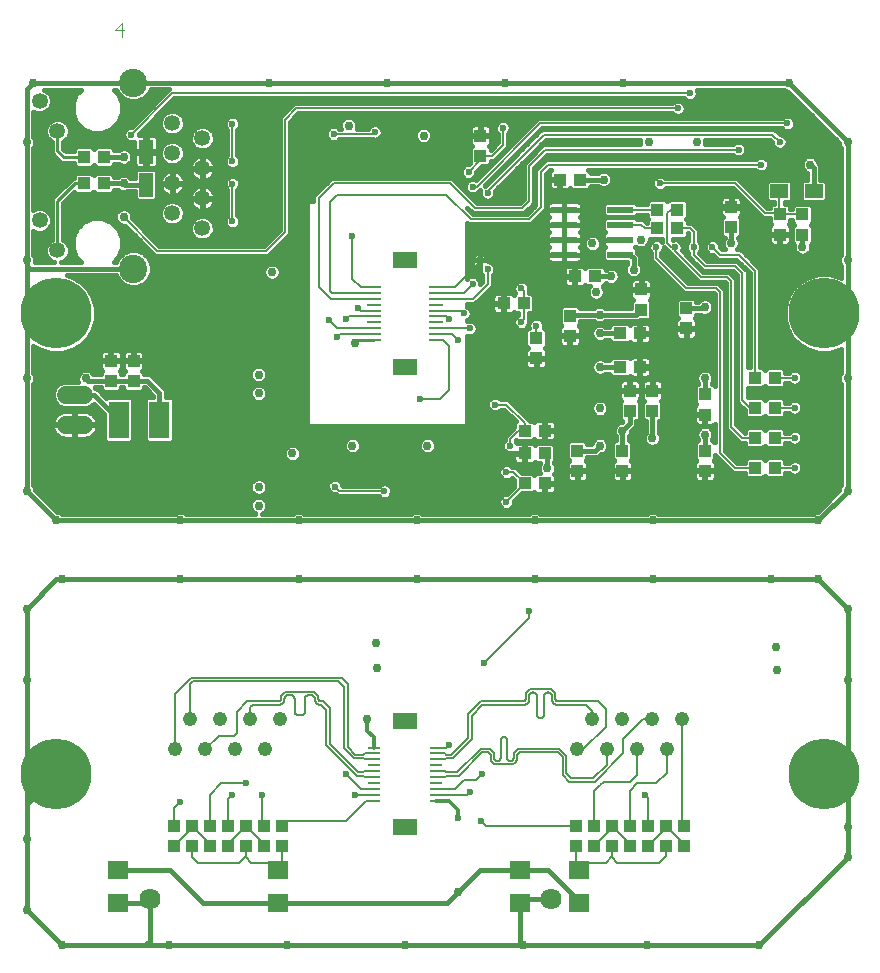
<source format=gbl>
G75*
%MOIN*%
%OFA0B0*%
%FSLAX25Y25*%
%IPPOS*%
%LPD*%
%AMOC8*
5,1,8,0,0,1.08239X$1,22.5*
%
%ADD10C,0.00400*%
%ADD11C,0.06000*%
%ADD12C,0.04800*%
%ADD13C,0.07050*%
%ADD14C,0.05315*%
%ADD15C,0.09449*%
%ADD16R,0.04331X0.03937*%
%ADD17R,0.07087X0.06299*%
%ADD18R,0.03937X0.04331*%
%ADD19R,0.04724X0.07874*%
%ADD20R,0.08600X0.02200*%
%ADD21R,0.05906X0.04724*%
%ADD22R,0.03937X0.00984*%
%ADD23R,0.08268X0.05512*%
%ADD24R,0.04528X0.00984*%
%ADD25C,0.23622*%
%ADD26R,0.07008X0.12402*%
%ADD27C,0.02953*%
%ADD28C,0.01600*%
%ADD29C,0.01200*%
%ADD30C,0.01000*%
%ADD31C,0.02362*%
%ADD32C,0.00591*%
%ADD33C,0.00700*%
D10*
X0142716Y0427893D02*
X0142716Y0432497D01*
X0140414Y0430195D01*
X0143484Y0430195D01*
D11*
X0130024Y0308579D02*
X0124024Y0308579D01*
X0124024Y0298579D02*
X0130024Y0298579D01*
D12*
X0165449Y0200461D03*
X0175449Y0200461D03*
X0185449Y0200461D03*
X0195449Y0200461D03*
X0190449Y0190461D03*
X0180449Y0190461D03*
X0170449Y0190461D03*
X0160449Y0190461D03*
X0294308Y0190461D03*
X0304308Y0190461D03*
X0314308Y0190461D03*
X0324308Y0190461D03*
X0329308Y0200461D03*
X0319308Y0200461D03*
X0309308Y0200461D03*
X0299308Y0200461D03*
D13*
X0285808Y0140661D03*
X0151949Y0140661D03*
D14*
X0121219Y0356707D03*
X0115236Y0366714D03*
X0121221Y0396517D03*
X0115234Y0406510D03*
X0159520Y0399113D03*
X0159520Y0389113D03*
X0159520Y0379113D03*
X0159520Y0369113D03*
X0169520Y0364113D03*
X0169520Y0374113D03*
X0169520Y0384113D03*
X0169520Y0394113D03*
D15*
X0146528Y0412617D03*
X0146528Y0350609D03*
D16*
X0269928Y0339110D03*
X0276621Y0339110D03*
X0280774Y0327457D03*
X0280774Y0320764D03*
X0283658Y0296610D03*
X0276965Y0296610D03*
X0276965Y0289110D03*
X0283658Y0289110D03*
X0283658Y0279110D03*
X0276965Y0279110D03*
X0308678Y0317860D03*
X0315371Y0317860D03*
X0315371Y0329110D03*
X0308678Y0329110D03*
X0300371Y0348126D03*
X0293678Y0348126D03*
X0295371Y0380360D03*
X0288678Y0380360D03*
X0369524Y0368707D03*
X0369524Y0362014D03*
X0329977Y0164957D03*
X0323993Y0164957D03*
X0323993Y0158264D03*
X0329977Y0158264D03*
X0318009Y0158264D03*
X0312024Y0158264D03*
X0306040Y0158264D03*
X0300056Y0158264D03*
X0294072Y0158264D03*
X0294072Y0164957D03*
X0300056Y0164957D03*
X0306040Y0164957D03*
X0312024Y0164957D03*
X0318009Y0164957D03*
X0195961Y0164957D03*
X0189977Y0164957D03*
X0183993Y0164957D03*
X0178009Y0164957D03*
X0172024Y0164957D03*
X0172024Y0158264D03*
X0178009Y0158264D03*
X0183993Y0158264D03*
X0189977Y0158264D03*
X0195961Y0158264D03*
X0166040Y0158264D03*
X0160056Y0158264D03*
X0160056Y0164957D03*
X0166040Y0164957D03*
D17*
X0141532Y0150272D03*
X0141532Y0139248D03*
X0194682Y0139248D03*
X0194682Y0150272D03*
X0275390Y0150272D03*
X0275390Y0139248D03*
X0295075Y0139248D03*
X0295075Y0150272D03*
D18*
X0294524Y0283264D03*
X0294524Y0289957D03*
X0309524Y0289957D03*
X0309524Y0283264D03*
X0312024Y0303264D03*
X0312024Y0309957D03*
X0319524Y0309957D03*
X0319524Y0303264D03*
X0337024Y0302014D03*
X0337024Y0308707D03*
X0353678Y0304268D03*
X0360371Y0304268D03*
X0360371Y0314268D03*
X0353678Y0314268D03*
X0353678Y0294268D03*
X0360371Y0294268D03*
X0360371Y0284268D03*
X0353678Y0284268D03*
X0337024Y0283264D03*
X0337024Y0289957D03*
X0330774Y0330764D03*
X0330774Y0337457D03*
X0315774Y0337014D03*
X0315774Y0343707D03*
X0321178Y0364110D03*
X0321178Y0370360D03*
X0327871Y0370360D03*
X0327871Y0364110D03*
X0345774Y0364514D03*
X0345774Y0371207D03*
X0362024Y0368707D03*
X0362024Y0362014D03*
X0292024Y0334957D03*
X0292024Y0328264D03*
X0262211Y0388264D03*
X0262211Y0394957D03*
X0146572Y0319927D03*
X0139042Y0319927D03*
X0139042Y0313234D03*
X0146572Y0313234D03*
X0136621Y0379110D03*
X0129928Y0379110D03*
X0129928Y0387860D03*
X0136621Y0387860D03*
D19*
X0150774Y0389622D03*
X0150774Y0378598D03*
D20*
X0290224Y0370360D03*
X0290224Y0365360D03*
X0290224Y0360360D03*
X0290224Y0355360D03*
X0308824Y0355360D03*
X0308824Y0360360D03*
X0308824Y0365360D03*
X0308824Y0370360D03*
D21*
X0361847Y0376610D03*
X0373264Y0376610D03*
D22*
X0247438Y0191020D03*
X0247438Y0189051D03*
X0247438Y0187083D03*
X0247438Y0185114D03*
X0247438Y0183146D03*
X0247438Y0181177D03*
X0247438Y0179209D03*
X0247438Y0177240D03*
X0247438Y0175272D03*
X0247438Y0173303D03*
X0226572Y0173303D03*
X0226572Y0175272D03*
X0226572Y0177240D03*
X0226572Y0179209D03*
X0226572Y0181177D03*
X0226572Y0183146D03*
X0226572Y0185114D03*
X0226572Y0187083D03*
X0226572Y0189051D03*
X0226572Y0191020D03*
D23*
X0237005Y0199878D03*
X0237005Y0164445D03*
X0237005Y0317988D03*
X0237005Y0353421D03*
D24*
X0247438Y0344563D03*
X0247438Y0342594D03*
X0247438Y0340626D03*
X0247438Y0338657D03*
X0247438Y0336689D03*
X0247438Y0334720D03*
X0247438Y0332752D03*
X0247438Y0330783D03*
X0247438Y0328815D03*
X0247438Y0326846D03*
X0226572Y0326846D03*
X0226572Y0328815D03*
X0226572Y0330783D03*
X0226572Y0332752D03*
X0226572Y0334720D03*
X0226572Y0336689D03*
X0226572Y0338657D03*
X0226572Y0340626D03*
X0226572Y0342594D03*
X0226572Y0344563D03*
D25*
X0120863Y0335705D03*
X0120863Y0182161D03*
X0376768Y0182161D03*
X0376768Y0335705D03*
D26*
X0155213Y0300272D03*
X0141631Y0300272D03*
D27*
X0122831Y0125075D03*
X0111020Y0136886D03*
X0111020Y0160508D03*
X0158264Y0125075D03*
X0197635Y0125075D03*
X0237005Y0125075D03*
X0254721Y0142791D03*
X0276375Y0125075D03*
X0317713Y0125075D03*
X0355115Y0125075D03*
X0384642Y0154602D03*
X0384642Y0164445D03*
X0384642Y0213657D03*
X0384642Y0237280D03*
X0374800Y0247122D03*
X0359052Y0247122D03*
X0374800Y0266807D03*
X0384642Y0276650D03*
X0384642Y0314051D03*
X0384642Y0353421D03*
X0369524Y0357860D03*
X0345774Y0359110D03*
X0337024Y0337860D03*
X0337024Y0314110D03*
X0337024Y0295360D03*
X0319524Y0294110D03*
X0309524Y0296610D03*
X0302024Y0291610D03*
X0302024Y0304110D03*
X0302024Y0317860D03*
X0302024Y0329110D03*
X0302024Y0335360D03*
X0300774Y0342860D03*
X0305774Y0348126D03*
X0313274Y0350360D03*
X0315774Y0360360D03*
X0299524Y0359110D03*
X0303274Y0380360D03*
X0318274Y0392860D03*
X0334259Y0392860D03*
X0309839Y0412476D03*
X0270469Y0412476D03*
X0243274Y0395016D03*
X0231099Y0412476D03*
X0218274Y0398313D03*
X0191729Y0412476D03*
X0143274Y0387860D03*
X0143274Y0379110D03*
X0143274Y0367860D03*
X0111020Y0353421D03*
X0111020Y0314051D03*
X0130705Y0314051D03*
X0111020Y0276650D03*
X0120863Y0266807D03*
X0122831Y0247122D03*
X0111020Y0237280D03*
X0111020Y0213657D03*
X0162201Y0247122D03*
X0162201Y0266807D03*
X0188274Y0271610D03*
X0188274Y0277860D03*
X0199524Y0289110D03*
X0219524Y0291610D03*
X0244524Y0291610D03*
X0240942Y0266807D03*
X0240942Y0247122D03*
X0227418Y0225705D03*
X0227762Y0217594D03*
X0224524Y0200419D03*
X0201572Y0247122D03*
X0201572Y0266807D03*
X0188274Y0309110D03*
X0188274Y0315360D03*
X0220272Y0325862D03*
X0192713Y0349484D03*
X0112989Y0412476D03*
X0111020Y0392791D03*
X0280312Y0266807D03*
X0284524Y0284110D03*
X0280312Y0247122D03*
X0319682Y0247122D03*
X0319682Y0266807D03*
X0360745Y0224671D03*
X0361119Y0216856D03*
X0372103Y0385360D03*
X0384642Y0392791D03*
X0364957Y0412476D03*
D28*
X0309839Y0412476D01*
X0270469Y0412476D01*
X0231099Y0412476D01*
X0191729Y0412476D01*
X0191588Y0412617D01*
X0146528Y0412617D01*
X0146453Y0412476D02*
X0112989Y0412476D01*
X0111020Y0410508D01*
X0111020Y0392791D01*
X0111020Y0353421D01*
X0111020Y0351453D01*
X0111864Y0350609D01*
X0146528Y0350609D01*
X0140817Y0348419D02*
X0141344Y0347146D01*
X0143064Y0345425D01*
X0145312Y0344494D01*
X0147744Y0344494D01*
X0149992Y0345425D01*
X0151712Y0347146D01*
X0152643Y0349393D01*
X0152643Y0351826D01*
X0151712Y0354073D01*
X0149992Y0355793D01*
X0147744Y0356724D01*
X0145312Y0356724D01*
X0143064Y0355793D01*
X0141344Y0354073D01*
X0140817Y0352800D01*
X0139917Y0352800D01*
X0141540Y0354423D01*
X0142800Y0357466D01*
X0142800Y0360760D01*
X0141540Y0363804D01*
X0139211Y0366133D01*
X0136167Y0367394D01*
X0132873Y0367394D01*
X0129830Y0366133D01*
X0127500Y0363804D01*
X0126240Y0360760D01*
X0126240Y0357466D01*
X0127500Y0354423D01*
X0129123Y0352800D01*
X0122365Y0352800D01*
X0123512Y0353275D01*
X0124650Y0354414D01*
X0125267Y0355902D01*
X0125267Y0357512D01*
X0124650Y0359000D01*
X0123512Y0360139D01*
X0123109Y0360305D01*
X0123109Y0372522D01*
X0126763Y0376175D01*
X0127383Y0375554D01*
X0132472Y0375554D01*
X0133274Y0376356D01*
X0134076Y0375554D01*
X0139165Y0375554D01*
X0139980Y0376369D01*
X0139980Y0376920D01*
X0141410Y0376920D01*
X0141650Y0376680D01*
X0142704Y0376243D01*
X0143845Y0376243D01*
X0144242Y0376408D01*
X0147022Y0376408D01*
X0147022Y0374085D01*
X0147836Y0373271D01*
X0153712Y0373271D01*
X0154527Y0374085D01*
X0154527Y0383111D01*
X0153712Y0383926D01*
X0147836Y0383926D01*
X0147022Y0383111D01*
X0147022Y0380789D01*
X0145650Y0380789D01*
X0144898Y0381541D01*
X0143845Y0381977D01*
X0142704Y0381977D01*
X0141650Y0381541D01*
X0141410Y0381301D01*
X0139980Y0381301D01*
X0139980Y0381852D01*
X0139165Y0382666D01*
X0134076Y0382666D01*
X0133274Y0381864D01*
X0132472Y0382666D01*
X0127383Y0382666D01*
X0126569Y0381852D01*
X0126569Y0381001D01*
X0126241Y0381001D01*
X0120436Y0375195D01*
X0119328Y0374088D01*
X0119328Y0360305D01*
X0118926Y0360139D01*
X0117787Y0359000D01*
X0117171Y0357512D01*
X0117171Y0355902D01*
X0117787Y0354414D01*
X0118926Y0353275D01*
X0120073Y0352800D01*
X0113866Y0352800D01*
X0113887Y0352851D01*
X0113887Y0353992D01*
X0113451Y0355045D01*
X0113211Y0355285D01*
X0113211Y0363172D01*
X0114431Y0362666D01*
X0116042Y0362666D01*
X0117529Y0363282D01*
X0118668Y0364421D01*
X0119284Y0365909D01*
X0119284Y0367519D01*
X0118668Y0369007D01*
X0117529Y0370146D01*
X0116042Y0370762D01*
X0114431Y0370762D01*
X0113211Y0370257D01*
X0113211Y0390927D01*
X0113451Y0391167D01*
X0113887Y0392221D01*
X0113887Y0393362D01*
X0113451Y0394415D01*
X0113211Y0394655D01*
X0113211Y0402967D01*
X0114429Y0402462D01*
X0116040Y0402462D01*
X0117527Y0403078D01*
X0118666Y0404217D01*
X0119282Y0405705D01*
X0119282Y0407315D01*
X0118666Y0408803D01*
X0117527Y0409942D01*
X0116697Y0410286D01*
X0128983Y0410286D01*
X0127500Y0408804D01*
X0126240Y0405760D01*
X0126240Y0402466D01*
X0127500Y0399423D01*
X0129830Y0397094D01*
X0132873Y0395833D01*
X0136167Y0395833D01*
X0139211Y0397094D01*
X0141540Y0399423D01*
X0142800Y0402466D01*
X0142800Y0405760D01*
X0141540Y0408804D01*
X0140058Y0410286D01*
X0140875Y0410286D01*
X0141344Y0409153D01*
X0143064Y0407433D01*
X0145312Y0406502D01*
X0147744Y0406502D01*
X0149992Y0407433D01*
X0151712Y0409153D01*
X0152239Y0410427D01*
X0158457Y0410427D01*
X0145962Y0397932D01*
X0145263Y0397932D01*
X0144318Y0397540D01*
X0143594Y0396817D01*
X0143203Y0395872D01*
X0143203Y0394849D01*
X0143594Y0393904D01*
X0144318Y0393180D01*
X0145263Y0392789D01*
X0146286Y0392789D01*
X0146825Y0393012D01*
X0146825Y0390003D01*
X0150393Y0390003D01*
X0150393Y0389241D01*
X0146825Y0389241D01*
X0146825Y0385476D01*
X0146933Y0385072D01*
X0147142Y0384710D01*
X0147437Y0384415D01*
X0147799Y0384206D01*
X0148203Y0384098D01*
X0150393Y0384098D01*
X0150393Y0389241D01*
X0151155Y0389241D01*
X0151155Y0384098D01*
X0153345Y0384098D01*
X0153749Y0384206D01*
X0154111Y0384415D01*
X0154407Y0384710D01*
X0154616Y0385072D01*
X0154724Y0385476D01*
X0154724Y0389241D01*
X0151155Y0389241D01*
X0151155Y0390003D01*
X0150393Y0390003D01*
X0150393Y0395146D01*
X0148346Y0395146D01*
X0148346Y0395548D01*
X0160223Y0407424D01*
X0199999Y0407424D01*
X0200053Y0407370D01*
X0330128Y0407370D01*
X0330568Y0406930D01*
X0331513Y0406539D01*
X0332536Y0406539D01*
X0333481Y0406930D01*
X0334204Y0407654D01*
X0334596Y0408599D01*
X0334596Y0409622D01*
X0334321Y0410286D01*
X0363093Y0410286D01*
X0363333Y0410046D01*
X0364387Y0409609D01*
X0364726Y0409609D01*
X0381775Y0392560D01*
X0381775Y0392221D01*
X0382212Y0391167D01*
X0382452Y0390927D01*
X0382452Y0355285D01*
X0382212Y0355045D01*
X0381775Y0353992D01*
X0381775Y0352851D01*
X0382212Y0351797D01*
X0382452Y0351557D01*
X0382452Y0347667D01*
X0381864Y0348007D01*
X0378506Y0348906D01*
X0375030Y0348906D01*
X0371673Y0348007D01*
X0368662Y0346269D01*
X0366204Y0343811D01*
X0364466Y0340800D01*
X0363567Y0337443D01*
X0363567Y0333967D01*
X0364466Y0330609D01*
X0366204Y0327599D01*
X0368662Y0325141D01*
X0371673Y0323403D01*
X0375030Y0322503D01*
X0378506Y0322503D01*
X0381864Y0323403D01*
X0382452Y0323742D01*
X0382452Y0315915D01*
X0382212Y0315675D01*
X0381775Y0314621D01*
X0381775Y0313481D01*
X0382212Y0312427D01*
X0382452Y0312187D01*
X0382452Y0278513D01*
X0382212Y0278274D01*
X0381775Y0277220D01*
X0381775Y0276881D01*
X0374569Y0269674D01*
X0374230Y0269674D01*
X0373176Y0269238D01*
X0372936Y0268998D01*
X0321546Y0268998D01*
X0321306Y0269238D01*
X0320252Y0269674D01*
X0319111Y0269674D01*
X0318058Y0269238D01*
X0317818Y0268998D01*
X0282176Y0268998D01*
X0281936Y0269238D01*
X0280882Y0269674D01*
X0279741Y0269674D01*
X0278688Y0269238D01*
X0278448Y0268998D01*
X0242805Y0268998D01*
X0242566Y0269238D01*
X0241512Y0269674D01*
X0240371Y0269674D01*
X0239318Y0269238D01*
X0239078Y0268998D01*
X0203435Y0268998D01*
X0203195Y0269238D01*
X0202142Y0269674D01*
X0201001Y0269674D01*
X0199948Y0269238D01*
X0199708Y0268998D01*
X0189458Y0268998D01*
X0189898Y0269180D01*
X0190705Y0269986D01*
X0191141Y0271040D01*
X0191141Y0272180D01*
X0190705Y0273234D01*
X0189898Y0274041D01*
X0188845Y0274477D01*
X0187704Y0274477D01*
X0186650Y0274041D01*
X0185844Y0273234D01*
X0185407Y0272180D01*
X0185407Y0271040D01*
X0185844Y0269986D01*
X0186650Y0269180D01*
X0187090Y0268998D01*
X0164065Y0268998D01*
X0163825Y0269238D01*
X0162772Y0269674D01*
X0161631Y0269674D01*
X0160577Y0269238D01*
X0160338Y0268998D01*
X0122727Y0268998D01*
X0122487Y0269238D01*
X0121433Y0269674D01*
X0121094Y0269674D01*
X0113887Y0276881D01*
X0113887Y0277220D01*
X0113451Y0278274D01*
X0113211Y0278513D01*
X0113211Y0312187D01*
X0113451Y0312427D01*
X0113887Y0313481D01*
X0113887Y0314621D01*
X0113451Y0315675D01*
X0113211Y0315915D01*
X0113211Y0324879D01*
X0115767Y0323403D01*
X0119125Y0322503D01*
X0122601Y0322503D01*
X0125958Y0323403D01*
X0128969Y0325141D01*
X0131427Y0327599D01*
X0133165Y0330609D01*
X0134064Y0333967D01*
X0134064Y0337443D01*
X0133165Y0340800D01*
X0131427Y0343811D01*
X0128969Y0346269D01*
X0125958Y0348007D01*
X0124420Y0348419D01*
X0140817Y0348419D01*
X0141250Y0347372D02*
X0127058Y0347372D01*
X0129464Y0345774D02*
X0142716Y0345774D01*
X0150340Y0345774D02*
X0204413Y0345774D01*
X0204413Y0347372D02*
X0194655Y0347372D01*
X0194337Y0347054D02*
X0195144Y0347860D01*
X0195580Y0348914D01*
X0195580Y0350055D01*
X0195144Y0351108D01*
X0194337Y0351915D01*
X0193284Y0352351D01*
X0192143Y0352351D01*
X0191089Y0351915D01*
X0190283Y0351108D01*
X0189846Y0350055D01*
X0189846Y0348914D01*
X0190283Y0347860D01*
X0191089Y0347054D01*
X0192143Y0346617D01*
X0193284Y0346617D01*
X0194337Y0347054D01*
X0195580Y0348971D02*
X0204413Y0348971D01*
X0204413Y0350569D02*
X0195367Y0350569D01*
X0193727Y0352168D02*
X0204413Y0352168D01*
X0204413Y0353766D02*
X0151839Y0353766D01*
X0152501Y0352168D02*
X0191700Y0352168D01*
X0190059Y0350569D02*
X0152643Y0350569D01*
X0152468Y0348971D02*
X0189846Y0348971D01*
X0190771Y0347372D02*
X0151806Y0347372D01*
X0153826Y0354924D02*
X0189999Y0354924D01*
X0190053Y0354870D01*
X0191495Y0354870D01*
X0198765Y0362139D01*
X0198765Y0399639D01*
X0201495Y0402370D01*
X0326191Y0402370D01*
X0326631Y0401930D01*
X0327576Y0401539D01*
X0328599Y0401539D01*
X0329544Y0401930D01*
X0330267Y0402654D01*
X0330659Y0403599D01*
X0330659Y0404622D01*
X0330267Y0405567D01*
X0329544Y0406290D01*
X0328599Y0406682D01*
X0327576Y0406682D01*
X0326631Y0406290D01*
X0326191Y0405851D01*
X0200053Y0405851D01*
X0196303Y0402101D01*
X0195284Y0401081D01*
X0195284Y0363581D01*
X0189999Y0358296D01*
X0155223Y0358296D01*
X0146141Y0367377D01*
X0146141Y0368430D01*
X0145705Y0369484D01*
X0144898Y0370291D01*
X0143845Y0370727D01*
X0142704Y0370727D01*
X0141650Y0370291D01*
X0140844Y0369484D01*
X0140407Y0368430D01*
X0140407Y0367290D01*
X0140844Y0366236D01*
X0141650Y0365430D01*
X0142704Y0364993D01*
X0143757Y0364993D01*
X0153826Y0354924D01*
X0153386Y0355365D02*
X0150421Y0355365D01*
X0151787Y0356963D02*
X0142592Y0356963D01*
X0142635Y0355365D02*
X0141930Y0355365D01*
X0141217Y0353766D02*
X0140883Y0353766D01*
X0142800Y0358562D02*
X0150189Y0358562D01*
X0148590Y0360160D02*
X0142800Y0360160D01*
X0142387Y0361759D02*
X0146992Y0361759D01*
X0145393Y0363357D02*
X0141725Y0363357D01*
X0140388Y0364956D02*
X0143795Y0364956D01*
X0140712Y0366554D02*
X0138194Y0366554D01*
X0140407Y0368153D02*
X0123109Y0368153D01*
X0123109Y0369751D02*
X0141111Y0369751D01*
X0145438Y0369751D02*
X0155472Y0369751D01*
X0155472Y0369919D02*
X0155472Y0368308D01*
X0156088Y0366820D01*
X0157227Y0365682D01*
X0158715Y0365065D01*
X0160325Y0365065D01*
X0161813Y0365682D01*
X0162952Y0366820D01*
X0163568Y0368308D01*
X0163568Y0369919D01*
X0162952Y0371406D01*
X0161813Y0372545D01*
X0160325Y0373161D01*
X0158715Y0373161D01*
X0157227Y0372545D01*
X0156088Y0371406D01*
X0155472Y0369919D01*
X0156065Y0371350D02*
X0123109Y0371350D01*
X0123536Y0372948D02*
X0158200Y0372948D01*
X0158526Y0374973D02*
X0159186Y0374868D01*
X0159434Y0374868D01*
X0159434Y0379027D01*
X0159606Y0379027D01*
X0159606Y0374868D01*
X0159854Y0374868D01*
X0160514Y0374973D01*
X0161150Y0375179D01*
X0161745Y0375483D01*
X0162286Y0375876D01*
X0162758Y0376348D01*
X0163151Y0376889D01*
X0163454Y0377484D01*
X0163661Y0378119D01*
X0163765Y0378779D01*
X0163765Y0379027D01*
X0159606Y0379027D01*
X0159606Y0379199D01*
X0163765Y0379199D01*
X0163765Y0379447D01*
X0163661Y0380107D01*
X0163454Y0380743D01*
X0163151Y0381338D01*
X0162758Y0381879D01*
X0162286Y0382351D01*
X0161745Y0382744D01*
X0161150Y0383047D01*
X0160514Y0383254D01*
X0159854Y0383358D01*
X0159606Y0383358D01*
X0159606Y0379199D01*
X0159434Y0379199D01*
X0159434Y0379027D01*
X0155275Y0379027D01*
X0155275Y0378779D01*
X0155380Y0378119D01*
X0155586Y0377484D01*
X0155890Y0376889D01*
X0156282Y0376348D01*
X0156755Y0375876D01*
X0157295Y0375483D01*
X0157891Y0375179D01*
X0158526Y0374973D01*
X0159434Y0376145D02*
X0159606Y0376145D01*
X0159606Y0377744D02*
X0159434Y0377744D01*
X0159434Y0379199D02*
X0155275Y0379199D01*
X0155275Y0379447D01*
X0155380Y0380107D01*
X0155586Y0380743D01*
X0155890Y0381338D01*
X0156282Y0381879D01*
X0156755Y0382351D01*
X0157295Y0382744D01*
X0157891Y0383047D01*
X0158526Y0383254D01*
X0159186Y0383358D01*
X0159434Y0383358D01*
X0159434Y0379199D01*
X0159434Y0379342D02*
X0159606Y0379342D01*
X0159606Y0380941D02*
X0159434Y0380941D01*
X0159434Y0382539D02*
X0159606Y0382539D01*
X0162027Y0382539D02*
X0165568Y0382539D01*
X0165586Y0382484D02*
X0165890Y0381889D01*
X0166282Y0381348D01*
X0166755Y0380876D01*
X0167295Y0380483D01*
X0167891Y0380179D01*
X0168526Y0379973D01*
X0169186Y0379868D01*
X0169434Y0379868D01*
X0169434Y0384027D01*
X0169606Y0384027D01*
X0169606Y0379868D01*
X0169854Y0379868D01*
X0170514Y0379973D01*
X0171150Y0380179D01*
X0171745Y0380483D01*
X0172286Y0380876D01*
X0172758Y0381348D01*
X0173151Y0381889D01*
X0173454Y0382484D01*
X0173661Y0383119D01*
X0173765Y0383779D01*
X0173765Y0384027D01*
X0169606Y0384027D01*
X0169606Y0384199D01*
X0173765Y0384199D01*
X0173765Y0384447D01*
X0173661Y0385107D01*
X0173454Y0385743D01*
X0173151Y0386338D01*
X0172758Y0386879D01*
X0172286Y0387351D01*
X0171745Y0387744D01*
X0171150Y0388047D01*
X0170514Y0388254D01*
X0169854Y0388358D01*
X0169606Y0388358D01*
X0169606Y0384199D01*
X0169434Y0384199D01*
X0169434Y0384027D01*
X0165275Y0384027D01*
X0165275Y0383779D01*
X0165380Y0383119D01*
X0165586Y0382484D01*
X0165275Y0384199D02*
X0169434Y0384199D01*
X0169434Y0388358D01*
X0169186Y0388358D01*
X0168526Y0388254D01*
X0167891Y0388047D01*
X0167295Y0387744D01*
X0166755Y0387351D01*
X0166282Y0386879D01*
X0165890Y0386338D01*
X0165586Y0385743D01*
X0165380Y0385107D01*
X0165275Y0384447D01*
X0165275Y0384199D01*
X0165584Y0385736D02*
X0161868Y0385736D01*
X0161813Y0385682D02*
X0162952Y0386820D01*
X0163568Y0388308D01*
X0163568Y0389919D01*
X0162952Y0391406D01*
X0161813Y0392545D01*
X0160325Y0393161D01*
X0158715Y0393161D01*
X0157227Y0392545D01*
X0156088Y0391406D01*
X0155472Y0389919D01*
X0155472Y0388308D01*
X0156088Y0386820D01*
X0157227Y0385682D01*
X0158715Y0385065D01*
X0160325Y0385065D01*
X0161813Y0385682D01*
X0163165Y0387335D02*
X0166738Y0387335D01*
X0169434Y0387335D02*
X0169606Y0387335D01*
X0169606Y0385736D02*
X0169434Y0385736D01*
X0169434Y0384138D02*
X0153495Y0384138D01*
X0154527Y0382539D02*
X0157014Y0382539D01*
X0155687Y0380941D02*
X0154527Y0380941D01*
X0154527Y0379342D02*
X0155275Y0379342D01*
X0155502Y0377744D02*
X0154527Y0377744D01*
X0154527Y0376145D02*
X0156485Y0376145D01*
X0154527Y0374547D02*
X0165291Y0374547D01*
X0165275Y0374447D02*
X0165275Y0374199D01*
X0169434Y0374199D01*
X0169434Y0374027D01*
X0169606Y0374027D01*
X0169606Y0369868D01*
X0169854Y0369868D01*
X0170514Y0369973D01*
X0171150Y0370179D01*
X0171745Y0370483D01*
X0172286Y0370876D01*
X0172758Y0371348D01*
X0173151Y0371889D01*
X0173454Y0372484D01*
X0173661Y0373119D01*
X0173765Y0373779D01*
X0173765Y0374027D01*
X0169606Y0374027D01*
X0169606Y0374199D01*
X0173765Y0374199D01*
X0173765Y0374447D01*
X0173661Y0375107D01*
X0173454Y0375743D01*
X0173151Y0376338D01*
X0172758Y0376879D01*
X0172286Y0377351D01*
X0171745Y0377744D01*
X0171150Y0378047D01*
X0170514Y0378254D01*
X0169854Y0378358D01*
X0169606Y0378358D01*
X0169606Y0374199D01*
X0169434Y0374199D01*
X0169434Y0378358D01*
X0169186Y0378358D01*
X0168526Y0378254D01*
X0167891Y0378047D01*
X0167295Y0377744D01*
X0163538Y0377744D01*
X0163765Y0379342D02*
X0176953Y0379342D01*
X0176953Y0379435D02*
X0176953Y0378412D01*
X0177344Y0377466D01*
X0177838Y0376972D01*
X0177838Y0368374D01*
X0177344Y0367880D01*
X0176953Y0366935D01*
X0176953Y0365912D01*
X0177344Y0364966D01*
X0178068Y0364243D01*
X0179013Y0363852D01*
X0180036Y0363852D01*
X0180981Y0364243D01*
X0181704Y0364966D01*
X0182096Y0365912D01*
X0182096Y0366935D01*
X0181704Y0367880D01*
X0181210Y0368374D01*
X0181210Y0376972D01*
X0181704Y0377466D01*
X0182096Y0378412D01*
X0182096Y0379435D01*
X0181704Y0380380D01*
X0180981Y0381103D01*
X0180036Y0381495D01*
X0179013Y0381495D01*
X0178068Y0381103D01*
X0177344Y0380380D01*
X0176953Y0379435D01*
X0177229Y0377744D02*
X0171745Y0377744D01*
X0169606Y0377744D02*
X0169434Y0377744D01*
X0169434Y0376145D02*
X0169606Y0376145D01*
X0169606Y0374547D02*
X0169434Y0374547D01*
X0169434Y0374027D02*
X0165275Y0374027D01*
X0165275Y0373779D01*
X0165380Y0373119D01*
X0165586Y0372484D01*
X0165890Y0371889D01*
X0166282Y0371348D01*
X0166755Y0370876D01*
X0167295Y0370483D01*
X0167891Y0370179D01*
X0168526Y0369973D01*
X0169186Y0369868D01*
X0169434Y0369868D01*
X0169434Y0374027D01*
X0169434Y0372948D02*
X0169606Y0372948D01*
X0169606Y0371350D02*
X0169434Y0371350D01*
X0166281Y0371350D02*
X0162975Y0371350D01*
X0163568Y0369751D02*
X0177838Y0369751D01*
X0177838Y0371350D02*
X0172759Y0371350D01*
X0173605Y0372948D02*
X0177838Y0372948D01*
X0177838Y0374547D02*
X0173749Y0374547D01*
X0173249Y0376145D02*
X0177838Y0376145D01*
X0181210Y0376145D02*
X0195284Y0376145D01*
X0195284Y0374547D02*
X0181210Y0374547D01*
X0181210Y0372948D02*
X0195284Y0372948D01*
X0195284Y0371350D02*
X0181210Y0371350D01*
X0181210Y0369751D02*
X0195284Y0369751D01*
X0195284Y0368153D02*
X0181432Y0368153D01*
X0182096Y0366554D02*
X0195284Y0366554D01*
X0195284Y0364956D02*
X0181694Y0364956D01*
X0177355Y0364956D02*
X0173553Y0364956D01*
X0173568Y0364919D02*
X0172952Y0366406D01*
X0171813Y0367545D01*
X0170325Y0368161D01*
X0168715Y0368161D01*
X0167227Y0367545D01*
X0166088Y0366406D01*
X0165472Y0364919D01*
X0165472Y0363308D01*
X0166088Y0361820D01*
X0167227Y0360682D01*
X0168715Y0360065D01*
X0170325Y0360065D01*
X0171813Y0360682D01*
X0172952Y0361820D01*
X0173568Y0363308D01*
X0173568Y0364919D01*
X0173568Y0363357D02*
X0195060Y0363357D01*
X0193461Y0361759D02*
X0172890Y0361759D01*
X0170554Y0360160D02*
X0191863Y0360160D01*
X0190264Y0358562D02*
X0154957Y0358562D01*
X0153358Y0360160D02*
X0168486Y0360160D01*
X0166150Y0361759D02*
X0151760Y0361759D01*
X0150161Y0363357D02*
X0165472Y0363357D01*
X0165488Y0364956D02*
X0148563Y0364956D01*
X0146964Y0366554D02*
X0156355Y0366554D01*
X0155537Y0368153D02*
X0146141Y0368153D01*
X0147022Y0374547D02*
X0125134Y0374547D01*
X0126733Y0376145D02*
X0126792Y0376145D01*
X0124583Y0379342D02*
X0113211Y0379342D01*
X0113211Y0377744D02*
X0122984Y0377744D01*
X0121386Y0376145D02*
X0113211Y0376145D01*
X0113211Y0374547D02*
X0119787Y0374547D01*
X0119328Y0372948D02*
X0113211Y0372948D01*
X0113211Y0371350D02*
X0119328Y0371350D01*
X0119328Y0369751D02*
X0117924Y0369751D01*
X0119022Y0368153D02*
X0119328Y0368153D01*
X0119284Y0366554D02*
X0119328Y0366554D01*
X0119328Y0364956D02*
X0118890Y0364956D01*
X0119328Y0363357D02*
X0117604Y0363357D01*
X0119328Y0361759D02*
X0113211Y0361759D01*
X0113211Y0360160D02*
X0118978Y0360160D01*
X0117605Y0358562D02*
X0113211Y0358562D01*
X0113211Y0356963D02*
X0117171Y0356963D01*
X0117393Y0355365D02*
X0113211Y0355365D01*
X0113887Y0353766D02*
X0118435Y0353766D01*
X0124003Y0353766D02*
X0128157Y0353766D01*
X0127110Y0355365D02*
X0125044Y0355365D01*
X0125267Y0356963D02*
X0126448Y0356963D01*
X0126240Y0358562D02*
X0124832Y0358562D01*
X0123460Y0360160D02*
X0126240Y0360160D01*
X0126653Y0361759D02*
X0123109Y0361759D01*
X0123109Y0363357D02*
X0127315Y0363357D01*
X0128652Y0364956D02*
X0123109Y0364956D01*
X0123109Y0366554D02*
X0130846Y0366554D01*
X0133063Y0376145D02*
X0133485Y0376145D01*
X0136621Y0379110D02*
X0143274Y0379110D01*
X0143786Y0378598D01*
X0150774Y0378598D01*
X0147022Y0380941D02*
X0145498Y0380941D01*
X0147022Y0382539D02*
X0139292Y0382539D01*
X0139165Y0384304D02*
X0139980Y0385119D01*
X0139980Y0385670D01*
X0141410Y0385670D01*
X0141650Y0385430D01*
X0142704Y0384993D01*
X0143845Y0384993D01*
X0144898Y0385430D01*
X0145705Y0386236D01*
X0146141Y0387290D01*
X0146141Y0388430D01*
X0145705Y0389484D01*
X0144898Y0390291D01*
X0143845Y0390727D01*
X0142704Y0390727D01*
X0141650Y0390291D01*
X0141410Y0390051D01*
X0139980Y0390051D01*
X0139980Y0390602D01*
X0139165Y0391416D01*
X0134076Y0391416D01*
X0133274Y0390614D01*
X0132472Y0391416D01*
X0127383Y0391416D01*
X0126569Y0390602D01*
X0126569Y0389751D01*
X0124057Y0389751D01*
X0123111Y0390697D01*
X0123111Y0392919D01*
X0123514Y0393085D01*
X0124652Y0394224D01*
X0125269Y0395712D01*
X0125269Y0397322D01*
X0124652Y0398810D01*
X0123514Y0399949D01*
X0122026Y0400565D01*
X0120415Y0400565D01*
X0118928Y0399949D01*
X0117789Y0398810D01*
X0117173Y0397322D01*
X0117173Y0395712D01*
X0117789Y0394224D01*
X0118928Y0393085D01*
X0119330Y0392919D01*
X0119330Y0389131D01*
X0120438Y0388023D01*
X0122491Y0385970D01*
X0126569Y0385970D01*
X0126569Y0385119D01*
X0127383Y0384304D01*
X0132472Y0384304D01*
X0133274Y0385106D01*
X0134076Y0384304D01*
X0139165Y0384304D01*
X0136621Y0387860D02*
X0143274Y0387860D01*
X0145933Y0388933D02*
X0146825Y0388933D01*
X0146825Y0387335D02*
X0146141Y0387335D01*
X0146825Y0385736D02*
X0145205Y0385736D01*
X0148053Y0384138D02*
X0113211Y0384138D01*
X0113211Y0385736D02*
X0126569Y0385736D01*
X0127256Y0382539D02*
X0113211Y0382539D01*
X0113211Y0380941D02*
X0126181Y0380941D01*
X0132599Y0382539D02*
X0133949Y0382539D01*
X0139980Y0390532D02*
X0142233Y0390532D01*
X0144316Y0390532D02*
X0146825Y0390532D01*
X0146825Y0392130D02*
X0123111Y0392130D01*
X0123276Y0390532D02*
X0126569Y0390532D01*
X0124157Y0393729D02*
X0143769Y0393729D01*
X0143203Y0395327D02*
X0125109Y0395327D01*
X0125269Y0396926D02*
X0130235Y0396926D01*
X0128399Y0398524D02*
X0124771Y0398524D01*
X0123094Y0400123D02*
X0127211Y0400123D01*
X0126548Y0401721D02*
X0113211Y0401721D01*
X0113211Y0400123D02*
X0119347Y0400123D01*
X0117670Y0398524D02*
X0113211Y0398524D01*
X0113211Y0396926D02*
X0117173Y0396926D01*
X0117332Y0395327D02*
X0113211Y0395327D01*
X0113735Y0393729D02*
X0118284Y0393729D01*
X0119330Y0392130D02*
X0113850Y0392130D01*
X0113211Y0390532D02*
X0119330Y0390532D01*
X0119528Y0388933D02*
X0113211Y0388933D01*
X0113211Y0387335D02*
X0121126Y0387335D01*
X0117769Y0403320D02*
X0126240Y0403320D01*
X0126240Y0404918D02*
X0118957Y0404918D01*
X0119282Y0406517D02*
X0126553Y0406517D01*
X0127215Y0408115D02*
X0118951Y0408115D01*
X0117755Y0409714D02*
X0128411Y0409714D01*
X0140630Y0409714D02*
X0141112Y0409714D01*
X0141825Y0408115D02*
X0142382Y0408115D01*
X0142487Y0406517D02*
X0145276Y0406517D01*
X0147780Y0406517D02*
X0154547Y0406517D01*
X0156145Y0408115D02*
X0150674Y0408115D01*
X0151944Y0409714D02*
X0157744Y0409714D01*
X0159315Y0406517D02*
X0327178Y0406517D01*
X0328997Y0406517D02*
X0367819Y0406517D01*
X0369417Y0404918D02*
X0330536Y0404918D01*
X0330543Y0403320D02*
X0371016Y0403320D01*
X0372614Y0401721D02*
X0329040Y0401721D01*
X0327134Y0401721D02*
X0200847Y0401721D01*
X0199248Y0400123D02*
X0216030Y0400123D01*
X0215844Y0399937D02*
X0215407Y0398883D01*
X0215407Y0397743D01*
X0215618Y0397233D01*
X0215225Y0397233D01*
X0214731Y0397727D01*
X0213786Y0398119D01*
X0212763Y0398119D01*
X0211818Y0397727D01*
X0211094Y0397004D01*
X0210703Y0396059D01*
X0210703Y0395036D01*
X0211094Y0394091D01*
X0211818Y0393367D01*
X0212763Y0392976D01*
X0213786Y0392976D01*
X0214731Y0393367D01*
X0215225Y0393861D01*
X0225966Y0393861D01*
X0226513Y0393635D01*
X0227536Y0393635D01*
X0228481Y0394027D01*
X0229204Y0394750D01*
X0229596Y0395695D01*
X0229596Y0396718D01*
X0229204Y0397663D01*
X0228481Y0398387D01*
X0227536Y0398778D01*
X0226513Y0398778D01*
X0225568Y0398387D01*
X0224844Y0397663D01*
X0224666Y0397233D01*
X0220930Y0397233D01*
X0221141Y0397743D01*
X0221141Y0398883D01*
X0220705Y0399937D01*
X0219898Y0400743D01*
X0218845Y0401180D01*
X0217704Y0401180D01*
X0216650Y0400743D01*
X0215844Y0399937D01*
X0215407Y0398524D02*
X0198765Y0398524D01*
X0198765Y0396926D02*
X0211062Y0396926D01*
X0210703Y0395327D02*
X0198765Y0395327D01*
X0198765Y0393729D02*
X0211456Y0393729D01*
X0215093Y0393729D02*
X0226286Y0393729D01*
X0227762Y0393729D02*
X0240704Y0393729D01*
X0240844Y0393392D02*
X0241650Y0392585D01*
X0242704Y0392149D01*
X0243845Y0392149D01*
X0244898Y0392585D01*
X0245705Y0393392D01*
X0246141Y0394445D01*
X0246141Y0395586D01*
X0245705Y0396640D01*
X0244898Y0397446D01*
X0243845Y0397883D01*
X0242704Y0397883D01*
X0241650Y0397446D01*
X0240844Y0396640D01*
X0240407Y0395586D01*
X0240407Y0394445D01*
X0240844Y0393392D01*
X0240407Y0395327D02*
X0229444Y0395327D01*
X0229510Y0396926D02*
X0241130Y0396926D01*
X0245419Y0396926D02*
X0258655Y0396926D01*
X0258655Y0397331D02*
X0258655Y0395141D01*
X0262027Y0395141D01*
X0262027Y0398709D01*
X0260034Y0398709D01*
X0259630Y0398601D01*
X0259268Y0398392D01*
X0258973Y0398097D01*
X0258764Y0397735D01*
X0258655Y0397331D01*
X0259497Y0398524D02*
X0228149Y0398524D01*
X0225900Y0398524D02*
X0221141Y0398524D01*
X0220519Y0400123D02*
X0269095Y0400123D01*
X0269200Y0400166D02*
X0268255Y0399775D01*
X0267531Y0399051D01*
X0267140Y0398106D01*
X0267140Y0397083D01*
X0267531Y0396138D01*
X0267971Y0395698D01*
X0267971Y0392754D01*
X0265570Y0390354D01*
X0265570Y0391005D01*
X0265091Y0391484D01*
X0265154Y0391521D01*
X0265450Y0391817D01*
X0265659Y0392179D01*
X0265767Y0392582D01*
X0265767Y0394772D01*
X0262396Y0394772D01*
X0262396Y0395141D01*
X0265767Y0395141D01*
X0265767Y0397331D01*
X0265659Y0397735D01*
X0265450Y0398097D01*
X0265154Y0398392D01*
X0264792Y0398601D01*
X0264389Y0398709D01*
X0262396Y0398709D01*
X0262396Y0395141D01*
X0262027Y0395141D01*
X0262027Y0394772D01*
X0258655Y0394772D01*
X0258655Y0392582D01*
X0258764Y0392179D01*
X0258973Y0391817D01*
X0259268Y0391521D01*
X0259332Y0391484D01*
X0258852Y0391005D01*
X0258852Y0385900D01*
X0258384Y0385432D01*
X0257763Y0385432D01*
X0256818Y0385040D01*
X0256094Y0384317D01*
X0255703Y0383372D01*
X0255703Y0382349D01*
X0256094Y0381404D01*
X0256818Y0380680D01*
X0257763Y0380289D01*
X0258381Y0380289D01*
X0258186Y0380208D01*
X0257462Y0379484D01*
X0257071Y0378539D01*
X0257071Y0377516D01*
X0257462Y0376571D01*
X0258186Y0375847D01*
X0259131Y0375456D01*
X0260154Y0375456D01*
X0261099Y0375847D01*
X0261539Y0376287D01*
X0261663Y0376287D01*
X0262143Y0376767D01*
X0261992Y0376403D01*
X0261992Y0375380D01*
X0262384Y0374435D01*
X0263107Y0373712D01*
X0264052Y0373320D01*
X0265075Y0373320D01*
X0266020Y0373712D01*
X0266744Y0374435D01*
X0267135Y0375380D01*
X0267135Y0376403D01*
X0267031Y0376655D01*
X0283995Y0393620D01*
X0315486Y0393620D01*
X0315407Y0393430D01*
X0315407Y0392290D01*
X0315486Y0392101D01*
X0283065Y0392101D01*
X0277622Y0386658D01*
X0276603Y0385638D01*
X0276603Y0373827D01*
X0275408Y0372632D01*
X0260964Y0372632D01*
X0252745Y0380851D01*
X0212553Y0380851D01*
X0211534Y0379831D01*
X0206534Y0374831D01*
X0206534Y0373217D01*
X0205055Y0373217D01*
X0204413Y0372576D01*
X0204413Y0298834D01*
X0205055Y0298192D01*
X0257143Y0298192D01*
X0257785Y0298834D01*
X0257785Y0328362D01*
X0258147Y0328212D01*
X0259170Y0328212D01*
X0260115Y0328603D01*
X0260838Y0329327D01*
X0261230Y0330272D01*
X0261230Y0331295D01*
X0260838Y0332240D01*
X0260115Y0332964D01*
X0259170Y0333355D01*
X0258147Y0333355D01*
X0257785Y0333205D01*
X0257785Y0333375D01*
X0258146Y0333525D01*
X0258870Y0334248D01*
X0259261Y0335193D01*
X0259261Y0336216D01*
X0258870Y0337161D01*
X0258146Y0337885D01*
X0257785Y0338035D01*
X0257785Y0338885D01*
X0260363Y0338885D01*
X0265285Y0343807D01*
X0266304Y0344826D01*
X0266304Y0348572D01*
X0266744Y0349012D01*
X0267135Y0349957D01*
X0267135Y0350980D01*
X0266744Y0351925D01*
X0266020Y0352649D01*
X0265075Y0353040D01*
X0264653Y0353040D01*
X0264675Y0353149D01*
X0264675Y0353421D01*
X0261906Y0353421D01*
X0261906Y0353421D01*
X0261906Y0350653D01*
X0261633Y0350653D01*
X0261099Y0350759D01*
X0260595Y0350968D01*
X0260141Y0351271D01*
X0259756Y0351656D01*
X0259453Y0352110D01*
X0259244Y0352614D01*
X0259138Y0353149D01*
X0259138Y0353421D01*
X0261906Y0353421D01*
X0261906Y0353421D01*
X0261906Y0350653D01*
X0261992Y0350653D01*
X0261992Y0349957D01*
X0262384Y0349012D01*
X0262823Y0348572D01*
X0262823Y0346268D01*
X0262214Y0345659D01*
X0262214Y0346059D01*
X0261823Y0347004D01*
X0261099Y0347727D01*
X0260154Y0348119D01*
X0259131Y0348119D01*
X0258186Y0347727D01*
X0257785Y0347327D01*
X0257785Y0365888D01*
X0258272Y0365401D01*
X0279005Y0365401D01*
X0283001Y0369397D01*
X0284021Y0370417D01*
X0284021Y0382228D01*
X0285413Y0383620D01*
X0285574Y0383620D01*
X0285538Y0383599D01*
X0285242Y0383303D01*
X0285033Y0382941D01*
X0284925Y0382538D01*
X0284925Y0380544D01*
X0288493Y0380544D01*
X0288493Y0380176D01*
X0284925Y0380176D01*
X0284925Y0378183D01*
X0285033Y0377779D01*
X0285242Y0377417D01*
X0285538Y0377121D01*
X0285900Y0376913D01*
X0286303Y0376804D01*
X0288494Y0376804D01*
X0288494Y0380176D01*
X0288862Y0380176D01*
X0288862Y0376804D01*
X0291052Y0376804D01*
X0291456Y0376913D01*
X0291818Y0377121D01*
X0292113Y0377417D01*
X0292150Y0377481D01*
X0292629Y0377001D01*
X0298112Y0377001D01*
X0298927Y0377816D01*
X0298927Y0378170D01*
X0301410Y0378170D01*
X0301650Y0377930D01*
X0302704Y0377493D01*
X0303845Y0377493D01*
X0304898Y0377930D01*
X0305705Y0378736D01*
X0306141Y0379790D01*
X0306141Y0380930D01*
X0305705Y0381984D01*
X0304898Y0382791D01*
X0303845Y0383227D01*
X0302704Y0383227D01*
X0301650Y0382791D01*
X0301410Y0382551D01*
X0298927Y0382551D01*
X0298927Y0382905D01*
X0298212Y0383620D01*
X0353878Y0383620D01*
X0354318Y0383180D01*
X0355263Y0382789D01*
X0356286Y0382789D01*
X0357231Y0383180D01*
X0357954Y0383904D01*
X0358346Y0384849D01*
X0358346Y0385872D01*
X0357954Y0386817D01*
X0357231Y0387540D01*
X0356286Y0387932D01*
X0355263Y0387932D01*
X0354318Y0387540D01*
X0353878Y0387101D01*
X0283971Y0387101D01*
X0280540Y0383670D01*
X0280540Y0371859D01*
X0277563Y0368882D01*
X0259714Y0368882D01*
X0257785Y0370811D01*
X0257785Y0370888D01*
X0258502Y0370171D01*
X0259522Y0369151D01*
X0276850Y0369151D01*
X0277869Y0370171D01*
X0279064Y0371366D01*
X0279064Y0371366D01*
X0280084Y0372385D01*
X0280084Y0384196D01*
X0284507Y0388620D01*
X0346378Y0388620D01*
X0346818Y0388180D01*
X0347763Y0387789D01*
X0348786Y0387789D01*
X0349731Y0388180D01*
X0350454Y0388904D01*
X0350846Y0389849D01*
X0350846Y0390872D01*
X0350454Y0391817D01*
X0349731Y0392540D01*
X0348786Y0392932D01*
X0347763Y0392932D01*
X0346818Y0392540D01*
X0346378Y0392101D01*
X0337047Y0392101D01*
X0337125Y0392290D01*
X0337125Y0393430D01*
X0337047Y0393620D01*
X0358803Y0393620D01*
X0359453Y0392970D01*
X0359453Y0392349D01*
X0359844Y0391404D01*
X0360568Y0390680D01*
X0361513Y0390289D01*
X0362536Y0390289D01*
X0363481Y0390680D01*
X0364204Y0391404D01*
X0364596Y0392349D01*
X0364596Y0393372D01*
X0364204Y0394317D01*
X0363481Y0395040D01*
X0362536Y0395432D01*
X0361914Y0395432D01*
X0361265Y0396081D01*
X0360245Y0397101D01*
X0282553Y0397101D01*
X0263843Y0378390D01*
X0263843Y0378390D01*
X0263820Y0378367D01*
X0263688Y0378313D01*
X0282745Y0397370D01*
X0362628Y0397370D01*
X0363068Y0396930D01*
X0364013Y0396539D01*
X0365036Y0396539D01*
X0365981Y0396930D01*
X0366704Y0397654D01*
X0367096Y0398599D01*
X0367096Y0399622D01*
X0366704Y0400567D01*
X0365981Y0401290D01*
X0365036Y0401682D01*
X0364013Y0401682D01*
X0363068Y0401290D01*
X0362628Y0400851D01*
X0281303Y0400851D01*
X0260789Y0380336D01*
X0260154Y0380599D01*
X0259536Y0380599D01*
X0259731Y0380680D01*
X0260454Y0381404D01*
X0260846Y0382349D01*
X0260846Y0382970D01*
X0262583Y0384708D01*
X0264756Y0384708D01*
X0265570Y0385522D01*
X0265570Y0386523D01*
X0266663Y0386523D01*
X0270432Y0390293D01*
X0271452Y0391312D01*
X0271452Y0395698D01*
X0271891Y0396138D01*
X0272283Y0397083D01*
X0272283Y0398106D01*
X0271891Y0399051D01*
X0271168Y0399775D01*
X0270223Y0400166D01*
X0269200Y0400166D01*
X0270327Y0400123D02*
X0280575Y0400123D01*
X0278977Y0398524D02*
X0272110Y0398524D01*
X0272218Y0396926D02*
X0277378Y0396926D01*
X0275780Y0395327D02*
X0271452Y0395327D01*
X0271452Y0393729D02*
X0274181Y0393729D01*
X0272583Y0392130D02*
X0271452Y0392130D01*
X0270984Y0390532D02*
X0270671Y0390532D01*
X0269386Y0388933D02*
X0269073Y0388933D01*
X0267787Y0387335D02*
X0267474Y0387335D01*
X0266189Y0385736D02*
X0265570Y0385736D01*
X0264590Y0384138D02*
X0262013Y0384138D01*
X0262992Y0382539D02*
X0260846Y0382539D01*
X0261393Y0380941D02*
X0259992Y0380941D01*
X0257403Y0379342D02*
X0254254Y0379342D01*
X0255852Y0377744D02*
X0257071Y0377744D01*
X0257451Y0376145D02*
X0257888Y0376145D01*
X0259049Y0374547D02*
X0262337Y0374547D01*
X0261992Y0376145D02*
X0261397Y0376145D01*
X0260648Y0372948D02*
X0275724Y0372948D01*
X0276603Y0374547D02*
X0266790Y0374547D01*
X0267135Y0376145D02*
X0276603Y0376145D01*
X0276603Y0377744D02*
X0268119Y0377744D01*
X0269718Y0379342D02*
X0276603Y0379342D01*
X0276603Y0380941D02*
X0271316Y0380941D01*
X0272915Y0382539D02*
X0276603Y0382539D01*
X0276603Y0384138D02*
X0274513Y0384138D01*
X0276112Y0385736D02*
X0276701Y0385736D01*
X0277710Y0387335D02*
X0278299Y0387335D01*
X0279309Y0388933D02*
X0279898Y0388933D01*
X0280907Y0390532D02*
X0281496Y0390532D01*
X0282506Y0392130D02*
X0315473Y0392130D01*
X0305150Y0382539D02*
X0371074Y0382539D01*
X0371074Y0382683D02*
X0371074Y0380363D01*
X0369736Y0380363D01*
X0368921Y0379548D01*
X0368921Y0373672D01*
X0369736Y0372857D01*
X0376793Y0372857D01*
X0377608Y0373672D01*
X0377608Y0379548D01*
X0376793Y0380363D01*
X0375455Y0380363D01*
X0375455Y0385106D01*
X0374970Y0385591D01*
X0374970Y0385930D01*
X0374533Y0386984D01*
X0373727Y0387791D01*
X0372673Y0388227D01*
X0371533Y0388227D01*
X0370479Y0387791D01*
X0369673Y0386984D01*
X0369236Y0385930D01*
X0369236Y0384790D01*
X0369673Y0383736D01*
X0370479Y0382930D01*
X0371074Y0382683D01*
X0371074Y0380941D02*
X0323831Y0380941D01*
X0323921Y0380851D02*
X0323481Y0381290D01*
X0322536Y0381682D01*
X0321513Y0381682D01*
X0320568Y0381290D01*
X0319844Y0380567D01*
X0319453Y0379622D01*
X0319453Y0378599D01*
X0319844Y0377654D01*
X0320568Y0376930D01*
X0321513Y0376539D01*
X0322536Y0376539D01*
X0323481Y0376930D01*
X0323921Y0377370D01*
X0346303Y0377370D01*
X0356303Y0367370D01*
X0358665Y0367370D01*
X0358665Y0365965D01*
X0359145Y0365486D01*
X0359081Y0365449D01*
X0358786Y0365154D01*
X0358577Y0364792D01*
X0358468Y0364388D01*
X0358468Y0362198D01*
X0361840Y0362198D01*
X0361840Y0361830D01*
X0358468Y0361830D01*
X0358468Y0359639D01*
X0358577Y0359236D01*
X0358786Y0358874D01*
X0359081Y0358578D01*
X0359443Y0358369D01*
X0359847Y0358261D01*
X0361840Y0358261D01*
X0361840Y0361829D01*
X0362209Y0361829D01*
X0362209Y0361830D02*
X0362209Y0362198D01*
X0365580Y0362198D01*
X0365580Y0364388D01*
X0365472Y0364792D01*
X0365263Y0365154D01*
X0364967Y0365449D01*
X0364904Y0365486D01*
X0365383Y0365965D01*
X0365383Y0366966D01*
X0365968Y0366966D01*
X0365968Y0366162D01*
X0366770Y0365360D01*
X0365968Y0364558D01*
X0365968Y0359469D01*
X0366760Y0358678D01*
X0366657Y0358430D01*
X0366657Y0357290D01*
X0367094Y0356236D01*
X0367900Y0355430D01*
X0368954Y0354993D01*
X0370095Y0354993D01*
X0371148Y0355430D01*
X0371955Y0356236D01*
X0372391Y0357290D01*
X0372391Y0358430D01*
X0372289Y0358678D01*
X0373080Y0359469D01*
X0373080Y0364558D01*
X0372278Y0365360D01*
X0373080Y0366162D01*
X0373080Y0371251D01*
X0372266Y0372066D01*
X0366783Y0372066D01*
X0365968Y0371251D01*
X0365968Y0370447D01*
X0365383Y0370447D01*
X0365383Y0371448D01*
X0364569Y0372263D01*
X0363588Y0372263D01*
X0363588Y0372857D01*
X0365376Y0372857D01*
X0366190Y0373672D01*
X0366190Y0379548D01*
X0365376Y0380363D01*
X0358318Y0380363D01*
X0357504Y0379548D01*
X0357504Y0373672D01*
X0358318Y0372857D01*
X0360107Y0372857D01*
X0360107Y0372263D01*
X0359480Y0372263D01*
X0358665Y0371448D01*
X0358665Y0370851D01*
X0357745Y0370851D01*
X0348765Y0379831D01*
X0347745Y0380851D01*
X0323921Y0380851D01*
X0320218Y0380941D02*
X0306137Y0380941D01*
X0305956Y0379342D02*
X0319453Y0379342D01*
X0319807Y0377744D02*
X0304449Y0377744D01*
X0302099Y0377744D02*
X0298855Y0377744D01*
X0295371Y0380360D02*
X0303274Y0380360D01*
X0303948Y0372851D02*
X0303134Y0372036D01*
X0303134Y0368684D01*
X0303948Y0367870D01*
X0313700Y0367870D01*
X0314450Y0368620D01*
X0317819Y0368620D01*
X0317819Y0367619D01*
X0318202Y0367235D01*
X0317819Y0366852D01*
X0317819Y0365851D01*
X0317745Y0365851D01*
X0317515Y0366081D01*
X0316495Y0367101D01*
X0314450Y0367101D01*
X0313700Y0367851D01*
X0303948Y0367851D01*
X0303134Y0367036D01*
X0303134Y0363684D01*
X0303891Y0362927D01*
X0303550Y0362730D01*
X0303254Y0362435D01*
X0303045Y0362073D01*
X0302937Y0361669D01*
X0302937Y0360360D01*
X0302937Y0359051D01*
X0303045Y0358648D01*
X0303254Y0358286D01*
X0303550Y0357990D01*
X0303891Y0357793D01*
X0303134Y0357036D01*
X0303134Y0353684D01*
X0303948Y0352870D01*
X0311084Y0352870D01*
X0311084Y0352224D01*
X0310844Y0351984D01*
X0310407Y0350930D01*
X0310407Y0349790D01*
X0310844Y0348736D01*
X0311650Y0347930D01*
X0312704Y0347493D01*
X0313845Y0347493D01*
X0314898Y0347930D01*
X0315705Y0348736D01*
X0316141Y0349790D01*
X0316141Y0350930D01*
X0315705Y0351984D01*
X0315465Y0352224D01*
X0315465Y0355018D01*
X0314515Y0355968D01*
X0314515Y0357036D01*
X0313758Y0357793D01*
X0314093Y0357987D01*
X0314150Y0357930D01*
X0315204Y0357493D01*
X0316345Y0357493D01*
X0317398Y0357930D01*
X0318205Y0358736D01*
X0318641Y0359790D01*
X0318641Y0360554D01*
X0322784Y0360554D01*
X0322784Y0359488D01*
X0322231Y0360040D01*
X0321286Y0360432D01*
X0320263Y0360432D01*
X0319318Y0360040D01*
X0318594Y0359317D01*
X0318203Y0358372D01*
X0318203Y0357349D01*
X0318594Y0356404D01*
X0319034Y0355964D01*
X0319034Y0353389D01*
X0320053Y0352370D01*
X0330053Y0342370D01*
X0340053Y0342370D01*
X0340284Y0342139D01*
X0340284Y0311548D01*
X0339569Y0312263D01*
X0339231Y0312263D01*
X0339455Y0312486D01*
X0339891Y0313540D01*
X0339891Y0314680D01*
X0339455Y0315734D01*
X0338648Y0316541D01*
X0337595Y0316977D01*
X0336454Y0316977D01*
X0335400Y0316541D01*
X0334594Y0315734D01*
X0334157Y0314680D01*
X0334157Y0313540D01*
X0334594Y0312486D01*
X0334817Y0312263D01*
X0334480Y0312263D01*
X0333665Y0311448D01*
X0333665Y0305965D01*
X0334145Y0305486D01*
X0334081Y0305449D01*
X0333786Y0305154D01*
X0333577Y0304792D01*
X0333468Y0304388D01*
X0333468Y0302198D01*
X0336840Y0302198D01*
X0336840Y0301830D01*
X0333468Y0301830D01*
X0333468Y0299639D01*
X0333577Y0299236D01*
X0333786Y0298874D01*
X0334081Y0298578D01*
X0334443Y0298369D01*
X0334847Y0298261D01*
X0336840Y0298261D01*
X0336840Y0301829D01*
X0337209Y0301829D01*
X0337209Y0298261D01*
X0339202Y0298261D01*
X0339605Y0298369D01*
X0339967Y0298578D01*
X0340263Y0298874D01*
X0340284Y0298910D01*
X0340284Y0292798D01*
X0339569Y0293513D01*
X0339231Y0293513D01*
X0339455Y0293736D01*
X0339891Y0294790D01*
X0339891Y0295930D01*
X0339455Y0296984D01*
X0338648Y0297791D01*
X0337595Y0298227D01*
X0336454Y0298227D01*
X0335400Y0297791D01*
X0334594Y0296984D01*
X0334157Y0295930D01*
X0334157Y0294790D01*
X0334594Y0293736D01*
X0334817Y0293513D01*
X0334480Y0293513D01*
X0333665Y0292698D01*
X0333665Y0287215D01*
X0334145Y0286736D01*
X0334081Y0286699D01*
X0333786Y0286404D01*
X0333577Y0286042D01*
X0333468Y0285638D01*
X0333468Y0283448D01*
X0336840Y0283448D01*
X0336840Y0283080D01*
X0333468Y0283080D01*
X0333468Y0280889D01*
X0333577Y0280486D01*
X0333786Y0280124D01*
X0334081Y0279828D01*
X0334443Y0279619D01*
X0334847Y0279511D01*
X0336840Y0279511D01*
X0336840Y0283079D01*
X0337209Y0283079D01*
X0337209Y0283080D02*
X0337209Y0283448D01*
X0340580Y0283448D01*
X0340580Y0285638D01*
X0340472Y0286042D01*
X0340263Y0286404D01*
X0339967Y0286699D01*
X0339904Y0286736D01*
X0340383Y0287215D01*
X0340383Y0288447D01*
X0341303Y0287527D01*
X0346303Y0282527D01*
X0350319Y0282527D01*
X0350319Y0281526D01*
X0351133Y0280712D01*
X0356222Y0280712D01*
X0357024Y0281514D01*
X0357826Y0280712D01*
X0362915Y0280712D01*
X0363730Y0281526D01*
X0363730Y0282527D01*
X0365030Y0282527D01*
X0365469Y0282088D01*
X0366414Y0281696D01*
X0367437Y0281696D01*
X0368383Y0282088D01*
X0369106Y0282811D01*
X0369497Y0283756D01*
X0369497Y0284779D01*
X0369106Y0285724D01*
X0368383Y0286448D01*
X0367437Y0286839D01*
X0366414Y0286839D01*
X0365469Y0286448D01*
X0365030Y0286008D01*
X0363730Y0286008D01*
X0363730Y0287009D01*
X0362915Y0287824D01*
X0357826Y0287824D01*
X0357024Y0287022D01*
X0356222Y0287824D01*
X0351133Y0287824D01*
X0350319Y0287009D01*
X0350319Y0286008D01*
X0347745Y0286008D01*
X0343765Y0289989D01*
X0343765Y0343581D01*
X0342515Y0344831D01*
X0341495Y0345851D01*
X0331495Y0345851D01*
X0322515Y0354831D01*
X0322515Y0355964D01*
X0322954Y0356404D01*
X0323346Y0357349D01*
X0323346Y0357827D01*
X0324034Y0357139D01*
X0325053Y0356120D01*
X0325128Y0356120D01*
X0325284Y0355964D01*
X0325284Y0355889D01*
X0326303Y0354870D01*
X0335053Y0346120D01*
X0343803Y0346120D01*
X0344034Y0345889D01*
X0344034Y0297297D01*
X0345053Y0296277D01*
X0348803Y0292527D01*
X0350319Y0292527D01*
X0350319Y0291526D01*
X0351133Y0290712D01*
X0356222Y0290712D01*
X0357024Y0291514D01*
X0357826Y0290712D01*
X0362915Y0290712D01*
X0363730Y0291526D01*
X0363730Y0292527D01*
X0365030Y0292527D01*
X0365469Y0292088D01*
X0366414Y0291696D01*
X0367437Y0291696D01*
X0368383Y0292088D01*
X0369106Y0292811D01*
X0369497Y0293756D01*
X0369497Y0294779D01*
X0369106Y0295724D01*
X0368383Y0296448D01*
X0367437Y0296839D01*
X0366414Y0296839D01*
X0365469Y0296448D01*
X0365030Y0296008D01*
X0363730Y0296008D01*
X0363730Y0297009D01*
X0362915Y0297824D01*
X0357826Y0297824D01*
X0357024Y0297022D01*
X0356222Y0297824D01*
X0351133Y0297824D01*
X0350319Y0297009D01*
X0350319Y0296008D01*
X0350245Y0296008D01*
X0347515Y0298739D01*
X0347515Y0347331D01*
X0345245Y0349601D01*
X0336495Y0349601D01*
X0329347Y0356749D01*
X0329596Y0357349D01*
X0329596Y0358372D01*
X0329204Y0359317D01*
X0328481Y0360040D01*
X0327536Y0360432D01*
X0326513Y0360432D01*
X0326265Y0360329D01*
X0326265Y0360554D01*
X0330415Y0360554D01*
X0331230Y0361369D01*
X0331230Y0362370D01*
X0331303Y0362370D01*
X0331534Y0362139D01*
X0331534Y0359757D01*
X0331094Y0359317D01*
X0330703Y0358372D01*
X0330703Y0357349D01*
X0331094Y0356404D01*
X0331534Y0355964D01*
X0331534Y0354639D01*
X0332553Y0353620D01*
X0336303Y0349870D01*
X0346303Y0349870D01*
X0347784Y0348389D01*
X0347784Y0306047D01*
X0348803Y0305027D01*
X0350319Y0303512D01*
X0350319Y0301526D01*
X0351133Y0300712D01*
X0356222Y0300712D01*
X0357024Y0301514D01*
X0357826Y0300712D01*
X0362915Y0300712D01*
X0363730Y0301526D01*
X0363730Y0302527D01*
X0365030Y0302527D01*
X0365469Y0302088D01*
X0366414Y0301696D01*
X0367437Y0301696D01*
X0368383Y0302088D01*
X0369106Y0302811D01*
X0369497Y0303756D01*
X0369497Y0304779D01*
X0369106Y0305724D01*
X0368383Y0306448D01*
X0367437Y0306839D01*
X0366414Y0306839D01*
X0365469Y0306448D01*
X0365030Y0306008D01*
X0363730Y0306008D01*
X0363730Y0307009D01*
X0362915Y0307824D01*
X0357826Y0307824D01*
X0357024Y0307022D01*
X0356222Y0307824D01*
X0351265Y0307824D01*
X0351265Y0310712D01*
X0356222Y0310712D01*
X0357024Y0311514D01*
X0357826Y0310712D01*
X0362915Y0310712D01*
X0363730Y0311526D01*
X0363730Y0312527D01*
X0365030Y0312527D01*
X0365469Y0312088D01*
X0366414Y0311696D01*
X0367437Y0311696D01*
X0368383Y0312088D01*
X0369106Y0312811D01*
X0369497Y0313756D01*
X0369497Y0314779D01*
X0369106Y0315724D01*
X0368383Y0316448D01*
X0367437Y0316839D01*
X0366414Y0316839D01*
X0365469Y0316448D01*
X0365030Y0316008D01*
X0363730Y0316008D01*
X0363730Y0317009D01*
X0362915Y0317824D01*
X0357826Y0317824D01*
X0357024Y0317022D01*
X0356222Y0317824D01*
X0355418Y0317824D01*
X0355418Y0350678D01*
X0350015Y0356081D01*
X0348995Y0357101D01*
X0347819Y0357101D01*
X0348205Y0357486D01*
X0348641Y0358540D01*
X0348641Y0359680D01*
X0348205Y0360734D01*
X0347981Y0360958D01*
X0348319Y0360958D01*
X0349133Y0361772D01*
X0349133Y0367255D01*
X0348654Y0367734D01*
X0348717Y0367771D01*
X0349013Y0368067D01*
X0349222Y0368429D01*
X0349330Y0368832D01*
X0349330Y0371022D01*
X0345959Y0371022D01*
X0345959Y0371391D01*
X0349330Y0371391D01*
X0349330Y0373581D01*
X0349222Y0373985D01*
X0349013Y0374347D01*
X0348717Y0374642D01*
X0348355Y0374851D01*
X0347952Y0374959D01*
X0345959Y0374959D01*
X0345959Y0371391D01*
X0345590Y0371391D01*
X0345590Y0374959D01*
X0343597Y0374959D01*
X0343193Y0374851D01*
X0342831Y0374642D01*
X0342536Y0374347D01*
X0342327Y0373985D01*
X0342218Y0373581D01*
X0342218Y0371391D01*
X0345590Y0371391D01*
X0345590Y0371022D01*
X0342218Y0371022D01*
X0342218Y0368832D01*
X0342327Y0368429D01*
X0342536Y0368067D01*
X0342831Y0367771D01*
X0342895Y0367734D01*
X0342415Y0367255D01*
X0342415Y0361772D01*
X0343230Y0360958D01*
X0343567Y0360958D01*
X0343344Y0360734D01*
X0342907Y0359680D01*
X0342907Y0358540D01*
X0343344Y0357486D01*
X0343729Y0357101D01*
X0342745Y0357101D01*
X0342096Y0357750D01*
X0342096Y0358372D01*
X0341704Y0359317D01*
X0340981Y0360040D01*
X0340036Y0360432D01*
X0339013Y0360432D01*
X0338068Y0360040D01*
X0337344Y0359317D01*
X0336953Y0358372D01*
X0336953Y0357349D01*
X0337344Y0356404D01*
X0338068Y0355680D01*
X0339013Y0355289D01*
X0339634Y0355289D01*
X0341303Y0353620D01*
X0347553Y0353620D01*
X0351937Y0349236D01*
X0351937Y0317824D01*
X0351265Y0317824D01*
X0351265Y0349831D01*
X0348765Y0352331D01*
X0347745Y0353351D01*
X0337745Y0353351D01*
X0335073Y0356023D01*
X0335454Y0356404D01*
X0335846Y0357349D01*
X0335846Y0358372D01*
X0335454Y0359317D01*
X0335015Y0359757D01*
X0335015Y0363581D01*
X0333995Y0364601D01*
X0332745Y0365851D01*
X0331230Y0365851D01*
X0331230Y0366852D01*
X0330846Y0367235D01*
X0331230Y0367619D01*
X0331230Y0373102D01*
X0330415Y0373916D01*
X0325326Y0373916D01*
X0324524Y0373114D01*
X0323722Y0373916D01*
X0318633Y0373916D01*
X0317819Y0373102D01*
X0317819Y0372101D01*
X0314450Y0372101D01*
X0313700Y0372851D01*
X0303948Y0372851D01*
X0303134Y0371350D02*
X0296112Y0371350D01*
X0296112Y0371669D02*
X0296003Y0372073D01*
X0295795Y0372435D01*
X0295499Y0372730D01*
X0295137Y0372939D01*
X0294733Y0373048D01*
X0290224Y0373048D01*
X0285715Y0373048D01*
X0285312Y0372939D01*
X0284950Y0372730D01*
X0284654Y0372435D01*
X0284445Y0372073D01*
X0284337Y0371669D01*
X0284337Y0370360D01*
X0284337Y0369051D01*
X0284445Y0368648D01*
X0284654Y0368286D01*
X0284950Y0367990D01*
X0285174Y0367860D01*
X0284950Y0367730D01*
X0284654Y0367435D01*
X0284445Y0367073D01*
X0284337Y0366669D01*
X0284337Y0365360D01*
X0284337Y0364051D01*
X0284445Y0363648D01*
X0284654Y0363286D01*
X0284950Y0362990D01*
X0285174Y0362860D01*
X0284950Y0362730D01*
X0284654Y0362435D01*
X0284445Y0362073D01*
X0284337Y0361669D01*
X0284337Y0360360D01*
X0284337Y0359051D01*
X0284445Y0358648D01*
X0284654Y0358286D01*
X0284950Y0357990D01*
X0285174Y0357860D01*
X0284950Y0357730D01*
X0284654Y0357435D01*
X0284445Y0357073D01*
X0284337Y0356669D01*
X0284337Y0355360D01*
X0284337Y0354051D01*
X0284445Y0353648D01*
X0284654Y0353286D01*
X0284950Y0352990D01*
X0285312Y0352781D01*
X0285715Y0352673D01*
X0290224Y0352673D01*
X0290224Y0355360D01*
X0290224Y0355360D01*
X0284337Y0355360D01*
X0290224Y0355360D01*
X0290224Y0355360D01*
X0290224Y0352673D01*
X0294733Y0352673D01*
X0295137Y0352781D01*
X0295499Y0352990D01*
X0295795Y0353286D01*
X0296003Y0353648D01*
X0296112Y0354051D01*
X0296112Y0355360D01*
X0290224Y0355360D01*
X0290224Y0360360D01*
X0284337Y0360360D01*
X0290224Y0360360D01*
X0290224Y0360360D01*
X0290224Y0360360D01*
X0290224Y0357673D01*
X0290224Y0355360D01*
X0290224Y0355360D01*
X0290224Y0355360D01*
X0296112Y0355360D01*
X0296112Y0356669D01*
X0296003Y0357073D01*
X0295795Y0357435D01*
X0295499Y0357730D01*
X0295274Y0357860D01*
X0295499Y0357990D01*
X0295795Y0358286D01*
X0296003Y0358648D01*
X0296112Y0359051D01*
X0296112Y0360360D01*
X0290224Y0360360D01*
X0290224Y0365360D01*
X0284337Y0365360D01*
X0290224Y0365360D01*
X0290224Y0365360D01*
X0290224Y0365360D01*
X0290224Y0362673D01*
X0290224Y0360360D01*
X0290224Y0360360D01*
X0290224Y0360360D01*
X0296112Y0360360D01*
X0296112Y0361669D01*
X0296003Y0362073D01*
X0295795Y0362435D01*
X0295499Y0362730D01*
X0295274Y0362860D01*
X0295499Y0362990D01*
X0295795Y0363286D01*
X0296003Y0363648D01*
X0296112Y0364051D01*
X0296112Y0365360D01*
X0290224Y0365360D01*
X0290224Y0370360D01*
X0284337Y0370360D01*
X0290224Y0370360D01*
X0290224Y0370360D01*
X0290224Y0370360D01*
X0290224Y0367673D01*
X0290224Y0365360D01*
X0290224Y0365360D01*
X0290224Y0365360D01*
X0296112Y0365360D01*
X0296112Y0366669D01*
X0296003Y0367073D01*
X0295795Y0367435D01*
X0295499Y0367730D01*
X0295274Y0367860D01*
X0295499Y0367990D01*
X0295795Y0368286D01*
X0296003Y0368648D01*
X0296112Y0369051D01*
X0296112Y0370360D01*
X0290224Y0370360D01*
X0290224Y0373048D01*
X0290224Y0370360D01*
X0290224Y0370360D01*
X0290224Y0370360D01*
X0296112Y0370360D01*
X0296112Y0371669D01*
X0295104Y0372948D02*
X0317819Y0372948D01*
X0317819Y0368153D02*
X0313983Y0368153D01*
X0317042Y0366554D02*
X0317819Y0366554D01*
X0318641Y0360160D02*
X0319607Y0360160D01*
X0318281Y0358562D02*
X0318030Y0358562D01*
X0318362Y0356963D02*
X0314515Y0356963D01*
X0315118Y0355365D02*
X0319034Y0355365D01*
X0319034Y0353766D02*
X0315465Y0353766D01*
X0315521Y0352168D02*
X0320255Y0352168D01*
X0321854Y0350569D02*
X0316141Y0350569D01*
X0315802Y0348971D02*
X0323452Y0348971D01*
X0325051Y0347372D02*
X0318278Y0347372D01*
X0318355Y0347351D02*
X0317952Y0347459D01*
X0315959Y0347459D01*
X0315959Y0343891D01*
X0319330Y0343891D01*
X0319330Y0346081D01*
X0319222Y0346485D01*
X0319013Y0346847D01*
X0318717Y0347142D01*
X0318355Y0347351D01*
X0319330Y0345774D02*
X0326649Y0345774D01*
X0328248Y0344175D02*
X0319330Y0344175D01*
X0319330Y0343522D02*
X0315959Y0343522D01*
X0315959Y0343891D01*
X0315590Y0343891D01*
X0315590Y0347459D01*
X0313597Y0347459D01*
X0313193Y0347351D01*
X0312831Y0347142D01*
X0312536Y0346847D01*
X0312327Y0346485D01*
X0312218Y0346081D01*
X0312218Y0343891D01*
X0315590Y0343891D01*
X0315590Y0343522D01*
X0312218Y0343522D01*
X0312218Y0341332D01*
X0312327Y0340929D01*
X0312536Y0340567D01*
X0312831Y0340271D01*
X0312895Y0340234D01*
X0312415Y0339755D01*
X0312415Y0337551D01*
X0303888Y0337551D01*
X0303648Y0337791D01*
X0302595Y0338227D01*
X0301454Y0338227D01*
X0300400Y0337791D01*
X0300160Y0337551D01*
X0295383Y0337551D01*
X0295383Y0337698D01*
X0294569Y0338513D01*
X0289480Y0338513D01*
X0288665Y0337698D01*
X0288665Y0332215D01*
X0289145Y0331736D01*
X0289081Y0331699D01*
X0288786Y0331404D01*
X0288577Y0331042D01*
X0288468Y0330638D01*
X0288468Y0328448D01*
X0291840Y0328448D01*
X0291840Y0328080D01*
X0288468Y0328080D01*
X0288468Y0325889D01*
X0288577Y0325486D01*
X0288786Y0325124D01*
X0289081Y0324828D01*
X0289443Y0324619D01*
X0289847Y0324511D01*
X0291840Y0324511D01*
X0291840Y0328079D01*
X0292209Y0328079D01*
X0292209Y0328080D02*
X0292209Y0328448D01*
X0295580Y0328448D01*
X0295580Y0330638D01*
X0295472Y0331042D01*
X0295263Y0331404D01*
X0294967Y0331699D01*
X0294904Y0331736D01*
X0295383Y0332215D01*
X0295383Y0333170D01*
X0300160Y0333170D01*
X0300400Y0332930D01*
X0301454Y0332493D01*
X0302595Y0332493D01*
X0303648Y0332930D01*
X0303888Y0333170D01*
X0315028Y0333170D01*
X0315316Y0333458D01*
X0318319Y0333458D01*
X0319133Y0334272D01*
X0319133Y0339755D01*
X0318654Y0340234D01*
X0318717Y0340271D01*
X0319013Y0340567D01*
X0319222Y0340929D01*
X0319330Y0341332D01*
X0319330Y0343522D01*
X0319330Y0342577D02*
X0329846Y0342577D01*
X0328230Y0341013D02*
X0333319Y0341013D01*
X0334133Y0340198D01*
X0334133Y0339647D01*
X0334757Y0339647D01*
X0335400Y0340291D01*
X0336454Y0340727D01*
X0337595Y0340727D01*
X0338648Y0340291D01*
X0339455Y0339484D01*
X0339891Y0338430D01*
X0339891Y0337290D01*
X0339455Y0336236D01*
X0338648Y0335430D01*
X0337595Y0334993D01*
X0336454Y0334993D01*
X0335795Y0335266D01*
X0334133Y0335266D01*
X0334133Y0334715D01*
X0333654Y0334236D01*
X0333717Y0334199D01*
X0334013Y0333904D01*
X0334222Y0333542D01*
X0334330Y0333138D01*
X0334330Y0330948D01*
X0330959Y0330948D01*
X0330959Y0330580D01*
X0334330Y0330580D01*
X0334330Y0328389D01*
X0334222Y0327986D01*
X0334013Y0327624D01*
X0333717Y0327328D01*
X0333355Y0327119D01*
X0332952Y0327011D01*
X0330959Y0327011D01*
X0330959Y0330579D01*
X0330590Y0330579D01*
X0330590Y0327011D01*
X0328597Y0327011D01*
X0328193Y0327119D01*
X0327831Y0327328D01*
X0327536Y0327624D01*
X0327327Y0327986D01*
X0327218Y0328389D01*
X0327218Y0330580D01*
X0330590Y0330580D01*
X0330590Y0330948D01*
X0327218Y0330948D01*
X0327218Y0333138D01*
X0327327Y0333542D01*
X0327536Y0333904D01*
X0327831Y0334199D01*
X0327895Y0334236D01*
X0327415Y0334715D01*
X0327415Y0340198D01*
X0328230Y0341013D01*
X0328195Y0340978D02*
X0319235Y0340978D01*
X0319133Y0339379D02*
X0327415Y0339379D01*
X0327415Y0337781D02*
X0319133Y0337781D01*
X0319133Y0336182D02*
X0327415Y0336182D01*
X0327547Y0334584D02*
X0319133Y0334584D01*
X0318149Y0332558D02*
X0317745Y0332666D01*
X0315555Y0332666D01*
X0315555Y0329295D01*
X0315186Y0329295D01*
X0315186Y0332666D01*
X0312996Y0332666D01*
X0312593Y0332558D01*
X0312231Y0332349D01*
X0311935Y0332053D01*
X0311898Y0331990D01*
X0311419Y0332469D01*
X0305936Y0332469D01*
X0305122Y0331655D01*
X0305122Y0331301D01*
X0303888Y0331301D01*
X0303648Y0331541D01*
X0302595Y0331977D01*
X0301454Y0331977D01*
X0300400Y0331541D01*
X0299594Y0330734D01*
X0299157Y0329680D01*
X0299157Y0328540D01*
X0299594Y0327486D01*
X0300400Y0326680D01*
X0301454Y0326243D01*
X0302595Y0326243D01*
X0303648Y0326680D01*
X0303888Y0326920D01*
X0305122Y0326920D01*
X0305122Y0326566D01*
X0305936Y0325751D01*
X0311419Y0325751D01*
X0311898Y0326231D01*
X0311935Y0326167D01*
X0312231Y0325871D01*
X0312593Y0325663D01*
X0312996Y0325554D01*
X0315186Y0325554D01*
X0315186Y0328926D01*
X0315555Y0328926D01*
X0315555Y0329294D01*
X0319123Y0329294D01*
X0319123Y0331288D01*
X0319015Y0331691D01*
X0318806Y0332053D01*
X0318511Y0332349D01*
X0318149Y0332558D01*
X0319097Y0331387D02*
X0327218Y0331387D01*
X0327218Y0332985D02*
X0303704Y0332985D01*
X0303802Y0331387D02*
X0305122Y0331387D01*
X0302024Y0329110D02*
X0308678Y0329110D01*
X0305122Y0326591D02*
X0303435Y0326591D01*
X0300614Y0326591D02*
X0295580Y0326591D01*
X0295580Y0325889D02*
X0295580Y0328080D01*
X0292209Y0328080D01*
X0292209Y0328079D02*
X0292209Y0324511D01*
X0294202Y0324511D01*
X0294605Y0324619D01*
X0294967Y0324828D01*
X0295263Y0325124D01*
X0295472Y0325486D01*
X0295580Y0325889D01*
X0295132Y0324993D02*
X0340284Y0324993D01*
X0340284Y0326591D02*
X0319032Y0326591D01*
X0319015Y0326529D02*
X0319123Y0326933D01*
X0319123Y0328926D01*
X0315555Y0328926D01*
X0315555Y0325554D01*
X0317745Y0325554D01*
X0318149Y0325663D01*
X0318511Y0325871D01*
X0318806Y0326167D01*
X0319015Y0326529D01*
X0319123Y0328190D02*
X0327272Y0328190D01*
X0327218Y0329788D02*
X0319123Y0329788D01*
X0315555Y0329788D02*
X0315186Y0329788D01*
X0315186Y0328190D02*
X0315555Y0328190D01*
X0315555Y0326591D02*
X0315186Y0326591D01*
X0315186Y0331387D02*
X0315555Y0331387D01*
X0314121Y0335360D02*
X0302024Y0335360D01*
X0292428Y0335360D01*
X0292024Y0334957D01*
X0288665Y0334584D02*
X0278361Y0334584D01*
X0278361Y0335751D02*
X0279362Y0335751D01*
X0280177Y0336566D01*
X0280177Y0341655D01*
X0279362Y0342469D01*
X0278361Y0342469D01*
X0278361Y0343985D01*
X0278346Y0344000D01*
X0278346Y0344622D01*
X0277954Y0345567D01*
X0277231Y0346290D01*
X0276286Y0346682D01*
X0275263Y0346682D01*
X0274318Y0346290D01*
X0273594Y0345567D01*
X0273203Y0344622D01*
X0273203Y0343599D01*
X0273594Y0342654D01*
X0273829Y0342419D01*
X0273400Y0341990D01*
X0273363Y0342053D01*
X0273068Y0342349D01*
X0272706Y0342558D01*
X0272302Y0342666D01*
X0270112Y0342666D01*
X0270112Y0339295D01*
X0269744Y0339295D01*
X0269744Y0342666D01*
X0267553Y0342666D01*
X0267150Y0342558D01*
X0266788Y0342349D01*
X0266492Y0342053D01*
X0266283Y0341691D01*
X0266175Y0341288D01*
X0266175Y0339294D01*
X0269743Y0339294D01*
X0269743Y0338926D01*
X0266175Y0338926D01*
X0266175Y0336933D01*
X0266283Y0336529D01*
X0266492Y0336167D01*
X0266788Y0335871D01*
X0267150Y0335663D01*
X0267553Y0335554D01*
X0269744Y0335554D01*
X0269744Y0338926D01*
X0270112Y0338926D01*
X0270112Y0335554D01*
X0272302Y0335554D01*
X0272706Y0335663D01*
X0273068Y0335871D01*
X0273363Y0336167D01*
X0273400Y0336231D01*
X0273879Y0335751D01*
X0274880Y0335751D01*
X0274880Y0335273D01*
X0274318Y0335040D01*
X0273594Y0334317D01*
X0273203Y0333372D01*
X0273203Y0332349D01*
X0273594Y0331404D01*
X0274318Y0330680D01*
X0275263Y0330289D01*
X0276286Y0330289D01*
X0277231Y0330680D01*
X0277954Y0331404D01*
X0278203Y0332003D01*
X0278203Y0331099D01*
X0278320Y0330816D01*
X0278033Y0330816D01*
X0277218Y0330001D01*
X0277218Y0324912D01*
X0277947Y0324183D01*
X0277634Y0324003D01*
X0277339Y0323707D01*
X0277130Y0323345D01*
X0277022Y0322941D01*
X0277022Y0320948D01*
X0280590Y0320948D01*
X0280590Y0320580D01*
X0277022Y0320580D01*
X0277022Y0318586D01*
X0277130Y0318183D01*
X0277339Y0317821D01*
X0277634Y0317525D01*
X0277996Y0317316D01*
X0278400Y0317208D01*
X0280590Y0317208D01*
X0280590Y0320579D01*
X0280959Y0320579D01*
X0280959Y0320580D02*
X0280959Y0320948D01*
X0284527Y0320948D01*
X0284527Y0322941D01*
X0284419Y0323345D01*
X0284210Y0323707D01*
X0283914Y0324003D01*
X0283601Y0324183D01*
X0284330Y0324912D01*
X0284330Y0330001D01*
X0283516Y0330816D01*
X0283229Y0330816D01*
X0283346Y0331099D01*
X0283346Y0332122D01*
X0282954Y0333067D01*
X0282231Y0333790D01*
X0281286Y0334182D01*
X0280263Y0334182D01*
X0279318Y0333790D01*
X0278594Y0333067D01*
X0278346Y0332468D01*
X0278346Y0332970D01*
X0278361Y0332986D01*
X0278361Y0335751D01*
X0279793Y0336182D02*
X0288665Y0336182D01*
X0288748Y0337781D02*
X0280177Y0337781D01*
X0280177Y0339379D02*
X0312415Y0339379D01*
X0312415Y0337781D02*
X0303658Y0337781D01*
X0302398Y0340430D02*
X0303205Y0341236D01*
X0303641Y0342290D01*
X0303641Y0343430D01*
X0303205Y0344484D01*
X0302922Y0344767D01*
X0303112Y0344767D01*
X0303927Y0345581D01*
X0303927Y0345919D01*
X0304150Y0345696D01*
X0305204Y0345259D01*
X0306345Y0345259D01*
X0307398Y0345696D01*
X0308205Y0346502D01*
X0308641Y0347556D01*
X0308641Y0348696D01*
X0308205Y0349750D01*
X0307398Y0350556D01*
X0306345Y0350993D01*
X0305204Y0350993D01*
X0304150Y0350556D01*
X0303927Y0350333D01*
X0303927Y0350670D01*
X0303112Y0351485D01*
X0297629Y0351485D01*
X0297150Y0351006D01*
X0297113Y0351069D01*
X0296818Y0351365D01*
X0296456Y0351574D01*
X0296052Y0351682D01*
X0293862Y0351682D01*
X0293862Y0348310D01*
X0293494Y0348310D01*
X0293494Y0351682D01*
X0291303Y0351682D01*
X0290900Y0351574D01*
X0290538Y0351365D01*
X0290242Y0351069D01*
X0290033Y0350707D01*
X0289925Y0350303D01*
X0289925Y0348310D01*
X0293493Y0348310D01*
X0293493Y0347942D01*
X0289925Y0347942D01*
X0289925Y0345948D01*
X0290033Y0345545D01*
X0290242Y0345183D01*
X0290538Y0344887D01*
X0290900Y0344678D01*
X0291303Y0344570D01*
X0293494Y0344570D01*
X0293494Y0347942D01*
X0293862Y0347942D01*
X0293862Y0344570D01*
X0296052Y0344570D01*
X0296456Y0344678D01*
X0296818Y0344887D01*
X0297113Y0345183D01*
X0297150Y0345246D01*
X0297629Y0344767D01*
X0298627Y0344767D01*
X0298344Y0344484D01*
X0297907Y0343430D01*
X0297907Y0342290D01*
X0298344Y0341236D01*
X0299150Y0340430D01*
X0300204Y0339993D01*
X0301345Y0339993D01*
X0302398Y0340430D01*
X0302946Y0340978D02*
X0312313Y0340978D01*
X0312218Y0342577D02*
X0303641Y0342577D01*
X0303333Y0344175D02*
X0312218Y0344175D01*
X0312218Y0345774D02*
X0307476Y0345774D01*
X0308565Y0347372D02*
X0313271Y0347372D01*
X0315590Y0347372D02*
X0315959Y0347372D01*
X0315959Y0345774D02*
X0315590Y0345774D01*
X0315590Y0344175D02*
X0315959Y0344175D01*
X0313274Y0350360D02*
X0313274Y0354110D01*
X0312024Y0355360D01*
X0308824Y0355360D01*
X0311027Y0352168D02*
X0266501Y0352168D01*
X0267135Y0350569D02*
X0289996Y0350569D01*
X0289925Y0348971D02*
X0266703Y0348971D01*
X0266304Y0347372D02*
X0289925Y0347372D01*
X0289972Y0345774D02*
X0277748Y0345774D01*
X0278346Y0344175D02*
X0298216Y0344175D01*
X0297907Y0342577D02*
X0278361Y0342577D01*
X0280177Y0340978D02*
X0298602Y0340978D01*
X0300391Y0337781D02*
X0295300Y0337781D01*
X0295383Y0332985D02*
X0300345Y0332985D01*
X0300247Y0331387D02*
X0295273Y0331387D01*
X0295580Y0329788D02*
X0299202Y0329788D01*
X0299302Y0328190D02*
X0292209Y0328190D01*
X0291840Y0328190D02*
X0284330Y0328190D01*
X0284330Y0329788D02*
X0288468Y0329788D01*
X0288776Y0331387D02*
X0283346Y0331387D01*
X0282988Y0332985D02*
X0288665Y0332985D01*
X0288468Y0326591D02*
X0284330Y0326591D01*
X0284330Y0324993D02*
X0288916Y0324993D01*
X0291840Y0324993D02*
X0292209Y0324993D01*
X0292209Y0326591D02*
X0291840Y0326591D01*
X0284390Y0323394D02*
X0340284Y0323394D01*
X0340284Y0321796D02*
X0284527Y0321796D01*
X0284527Y0320580D02*
X0280959Y0320580D01*
X0280959Y0320579D02*
X0280959Y0317208D01*
X0283149Y0317208D01*
X0283552Y0317316D01*
X0283914Y0317525D01*
X0284210Y0317821D01*
X0284419Y0318183D01*
X0284527Y0318586D01*
X0284527Y0320580D01*
X0284527Y0320197D02*
X0300307Y0320197D01*
X0300400Y0320291D02*
X0299594Y0319484D01*
X0299157Y0318430D01*
X0299157Y0317290D01*
X0299594Y0316236D01*
X0300400Y0315430D01*
X0301454Y0314993D01*
X0302595Y0314993D01*
X0303648Y0315430D01*
X0303888Y0315670D01*
X0305122Y0315670D01*
X0305122Y0315316D01*
X0305936Y0314501D01*
X0311419Y0314501D01*
X0311898Y0314981D01*
X0311935Y0314917D01*
X0312231Y0314621D01*
X0312593Y0314413D01*
X0312996Y0314304D01*
X0315186Y0314304D01*
X0315186Y0317676D01*
X0315555Y0317676D01*
X0315555Y0318044D01*
X0319123Y0318044D01*
X0319123Y0320038D01*
X0319015Y0320441D01*
X0318806Y0320803D01*
X0318511Y0321099D01*
X0318149Y0321308D01*
X0317745Y0321416D01*
X0315555Y0321416D01*
X0315555Y0318045D01*
X0315186Y0318045D01*
X0315186Y0321416D01*
X0312996Y0321416D01*
X0312593Y0321308D01*
X0312231Y0321099D01*
X0311935Y0320803D01*
X0311898Y0320740D01*
X0311419Y0321219D01*
X0305936Y0321219D01*
X0305122Y0320405D01*
X0305122Y0320051D01*
X0303888Y0320051D01*
X0303648Y0320291D01*
X0302595Y0320727D01*
X0301454Y0320727D01*
X0300400Y0320291D01*
X0299227Y0318599D02*
X0284527Y0318599D01*
X0280959Y0318599D02*
X0280590Y0318599D01*
X0280590Y0320197D02*
X0280959Y0320197D01*
X0277022Y0320197D02*
X0257785Y0320197D01*
X0257785Y0318599D02*
X0277022Y0318599D01*
X0277022Y0321796D02*
X0257785Y0321796D01*
X0257785Y0323394D02*
X0277158Y0323394D01*
X0277218Y0324993D02*
X0257785Y0324993D01*
X0257785Y0326591D02*
X0277218Y0326591D01*
X0277218Y0328190D02*
X0257785Y0328190D01*
X0261029Y0329788D02*
X0277218Y0329788D01*
X0277938Y0331387D02*
X0278203Y0331387D01*
X0278361Y0332985D02*
X0278560Y0332985D01*
X0273861Y0334584D02*
X0259009Y0334584D01*
X0259261Y0336182D02*
X0266483Y0336182D01*
X0266175Y0337781D02*
X0258250Y0337781D01*
X0260857Y0339379D02*
X0266175Y0339379D01*
X0266175Y0340978D02*
X0262456Y0340978D01*
X0264054Y0342577D02*
X0267219Y0342577D01*
X0265653Y0344175D02*
X0273203Y0344175D01*
X0273671Y0342577D02*
X0272637Y0342577D01*
X0270112Y0342577D02*
X0269744Y0342577D01*
X0269744Y0340978D02*
X0270112Y0340978D01*
X0270112Y0339379D02*
X0269744Y0339379D01*
X0269744Y0337781D02*
X0270112Y0337781D01*
X0270112Y0336182D02*
X0269744Y0336182D01*
X0273372Y0336182D02*
X0273448Y0336182D01*
X0273203Y0332985D02*
X0260062Y0332985D01*
X0261192Y0331387D02*
X0273611Y0331387D01*
X0273801Y0345774D02*
X0266304Y0345774D01*
X0262823Y0347372D02*
X0261454Y0347372D01*
X0262214Y0345774D02*
X0262328Y0345774D01*
X0262425Y0348971D02*
X0257785Y0348971D01*
X0257785Y0350569D02*
X0261992Y0350569D01*
X0261906Y0352168D02*
X0261906Y0352168D01*
X0261906Y0353421D02*
X0261906Y0353421D01*
X0259138Y0353421D01*
X0259138Y0353694D01*
X0259244Y0354229D01*
X0259453Y0354733D01*
X0259756Y0355186D01*
X0260141Y0355572D01*
X0260595Y0355875D01*
X0261099Y0356083D01*
X0261633Y0356190D01*
X0261906Y0356190D01*
X0261906Y0353421D01*
X0261906Y0353421D01*
X0264675Y0353421D01*
X0264675Y0353694D01*
X0264568Y0354229D01*
X0264360Y0354733D01*
X0264057Y0355186D01*
X0263671Y0355572D01*
X0263218Y0355875D01*
X0262714Y0356083D01*
X0262179Y0356190D01*
X0261906Y0356190D01*
X0261906Y0353421D01*
X0261906Y0353766D02*
X0261906Y0353766D01*
X0261906Y0355365D02*
X0261906Y0355365D01*
X0259934Y0355365D02*
X0257785Y0355365D01*
X0257785Y0356963D02*
X0284416Y0356963D01*
X0284337Y0355365D02*
X0263878Y0355365D01*
X0264660Y0353766D02*
X0284413Y0353766D01*
X0284495Y0358562D02*
X0257785Y0358562D01*
X0257785Y0360160D02*
X0284337Y0360160D01*
X0284361Y0361759D02*
X0257785Y0361759D01*
X0257785Y0363357D02*
X0284613Y0363357D01*
X0284337Y0364956D02*
X0257785Y0364956D01*
X0258845Y0369751D02*
X0258922Y0369751D01*
X0264718Y0379342D02*
X0264795Y0379342D01*
X0266316Y0380941D02*
X0266393Y0380941D01*
X0267915Y0382539D02*
X0267992Y0382539D01*
X0269513Y0384138D02*
X0269590Y0384138D01*
X0271112Y0385736D02*
X0271189Y0385736D01*
X0272710Y0387335D02*
X0272787Y0387335D01*
X0274309Y0388933D02*
X0274386Y0388933D01*
X0275907Y0390532D02*
X0275984Y0390532D01*
X0277506Y0392130D02*
X0277583Y0392130D01*
X0279104Y0393729D02*
X0279181Y0393729D01*
X0280703Y0395327D02*
X0280780Y0395327D01*
X0282301Y0396926D02*
X0282378Y0396926D01*
X0283222Y0387335D02*
X0354112Y0387335D01*
X0357437Y0387335D02*
X0370023Y0387335D01*
X0369236Y0385736D02*
X0358346Y0385736D01*
X0358051Y0384138D02*
X0369506Y0384138D01*
X0372103Y0385360D02*
X0373264Y0384199D01*
X0373264Y0376610D01*
X0368921Y0376145D02*
X0366190Y0376145D01*
X0366190Y0374547D02*
X0368921Y0374547D01*
X0369645Y0372948D02*
X0365467Y0372948D01*
X0365383Y0371350D02*
X0366067Y0371350D01*
X0365968Y0366554D02*
X0365383Y0366554D01*
X0365377Y0364956D02*
X0366366Y0364956D01*
X0365968Y0363357D02*
X0365580Y0363357D01*
X0365580Y0361830D02*
X0362209Y0361830D01*
X0362209Y0361829D02*
X0362209Y0358261D01*
X0364202Y0358261D01*
X0364605Y0358369D01*
X0364967Y0358578D01*
X0365263Y0358874D01*
X0365472Y0359236D01*
X0365580Y0359639D01*
X0365580Y0361830D01*
X0365580Y0361759D02*
X0365968Y0361759D01*
X0365968Y0360160D02*
X0365580Y0360160D01*
X0364939Y0358562D02*
X0366712Y0358562D01*
X0366793Y0356963D02*
X0349133Y0356963D01*
X0348641Y0358562D02*
X0359110Y0358562D01*
X0358468Y0360160D02*
X0348443Y0360160D01*
X0349120Y0361759D02*
X0358468Y0361759D01*
X0358468Y0363357D02*
X0349133Y0363357D01*
X0349133Y0364956D02*
X0358671Y0364956D01*
X0358665Y0366554D02*
X0349133Y0366554D01*
X0349063Y0368153D02*
X0355520Y0368153D01*
X0353922Y0369751D02*
X0349330Y0369751D01*
X0349330Y0372948D02*
X0350725Y0372948D01*
X0352323Y0371350D02*
X0345959Y0371350D01*
X0345590Y0371350D02*
X0331230Y0371350D01*
X0331230Y0372948D02*
X0342218Y0372948D01*
X0342736Y0374547D02*
X0284021Y0374547D01*
X0284021Y0376145D02*
X0347528Y0376145D01*
X0348813Y0374547D02*
X0349126Y0374547D01*
X0345959Y0374547D02*
X0345590Y0374547D01*
X0345590Y0372948D02*
X0345959Y0372948D01*
X0342218Y0369751D02*
X0331230Y0369751D01*
X0331230Y0368153D02*
X0342486Y0368153D01*
X0342415Y0366554D02*
X0331230Y0366554D01*
X0333640Y0364956D02*
X0342415Y0364956D01*
X0342415Y0363357D02*
X0335015Y0363357D01*
X0335015Y0361759D02*
X0342429Y0361759D01*
X0343106Y0360160D02*
X0340692Y0360160D01*
X0342017Y0358562D02*
X0342907Y0358562D01*
X0345774Y0359110D02*
X0345774Y0364514D01*
X0338357Y0360160D02*
X0335015Y0360160D01*
X0335767Y0358562D02*
X0337031Y0358562D01*
X0337112Y0356963D02*
X0335686Y0356963D01*
X0335731Y0355365D02*
X0338829Y0355365D01*
X0337330Y0353766D02*
X0341157Y0353766D01*
X0335604Y0350569D02*
X0335527Y0350569D01*
X0334005Y0352168D02*
X0333928Y0352168D01*
X0332407Y0353766D02*
X0332330Y0353766D01*
X0331534Y0355365D02*
X0330731Y0355365D01*
X0330862Y0356963D02*
X0329436Y0356963D01*
X0329517Y0358562D02*
X0330781Y0358562D01*
X0331534Y0360160D02*
X0328192Y0360160D01*
X0331230Y0361759D02*
X0331534Y0361759D01*
X0325808Y0355365D02*
X0322515Y0355365D01*
X0323186Y0356963D02*
X0324210Y0356963D01*
X0326303Y0354870D02*
X0326303Y0354870D01*
X0327407Y0353766D02*
X0323580Y0353766D01*
X0325178Y0352168D02*
X0329005Y0352168D01*
X0330604Y0350569D02*
X0326777Y0350569D01*
X0328375Y0348971D02*
X0332202Y0348971D01*
X0333801Y0347372D02*
X0329974Y0347372D01*
X0333353Y0340978D02*
X0340284Y0340978D01*
X0340284Y0339379D02*
X0339498Y0339379D01*
X0339891Y0337781D02*
X0340284Y0337781D01*
X0340284Y0336182D02*
X0339401Y0336182D01*
X0340284Y0334584D02*
X0334002Y0334584D01*
X0334330Y0332985D02*
X0340284Y0332985D01*
X0340284Y0331387D02*
X0334330Y0331387D01*
X0334330Y0329788D02*
X0340284Y0329788D01*
X0340284Y0328190D02*
X0334277Y0328190D01*
X0330959Y0328190D02*
X0330590Y0328190D01*
X0330590Y0329788D02*
X0330959Y0329788D01*
X0330774Y0337457D02*
X0336621Y0337457D01*
X0337024Y0337860D01*
X0343765Y0337781D02*
X0344034Y0337781D01*
X0344034Y0339379D02*
X0343765Y0339379D01*
X0343765Y0340978D02*
X0344034Y0340978D01*
X0344034Y0342577D02*
X0343765Y0342577D01*
X0344034Y0344175D02*
X0343171Y0344175D01*
X0344034Y0345774D02*
X0341572Y0345774D01*
X0345875Y0348971D02*
X0347202Y0348971D01*
X0347474Y0347372D02*
X0347784Y0347372D01*
X0347784Y0345774D02*
X0347515Y0345774D01*
X0347515Y0344175D02*
X0347784Y0344175D01*
X0347784Y0342577D02*
X0347515Y0342577D01*
X0347515Y0340978D02*
X0347784Y0340978D01*
X0347784Y0339379D02*
X0347515Y0339379D01*
X0347515Y0337781D02*
X0347784Y0337781D01*
X0347784Y0336182D02*
X0347515Y0336182D01*
X0347515Y0334584D02*
X0347784Y0334584D01*
X0347784Y0332985D02*
X0347515Y0332985D01*
X0347515Y0331387D02*
X0347784Y0331387D01*
X0347784Y0329788D02*
X0347515Y0329788D01*
X0347515Y0328190D02*
X0347784Y0328190D01*
X0347784Y0326591D02*
X0347515Y0326591D01*
X0347515Y0324993D02*
X0347784Y0324993D01*
X0347784Y0323394D02*
X0347515Y0323394D01*
X0347515Y0321796D02*
X0347784Y0321796D01*
X0347784Y0320197D02*
X0347515Y0320197D01*
X0347515Y0318599D02*
X0347784Y0318599D01*
X0347784Y0317000D02*
X0347515Y0317000D01*
X0347515Y0315402D02*
X0347784Y0315402D01*
X0347784Y0313803D02*
X0347515Y0313803D01*
X0347515Y0312205D02*
X0347784Y0312205D01*
X0347784Y0310606D02*
X0347515Y0310606D01*
X0347515Y0309008D02*
X0347784Y0309008D01*
X0347784Y0307409D02*
X0347515Y0307409D01*
X0347515Y0305811D02*
X0348020Y0305811D01*
X0347515Y0304212D02*
X0349618Y0304212D01*
X0350319Y0302614D02*
X0347515Y0302614D01*
X0347515Y0301015D02*
X0350830Y0301015D01*
X0351128Y0297818D02*
X0348435Y0297818D01*
X0347515Y0299417D02*
X0382452Y0299417D01*
X0382452Y0301015D02*
X0363219Y0301015D01*
X0362921Y0297818D02*
X0382452Y0297818D01*
X0382452Y0296220D02*
X0368611Y0296220D01*
X0369497Y0294621D02*
X0382452Y0294621D01*
X0382452Y0293023D02*
X0369194Y0293023D01*
X0365241Y0296220D02*
X0363730Y0296220D01*
X0363628Y0291424D02*
X0382452Y0291424D01*
X0382452Y0289826D02*
X0343928Y0289826D01*
X0343765Y0291424D02*
X0350421Y0291424D01*
X0348308Y0293023D02*
X0343765Y0293023D01*
X0343765Y0294621D02*
X0346709Y0294621D01*
X0345111Y0296220D02*
X0343765Y0296220D01*
X0343765Y0297818D02*
X0344034Y0297818D01*
X0344034Y0299417D02*
X0343765Y0299417D01*
X0343765Y0301015D02*
X0344034Y0301015D01*
X0344034Y0302614D02*
X0343765Y0302614D01*
X0343765Y0304212D02*
X0344034Y0304212D01*
X0344034Y0305811D02*
X0343765Y0305811D01*
X0343765Y0307409D02*
X0344034Y0307409D01*
X0344034Y0309008D02*
X0343765Y0309008D01*
X0343765Y0310606D02*
X0344034Y0310606D01*
X0344034Y0312205D02*
X0343765Y0312205D01*
X0343765Y0313803D02*
X0344034Y0313803D01*
X0344034Y0315402D02*
X0343765Y0315402D01*
X0343765Y0317000D02*
X0344034Y0317000D01*
X0344034Y0318599D02*
X0343765Y0318599D01*
X0343765Y0320197D02*
X0344034Y0320197D01*
X0344034Y0321796D02*
X0343765Y0321796D01*
X0343765Y0323394D02*
X0344034Y0323394D01*
X0344034Y0324993D02*
X0343765Y0324993D01*
X0343765Y0326591D02*
X0344034Y0326591D01*
X0344034Y0328190D02*
X0343765Y0328190D01*
X0343765Y0329788D02*
X0344034Y0329788D01*
X0344034Y0331387D02*
X0343765Y0331387D01*
X0343765Y0332985D02*
X0344034Y0332985D01*
X0344034Y0334584D02*
X0343765Y0334584D01*
X0343765Y0336182D02*
X0344034Y0336182D01*
X0351265Y0336182D02*
X0351937Y0336182D01*
X0351937Y0334584D02*
X0351265Y0334584D01*
X0351265Y0332985D02*
X0351937Y0332985D01*
X0351937Y0331387D02*
X0351265Y0331387D01*
X0351265Y0329788D02*
X0351937Y0329788D01*
X0351937Y0328190D02*
X0351265Y0328190D01*
X0351265Y0326591D02*
X0351937Y0326591D01*
X0351937Y0324993D02*
X0351265Y0324993D01*
X0351265Y0323394D02*
X0351937Y0323394D01*
X0351937Y0321796D02*
X0351265Y0321796D01*
X0351265Y0320197D02*
X0351937Y0320197D01*
X0351937Y0318599D02*
X0351265Y0318599D01*
X0355418Y0318599D02*
X0382452Y0318599D01*
X0382452Y0320197D02*
X0355418Y0320197D01*
X0355418Y0321796D02*
X0382452Y0321796D01*
X0382452Y0323394D02*
X0381832Y0323394D01*
X0382452Y0317000D02*
X0363730Y0317000D01*
X0363730Y0312205D02*
X0365352Y0312205D01*
X0368500Y0312205D02*
X0382434Y0312205D01*
X0382452Y0310606D02*
X0351265Y0310606D01*
X0351265Y0309008D02*
X0382452Y0309008D01*
X0382452Y0307409D02*
X0363330Y0307409D01*
X0369020Y0305811D02*
X0382452Y0305811D01*
X0382452Y0304212D02*
X0369497Y0304212D01*
X0368909Y0302614D02*
X0382452Y0302614D01*
X0381775Y0313803D02*
X0369497Y0313803D01*
X0369240Y0315402D02*
X0382099Y0315402D01*
X0384642Y0314051D02*
X0384642Y0343579D01*
X0376768Y0335705D01*
X0384642Y0343579D02*
X0384642Y0353421D01*
X0384642Y0392791D01*
X0364957Y0412476D01*
X0364135Y0409714D02*
X0334558Y0409714D01*
X0334396Y0408115D02*
X0366220Y0408115D01*
X0366888Y0400123D02*
X0374213Y0400123D01*
X0375811Y0398524D02*
X0367065Y0398524D01*
X0365971Y0396926D02*
X0377410Y0396926D01*
X0379008Y0395327D02*
X0362788Y0395327D01*
X0363078Y0396926D02*
X0360420Y0396926D01*
X0359543Y0392130D02*
X0350141Y0392130D01*
X0350846Y0390532D02*
X0360925Y0390532D01*
X0363123Y0390532D02*
X0382452Y0390532D01*
X0382452Y0388933D02*
X0350467Y0388933D01*
X0346408Y0392130D02*
X0337059Y0392130D01*
X0349254Y0379342D02*
X0357504Y0379342D01*
X0357504Y0377744D02*
X0350852Y0377744D01*
X0352451Y0376145D02*
X0357504Y0376145D01*
X0357504Y0374547D02*
X0354049Y0374547D01*
X0355648Y0372948D02*
X0358228Y0372948D01*
X0358665Y0371350D02*
X0357246Y0371350D01*
X0361840Y0361759D02*
X0362209Y0361759D01*
X0362209Y0360160D02*
X0361840Y0360160D01*
X0361840Y0358562D02*
X0362209Y0358562D01*
X0368058Y0355365D02*
X0350731Y0355365D01*
X0352330Y0353766D02*
X0381775Y0353766D01*
X0382059Y0352168D02*
X0353928Y0352168D01*
X0355418Y0350569D02*
X0382452Y0350569D01*
X0382452Y0348971D02*
X0355418Y0348971D01*
X0355418Y0347372D02*
X0370574Y0347372D01*
X0368167Y0345774D02*
X0355418Y0345774D01*
X0355418Y0344175D02*
X0366569Y0344175D01*
X0365492Y0342577D02*
X0355418Y0342577D01*
X0355418Y0340978D02*
X0364569Y0340978D01*
X0364086Y0339379D02*
X0355418Y0339379D01*
X0355418Y0337781D02*
X0363657Y0337781D01*
X0363567Y0336182D02*
X0355418Y0336182D01*
X0355418Y0334584D02*
X0363567Y0334584D01*
X0363830Y0332985D02*
X0355418Y0332985D01*
X0355418Y0331387D02*
X0364258Y0331387D01*
X0364940Y0329788D02*
X0355418Y0329788D01*
X0355418Y0328190D02*
X0365863Y0328190D01*
X0367212Y0326591D02*
X0355418Y0326591D01*
X0355418Y0324993D02*
X0368919Y0324993D01*
X0371704Y0323394D02*
X0355418Y0323394D01*
X0351937Y0337781D02*
X0351265Y0337781D01*
X0351265Y0339379D02*
X0351937Y0339379D01*
X0351937Y0340978D02*
X0351265Y0340978D01*
X0351265Y0342577D02*
X0351937Y0342577D01*
X0351937Y0344175D02*
X0351265Y0344175D01*
X0351265Y0345774D02*
X0351937Y0345774D01*
X0351937Y0347372D02*
X0351265Y0347372D01*
X0351265Y0348971D02*
X0351937Y0348971D01*
X0350604Y0350569D02*
X0350527Y0350569D01*
X0349005Y0352168D02*
X0348928Y0352168D01*
X0369524Y0357860D02*
X0369524Y0362014D01*
X0373080Y0361759D02*
X0382452Y0361759D01*
X0382452Y0363357D02*
X0373080Y0363357D01*
X0372683Y0364956D02*
X0382452Y0364956D01*
X0382452Y0366554D02*
X0373080Y0366554D01*
X0373080Y0368153D02*
X0382452Y0368153D01*
X0382452Y0369751D02*
X0373080Y0369751D01*
X0372982Y0371350D02*
X0382452Y0371350D01*
X0382452Y0372948D02*
X0376884Y0372948D01*
X0377608Y0374547D02*
X0382452Y0374547D01*
X0382452Y0376145D02*
X0377608Y0376145D01*
X0377608Y0377744D02*
X0382452Y0377744D01*
X0382452Y0379342D02*
X0377608Y0379342D01*
X0375455Y0380941D02*
X0382452Y0380941D01*
X0382452Y0382539D02*
X0375455Y0382539D01*
X0375455Y0384138D02*
X0382452Y0384138D01*
X0382452Y0385736D02*
X0374970Y0385736D01*
X0374183Y0387335D02*
X0382452Y0387335D01*
X0381813Y0392130D02*
X0364505Y0392130D01*
X0364448Y0393729D02*
X0380607Y0393729D01*
X0368921Y0379342D02*
X0366190Y0379342D01*
X0366190Y0377744D02*
X0368921Y0377744D01*
X0373080Y0360160D02*
X0382452Y0360160D01*
X0382452Y0358562D02*
X0372337Y0358562D01*
X0372256Y0356963D02*
X0382452Y0356963D01*
X0382452Y0355365D02*
X0370991Y0355365D01*
X0340284Y0320197D02*
X0319081Y0320197D01*
X0319123Y0318599D02*
X0340284Y0318599D01*
X0340284Y0317000D02*
X0319123Y0317000D01*
X0319123Y0317676D02*
X0315555Y0317676D01*
X0315555Y0314304D01*
X0317745Y0314304D01*
X0318149Y0314413D01*
X0318511Y0314621D01*
X0318806Y0314917D01*
X0319015Y0315279D01*
X0319123Y0315683D01*
X0319123Y0317676D01*
X0319048Y0315402D02*
X0334456Y0315402D01*
X0334157Y0313803D02*
X0257785Y0313803D01*
X0257785Y0312205D02*
X0308468Y0312205D01*
X0308468Y0312331D02*
X0308468Y0310141D01*
X0311840Y0310141D01*
X0311840Y0313709D01*
X0309847Y0313709D01*
X0309443Y0313601D01*
X0309081Y0313392D01*
X0308786Y0313097D01*
X0308577Y0312735D01*
X0308468Y0312331D01*
X0308468Y0310606D02*
X0257785Y0310606D01*
X0257785Y0309008D02*
X0308468Y0309008D01*
X0308468Y0309772D02*
X0308468Y0307582D01*
X0308577Y0307179D01*
X0308786Y0306817D01*
X0309081Y0306521D01*
X0309145Y0306484D01*
X0308665Y0306005D01*
X0308665Y0300522D01*
X0309480Y0299708D01*
X0309524Y0299708D01*
X0309293Y0299477D01*
X0308954Y0299477D01*
X0307900Y0299041D01*
X0307094Y0298234D01*
X0306657Y0297180D01*
X0306657Y0296040D01*
X0307094Y0294986D01*
X0307334Y0294746D01*
X0307334Y0293513D01*
X0306980Y0293513D01*
X0306165Y0292698D01*
X0306165Y0287215D01*
X0306645Y0286736D01*
X0306581Y0286699D01*
X0306286Y0286404D01*
X0306077Y0286042D01*
X0305968Y0285638D01*
X0305968Y0283448D01*
X0309340Y0283448D01*
X0309340Y0283080D01*
X0305968Y0283080D01*
X0305968Y0280889D01*
X0306077Y0280486D01*
X0306286Y0280124D01*
X0306581Y0279828D01*
X0306943Y0279619D01*
X0307347Y0279511D01*
X0309340Y0279511D01*
X0309340Y0283079D01*
X0309709Y0283079D01*
X0309709Y0283080D02*
X0309709Y0283448D01*
X0313080Y0283448D01*
X0313080Y0285638D01*
X0312972Y0286042D01*
X0312763Y0286404D01*
X0312467Y0286699D01*
X0312404Y0286736D01*
X0312883Y0287215D01*
X0312883Y0292698D01*
X0312069Y0293513D01*
X0311715Y0293513D01*
X0311715Y0294746D01*
X0311955Y0294986D01*
X0312391Y0296040D01*
X0312391Y0296379D01*
X0314215Y0298203D01*
X0314215Y0299708D01*
X0314569Y0299708D01*
X0315383Y0300522D01*
X0315383Y0306005D01*
X0314904Y0306484D01*
X0314967Y0306521D01*
X0315263Y0306817D01*
X0315472Y0307179D01*
X0315580Y0307582D01*
X0315580Y0309772D01*
X0312209Y0309772D01*
X0312209Y0310141D01*
X0315580Y0310141D01*
X0315580Y0312331D01*
X0315472Y0312735D01*
X0315263Y0313097D01*
X0314967Y0313392D01*
X0314605Y0313601D01*
X0314202Y0313709D01*
X0312209Y0313709D01*
X0312209Y0310141D01*
X0311840Y0310141D01*
X0311840Y0309772D01*
X0308468Y0309772D01*
X0308515Y0307409D02*
X0268612Y0307409D01*
X0268481Y0307540D02*
X0268975Y0307046D01*
X0269999Y0307046D01*
X0270053Y0307101D01*
X0271495Y0307101D01*
X0277686Y0300910D01*
X0278627Y0299969D01*
X0279707Y0299969D01*
X0280186Y0299490D01*
X0280223Y0299553D01*
X0280518Y0299849D01*
X0280880Y0300058D01*
X0281284Y0300166D01*
X0283474Y0300166D01*
X0283474Y0296795D01*
X0283842Y0296795D01*
X0283842Y0300166D01*
X0286032Y0300166D01*
X0286436Y0300058D01*
X0286798Y0299849D01*
X0287094Y0299553D01*
X0287303Y0299191D01*
X0287411Y0298788D01*
X0287411Y0296794D01*
X0283842Y0296794D01*
X0283842Y0296426D01*
X0283842Y0293054D01*
X0286032Y0293054D01*
X0286436Y0293163D01*
X0286798Y0293371D01*
X0287094Y0293667D01*
X0287303Y0294029D01*
X0287411Y0294433D01*
X0287411Y0296426D01*
X0283842Y0296426D01*
X0283474Y0296426D01*
X0283474Y0293054D01*
X0281284Y0293054D01*
X0280880Y0293163D01*
X0280518Y0293371D01*
X0280223Y0293667D01*
X0280186Y0293731D01*
X0279707Y0293251D01*
X0274224Y0293251D01*
X0274004Y0293471D01*
X0273902Y0293369D01*
X0274204Y0293067D01*
X0274392Y0292613D01*
X0274591Y0292666D01*
X0276781Y0292666D01*
X0276781Y0289295D01*
X0277149Y0289295D01*
X0277149Y0292666D01*
X0279340Y0292666D01*
X0279743Y0292558D01*
X0280105Y0292349D01*
X0280401Y0292053D01*
X0280437Y0291990D01*
X0280917Y0292469D01*
X0286399Y0292469D01*
X0287214Y0291655D01*
X0287214Y0286566D01*
X0286715Y0286067D01*
X0286715Y0285974D01*
X0286955Y0285734D01*
X0287391Y0284680D01*
X0287391Y0283540D01*
X0286955Y0282486D01*
X0286808Y0282339D01*
X0287094Y0282053D01*
X0287303Y0281691D01*
X0287411Y0281288D01*
X0287411Y0279294D01*
X0283842Y0279294D01*
X0283842Y0278926D01*
X0283842Y0275554D01*
X0286032Y0275554D01*
X0286436Y0275663D01*
X0286798Y0275871D01*
X0287094Y0276167D01*
X0287303Y0276529D01*
X0287411Y0276933D01*
X0287411Y0278926D01*
X0283842Y0278926D01*
X0283474Y0278926D01*
X0283474Y0275554D01*
X0281284Y0275554D01*
X0280880Y0275663D01*
X0280518Y0275871D01*
X0280223Y0276167D01*
X0280186Y0276231D01*
X0279707Y0275751D01*
X0276049Y0275751D01*
X0273346Y0273048D01*
X0273346Y0272349D01*
X0272954Y0271404D01*
X0272231Y0270680D01*
X0271286Y0270289D01*
X0270263Y0270289D01*
X0269318Y0270680D01*
X0268594Y0271404D01*
X0268203Y0272349D01*
X0268203Y0273372D01*
X0268594Y0274317D01*
X0269318Y0275040D01*
X0270263Y0275432D01*
X0270962Y0275432D01*
X0273409Y0277879D01*
X0273409Y0280205D01*
X0272582Y0281032D01*
X0272231Y0280680D01*
X0271286Y0280289D01*
X0270263Y0280289D01*
X0269318Y0280680D01*
X0268594Y0281404D01*
X0268203Y0282349D01*
X0268203Y0283372D01*
X0268594Y0284317D01*
X0269318Y0285040D01*
X0270263Y0285432D01*
X0271286Y0285432D01*
X0272231Y0285040D01*
X0272671Y0284601D01*
X0273936Y0284601D01*
X0274956Y0283581D01*
X0276068Y0282469D01*
X0279707Y0282469D01*
X0280186Y0281990D01*
X0280223Y0282053D01*
X0280518Y0282349D01*
X0280880Y0282558D01*
X0281284Y0282666D01*
X0282019Y0282666D01*
X0281657Y0283540D01*
X0281657Y0284680D01*
X0282094Y0285734D01*
X0282111Y0285751D01*
X0280917Y0285751D01*
X0280437Y0286231D01*
X0280401Y0286167D01*
X0280105Y0285871D01*
X0279743Y0285663D01*
X0279340Y0285554D01*
X0277149Y0285554D01*
X0277149Y0288926D01*
X0276781Y0288926D01*
X0276781Y0285554D01*
X0274591Y0285554D01*
X0274187Y0285663D01*
X0273825Y0285871D01*
X0273530Y0286167D01*
X0273321Y0286529D01*
X0273212Y0286933D01*
X0273212Y0288926D01*
X0276781Y0288926D01*
X0276781Y0289294D01*
X0273212Y0289294D01*
X0273212Y0289319D01*
X0272536Y0289039D01*
X0271513Y0289039D01*
X0270568Y0289430D01*
X0269844Y0290154D01*
X0269453Y0291099D01*
X0269453Y0292122D01*
X0269844Y0293067D01*
X0270284Y0293507D01*
X0270284Y0294674D01*
X0272941Y0297331D01*
X0273409Y0297799D01*
X0273409Y0299155D01*
X0273964Y0299709D01*
X0269999Y0303674D01*
X0268975Y0303674D01*
X0268481Y0303180D01*
X0267536Y0302789D01*
X0266513Y0302789D01*
X0265568Y0303180D01*
X0264844Y0303904D01*
X0264453Y0304849D01*
X0264453Y0305872D01*
X0264844Y0306817D01*
X0265568Y0307540D01*
X0266513Y0307932D01*
X0267536Y0307932D01*
X0268481Y0307540D01*
X0265436Y0307409D02*
X0257785Y0307409D01*
X0257785Y0305811D02*
X0264453Y0305811D01*
X0264716Y0304212D02*
X0257785Y0304212D01*
X0257785Y0302614D02*
X0271059Y0302614D01*
X0272658Y0301015D02*
X0257785Y0301015D01*
X0257785Y0299417D02*
X0273671Y0299417D01*
X0273409Y0297818D02*
X0160108Y0297818D01*
X0160108Y0296220D02*
X0271830Y0296220D01*
X0270284Y0294621D02*
X0160108Y0294621D01*
X0160108Y0293495D02*
X0160108Y0307048D01*
X0159293Y0307863D01*
X0157404Y0307863D01*
X0157404Y0310136D01*
X0153398Y0314142D01*
X0152115Y0315425D01*
X0149931Y0315425D01*
X0149931Y0315976D01*
X0149451Y0316455D01*
X0149515Y0316492D01*
X0149810Y0316787D01*
X0150019Y0317149D01*
X0150127Y0317553D01*
X0150127Y0319743D01*
X0146756Y0319743D01*
X0146756Y0320111D01*
X0150127Y0320111D01*
X0150127Y0322302D01*
X0150019Y0322705D01*
X0149810Y0323067D01*
X0149515Y0323363D01*
X0149153Y0323572D01*
X0148749Y0323680D01*
X0146756Y0323680D01*
X0146756Y0320111D01*
X0146387Y0320111D01*
X0146387Y0319743D01*
X0143016Y0319743D01*
X0143016Y0317553D01*
X0143124Y0317149D01*
X0143333Y0316787D01*
X0143628Y0316492D01*
X0143692Y0316455D01*
X0143212Y0315976D01*
X0143212Y0315425D01*
X0142401Y0315425D01*
X0142401Y0315976D01*
X0141922Y0316455D01*
X0141985Y0316492D01*
X0142281Y0316787D01*
X0142490Y0317149D01*
X0142598Y0317553D01*
X0142598Y0319743D01*
X0139226Y0319743D01*
X0139226Y0320111D01*
X0142598Y0320111D01*
X0142598Y0322302D01*
X0142490Y0322705D01*
X0142281Y0323067D01*
X0141985Y0323363D01*
X0141623Y0323572D01*
X0141219Y0323680D01*
X0139226Y0323680D01*
X0139226Y0320111D01*
X0138858Y0320111D01*
X0138858Y0319743D01*
X0135486Y0319743D01*
X0135486Y0317553D01*
X0135594Y0317149D01*
X0135803Y0316787D01*
X0136099Y0316492D01*
X0136162Y0316455D01*
X0135683Y0315976D01*
X0135683Y0315425D01*
X0133240Y0315425D01*
X0133136Y0315675D01*
X0132329Y0316482D01*
X0131276Y0316918D01*
X0130135Y0316918D01*
X0129081Y0316482D01*
X0128275Y0315675D01*
X0127838Y0314621D01*
X0127838Y0313481D01*
X0128050Y0312969D01*
X0123151Y0312969D01*
X0121537Y0312301D01*
X0120302Y0311066D01*
X0119634Y0309452D01*
X0119634Y0307705D01*
X0120302Y0306092D01*
X0121537Y0304857D01*
X0123151Y0304188D01*
X0130898Y0304188D01*
X0132511Y0304857D01*
X0133230Y0305575D01*
X0136736Y0302068D01*
X0136736Y0293495D01*
X0137551Y0292680D01*
X0145710Y0292680D01*
X0146525Y0293495D01*
X0146525Y0307048D01*
X0145710Y0307863D01*
X0137551Y0307863D01*
X0137344Y0307656D01*
X0134231Y0310769D01*
X0133869Y0310769D01*
X0133756Y0311044D01*
X0135683Y0311044D01*
X0135683Y0310493D01*
X0136497Y0309678D01*
X0141586Y0309678D01*
X0142401Y0310493D01*
X0142401Y0311044D01*
X0143212Y0311044D01*
X0143212Y0310493D01*
X0144027Y0309678D01*
X0149116Y0309678D01*
X0149931Y0310493D01*
X0149931Y0311044D01*
X0150300Y0311044D01*
X0153023Y0308321D01*
X0153023Y0307863D01*
X0151133Y0307863D01*
X0150319Y0307048D01*
X0150319Y0293495D01*
X0151133Y0292680D01*
X0159293Y0292680D01*
X0160108Y0293495D01*
X0159636Y0293023D02*
X0217006Y0293023D01*
X0217094Y0293234D02*
X0216657Y0292180D01*
X0216657Y0291040D01*
X0217094Y0289986D01*
X0217900Y0289180D01*
X0218954Y0288743D01*
X0220095Y0288743D01*
X0221148Y0289180D01*
X0221955Y0289986D01*
X0222391Y0291040D01*
X0222391Y0292180D01*
X0221955Y0293234D01*
X0221148Y0294041D01*
X0220095Y0294477D01*
X0218954Y0294477D01*
X0217900Y0294041D01*
X0217094Y0293234D01*
X0216657Y0291424D02*
X0201265Y0291424D01*
X0201148Y0291541D02*
X0200095Y0291977D01*
X0198954Y0291977D01*
X0197900Y0291541D01*
X0197094Y0290734D01*
X0196657Y0289680D01*
X0196657Y0288540D01*
X0197094Y0287486D01*
X0197900Y0286680D01*
X0198954Y0286243D01*
X0200095Y0286243D01*
X0201148Y0286680D01*
X0201955Y0287486D01*
X0202391Y0288540D01*
X0202391Y0289680D01*
X0201955Y0290734D01*
X0201148Y0291541D01*
X0202331Y0289826D02*
X0217254Y0289826D01*
X0221794Y0289826D02*
X0242254Y0289826D01*
X0242094Y0289986D02*
X0242900Y0289180D01*
X0243954Y0288743D01*
X0245095Y0288743D01*
X0246148Y0289180D01*
X0246955Y0289986D01*
X0247391Y0291040D01*
X0247391Y0292180D01*
X0246955Y0293234D01*
X0246148Y0294041D01*
X0245095Y0294477D01*
X0243954Y0294477D01*
X0242900Y0294041D01*
X0242094Y0293234D01*
X0241657Y0292180D01*
X0241657Y0291040D01*
X0242094Y0289986D01*
X0241657Y0291424D02*
X0222391Y0291424D01*
X0222042Y0293023D02*
X0242006Y0293023D01*
X0247042Y0293023D02*
X0269826Y0293023D01*
X0269453Y0291424D02*
X0247391Y0291424D01*
X0246794Y0289826D02*
X0270172Y0289826D01*
X0273212Y0288227D02*
X0202262Y0288227D01*
X0201025Y0286629D02*
X0273294Y0286629D01*
X0272241Y0285030D02*
X0281802Y0285030D01*
X0281702Y0283432D02*
X0275105Y0283432D01*
X0276781Y0286629D02*
X0277149Y0286629D01*
X0277149Y0288227D02*
X0276781Y0288227D01*
X0276781Y0289826D02*
X0277149Y0289826D01*
X0277149Y0291424D02*
X0276781Y0291424D01*
X0274223Y0293023D02*
X0291490Y0293023D01*
X0291165Y0292698D02*
X0291165Y0287215D01*
X0291645Y0286736D01*
X0291581Y0286699D01*
X0291286Y0286404D01*
X0291077Y0286042D01*
X0290968Y0285638D01*
X0290968Y0283448D01*
X0294340Y0283448D01*
X0294340Y0283080D01*
X0290968Y0283080D01*
X0290968Y0280889D01*
X0291077Y0280486D01*
X0291286Y0280124D01*
X0291581Y0279828D01*
X0291943Y0279619D01*
X0292347Y0279511D01*
X0294340Y0279511D01*
X0294340Y0283079D01*
X0294709Y0283079D01*
X0294709Y0283080D02*
X0294709Y0283448D01*
X0298080Y0283448D01*
X0298080Y0285638D01*
X0297972Y0286042D01*
X0297763Y0286404D01*
X0297467Y0286699D01*
X0297404Y0286736D01*
X0297883Y0287215D01*
X0297883Y0287766D01*
X0301278Y0287766D01*
X0302255Y0288743D01*
X0302595Y0288743D01*
X0303648Y0289180D01*
X0304455Y0289986D01*
X0304891Y0291040D01*
X0304891Y0292180D01*
X0304455Y0293234D01*
X0303648Y0294041D01*
X0302595Y0294477D01*
X0301454Y0294477D01*
X0300400Y0294041D01*
X0299594Y0293234D01*
X0299157Y0292180D01*
X0299157Y0292147D01*
X0297883Y0292147D01*
X0297883Y0292698D01*
X0297069Y0293513D01*
X0291980Y0293513D01*
X0291165Y0292698D01*
X0291165Y0291424D02*
X0287214Y0291424D01*
X0287214Y0289826D02*
X0291165Y0289826D01*
X0291165Y0288227D02*
X0287214Y0288227D01*
X0287214Y0286629D02*
X0291510Y0286629D01*
X0290968Y0285030D02*
X0287246Y0285030D01*
X0287346Y0283432D02*
X0294340Y0283432D01*
X0294709Y0283432D02*
X0309340Y0283432D01*
X0309709Y0283432D02*
X0336840Y0283432D01*
X0337209Y0283432D02*
X0345399Y0283432D01*
X0343800Y0285030D02*
X0340580Y0285030D01*
X0340038Y0286629D02*
X0342202Y0286629D01*
X0340603Y0288227D02*
X0340383Y0288227D01*
X0337024Y0289957D02*
X0337024Y0295360D01*
X0334277Y0296220D02*
X0321715Y0296220D01*
X0321715Y0295974D02*
X0321715Y0299708D01*
X0322069Y0299708D01*
X0322883Y0300522D01*
X0322883Y0306005D01*
X0322404Y0306484D01*
X0322467Y0306521D01*
X0322763Y0306817D01*
X0322972Y0307179D01*
X0323080Y0307582D01*
X0323080Y0309772D01*
X0319709Y0309772D01*
X0319709Y0310141D01*
X0323080Y0310141D01*
X0323080Y0312331D01*
X0322972Y0312735D01*
X0322763Y0313097D01*
X0322467Y0313392D01*
X0322105Y0313601D01*
X0321702Y0313709D01*
X0319709Y0313709D01*
X0319709Y0310141D01*
X0319340Y0310141D01*
X0319340Y0313709D01*
X0317347Y0313709D01*
X0316943Y0313601D01*
X0316581Y0313392D01*
X0316286Y0313097D01*
X0316077Y0312735D01*
X0315968Y0312331D01*
X0315968Y0310141D01*
X0319340Y0310141D01*
X0319340Y0309772D01*
X0315968Y0309772D01*
X0315968Y0307582D01*
X0316077Y0307179D01*
X0316286Y0306817D01*
X0316581Y0306521D01*
X0316645Y0306484D01*
X0316165Y0306005D01*
X0316165Y0300522D01*
X0316980Y0299708D01*
X0317334Y0299708D01*
X0317334Y0295974D01*
X0317094Y0295734D01*
X0316657Y0294680D01*
X0316657Y0293540D01*
X0317094Y0292486D01*
X0317900Y0291680D01*
X0318954Y0291243D01*
X0320095Y0291243D01*
X0321148Y0291680D01*
X0321955Y0292486D01*
X0322391Y0293540D01*
X0322391Y0294680D01*
X0321955Y0295734D01*
X0321715Y0295974D01*
X0322391Y0294621D02*
X0334227Y0294621D01*
X0333990Y0293023D02*
X0322177Y0293023D01*
X0320531Y0291424D02*
X0333665Y0291424D01*
X0333665Y0289826D02*
X0312883Y0289826D01*
X0312883Y0291424D02*
X0318517Y0291424D01*
X0316872Y0293023D02*
X0312559Y0293023D01*
X0311715Y0294621D02*
X0316657Y0294621D01*
X0317334Y0296220D02*
X0312391Y0296220D01*
X0313830Y0297818D02*
X0317334Y0297818D01*
X0317334Y0299417D02*
X0314215Y0299417D01*
X0315383Y0301015D02*
X0316165Y0301015D01*
X0316165Y0302614D02*
X0315383Y0302614D01*
X0315383Y0304212D02*
X0316165Y0304212D01*
X0316165Y0305811D02*
X0315383Y0305811D01*
X0315534Y0307409D02*
X0316015Y0307409D01*
X0315968Y0309008D02*
X0315580Y0309008D01*
X0315580Y0310606D02*
X0315968Y0310606D01*
X0315968Y0312205D02*
X0315580Y0312205D01*
X0315555Y0315402D02*
X0315186Y0315402D01*
X0315186Y0317000D02*
X0315555Y0317000D01*
X0315555Y0318599D02*
X0315186Y0318599D01*
X0315186Y0320197D02*
X0315555Y0320197D01*
X0308678Y0317860D02*
X0302024Y0317860D01*
X0299277Y0317000D02*
X0257785Y0317000D01*
X0257785Y0315402D02*
X0300468Y0315402D01*
X0303581Y0315402D02*
X0305122Y0315402D01*
X0305122Y0320197D02*
X0303742Y0320197D01*
X0311840Y0312205D02*
X0312209Y0312205D01*
X0312209Y0310606D02*
X0311840Y0310606D01*
X0308665Y0305811D02*
X0304378Y0305811D01*
X0304455Y0305734D02*
X0303648Y0306541D01*
X0302595Y0306977D01*
X0301454Y0306977D01*
X0300400Y0306541D01*
X0299594Y0305734D01*
X0299157Y0304680D01*
X0299157Y0303540D01*
X0299594Y0302486D01*
X0300400Y0301680D01*
X0301454Y0301243D01*
X0302595Y0301243D01*
X0303648Y0301680D01*
X0304455Y0302486D01*
X0304891Y0303540D01*
X0304891Y0304680D01*
X0304455Y0305734D01*
X0304891Y0304212D02*
X0308665Y0304212D01*
X0308665Y0302614D02*
X0304508Y0302614D01*
X0308665Y0301015D02*
X0277581Y0301015D01*
X0275982Y0302614D02*
X0299541Y0302614D01*
X0299157Y0304212D02*
X0274384Y0304212D01*
X0272785Y0305811D02*
X0299670Y0305811D01*
X0306921Y0297818D02*
X0287411Y0297818D01*
X0287411Y0296220D02*
X0306657Y0296220D01*
X0307334Y0294621D02*
X0287411Y0294621D01*
X0283842Y0294621D02*
X0283474Y0294621D01*
X0283474Y0296220D02*
X0283842Y0296220D01*
X0283842Y0297818D02*
X0283474Y0297818D01*
X0283474Y0299417D02*
X0283842Y0299417D01*
X0287173Y0299417D02*
X0308808Y0299417D01*
X0309524Y0296610D02*
X0312024Y0299110D01*
X0312024Y0303264D01*
X0309524Y0296610D02*
X0309524Y0289957D01*
X0306165Y0289826D02*
X0304294Y0289826D01*
X0304891Y0291424D02*
X0306165Y0291424D01*
X0306490Y0293023D02*
X0304542Y0293023D01*
X0302024Y0291610D02*
X0300371Y0289957D01*
X0294524Y0289957D01*
X0297559Y0293023D02*
X0299506Y0293023D01*
X0301739Y0288227D02*
X0306165Y0288227D01*
X0306510Y0286629D02*
X0297538Y0286629D01*
X0298080Y0285030D02*
X0305968Y0285030D01*
X0305968Y0281833D02*
X0298080Y0281833D01*
X0298080Y0280889D02*
X0298080Y0283080D01*
X0294709Y0283080D01*
X0294709Y0283079D02*
X0294709Y0279511D01*
X0296702Y0279511D01*
X0297105Y0279619D01*
X0297467Y0279828D01*
X0297763Y0280124D01*
X0297972Y0280486D01*
X0298080Y0280889D01*
X0297827Y0280235D02*
X0306222Y0280235D01*
X0309340Y0280235D02*
X0309709Y0280235D01*
X0309709Y0279511D02*
X0311702Y0279511D01*
X0312105Y0279619D01*
X0312467Y0279828D01*
X0312763Y0280124D01*
X0312972Y0280486D01*
X0313080Y0280889D01*
X0313080Y0283080D01*
X0309709Y0283080D01*
X0309709Y0283079D02*
X0309709Y0279511D01*
X0309709Y0281833D02*
X0309340Y0281833D01*
X0313080Y0281833D02*
X0333468Y0281833D01*
X0333722Y0280235D02*
X0312827Y0280235D01*
X0313080Y0285030D02*
X0333468Y0285030D01*
X0334010Y0286629D02*
X0312538Y0286629D01*
X0312883Y0288227D02*
X0333665Y0288227D01*
X0337209Y0283080D02*
X0340580Y0283080D01*
X0340580Y0280889D01*
X0340472Y0280486D01*
X0340263Y0280124D01*
X0339967Y0279828D01*
X0339605Y0279619D01*
X0339202Y0279511D01*
X0337209Y0279511D01*
X0337209Y0283079D01*
X0337209Y0281833D02*
X0336840Y0281833D01*
X0336840Y0280235D02*
X0337209Y0280235D01*
X0340327Y0280235D02*
X0382452Y0280235D01*
X0382452Y0281833D02*
X0367768Y0281833D01*
X0366084Y0281833D02*
X0363730Y0281833D01*
X0363730Y0286629D02*
X0365906Y0286629D01*
X0367946Y0286629D02*
X0382452Y0286629D01*
X0382452Y0288227D02*
X0345526Y0288227D01*
X0347125Y0286629D02*
X0350319Y0286629D01*
X0350319Y0281833D02*
X0340580Y0281833D01*
X0340284Y0293023D02*
X0340059Y0293023D01*
X0340284Y0294621D02*
X0339821Y0294621D01*
X0339771Y0296220D02*
X0340284Y0296220D01*
X0340284Y0297818D02*
X0338582Y0297818D01*
X0337209Y0299417D02*
X0336840Y0299417D01*
X0336840Y0301015D02*
X0337209Y0301015D01*
X0335467Y0297818D02*
X0321715Y0297818D01*
X0321715Y0299417D02*
X0333528Y0299417D01*
X0333468Y0301015D02*
X0322883Y0301015D01*
X0322883Y0302614D02*
X0333468Y0302614D01*
X0333468Y0304212D02*
X0322883Y0304212D01*
X0322883Y0305811D02*
X0333820Y0305811D01*
X0333665Y0307409D02*
X0323034Y0307409D01*
X0323080Y0309008D02*
X0333665Y0309008D01*
X0333665Y0310606D02*
X0323080Y0310606D01*
X0323080Y0312205D02*
X0334422Y0312205D01*
X0337024Y0314110D02*
X0337024Y0308707D01*
X0339627Y0312205D02*
X0340284Y0312205D01*
X0340284Y0313803D02*
X0339891Y0313803D01*
X0339592Y0315402D02*
X0340284Y0315402D01*
X0356637Y0307409D02*
X0357412Y0307409D01*
X0357523Y0301015D02*
X0356526Y0301015D01*
X0356228Y0297818D02*
X0357821Y0297818D01*
X0357114Y0291424D02*
X0356935Y0291424D01*
X0350319Y0296220D02*
X0350034Y0296220D01*
X0369394Y0285030D02*
X0382452Y0285030D01*
X0382452Y0283432D02*
X0369363Y0283432D01*
X0378735Y0273841D02*
X0274139Y0273841D01*
X0273302Y0272242D02*
X0377137Y0272242D01*
X0375538Y0270644D02*
X0272143Y0270644D01*
X0269406Y0270644D02*
X0190977Y0270644D01*
X0191116Y0272242D02*
X0268247Y0272242D01*
X0268397Y0273841D02*
X0190098Y0273841D01*
X0189898Y0275430D02*
X0190705Y0276236D01*
X0191141Y0277290D01*
X0191141Y0278430D01*
X0190705Y0279484D01*
X0189898Y0280291D01*
X0188845Y0280727D01*
X0187704Y0280727D01*
X0186650Y0280291D01*
X0185844Y0279484D01*
X0185407Y0278430D01*
X0185407Y0277290D01*
X0185844Y0276236D01*
X0186650Y0275430D01*
X0187704Y0274993D01*
X0188845Y0274993D01*
X0189898Y0275430D01*
X0189908Y0275439D02*
X0213056Y0275439D01*
X0213206Y0275377D02*
X0213905Y0275377D01*
X0214485Y0274796D01*
X0228233Y0274796D01*
X0228727Y0274302D01*
X0229672Y0273911D01*
X0230695Y0273911D01*
X0231640Y0274302D01*
X0232364Y0275026D01*
X0232755Y0275971D01*
X0232755Y0276994D01*
X0232364Y0277939D01*
X0231640Y0278662D01*
X0230695Y0279054D01*
X0229672Y0279054D01*
X0228727Y0278662D01*
X0228233Y0278168D01*
X0216289Y0278168D01*
X0216289Y0278460D01*
X0215897Y0279406D01*
X0215174Y0280129D01*
X0214229Y0280520D01*
X0213206Y0280520D01*
X0212260Y0280129D01*
X0211537Y0279406D01*
X0211146Y0278460D01*
X0211146Y0277437D01*
X0211537Y0276492D01*
X0212260Y0275769D01*
X0213206Y0275377D01*
X0211311Y0277038D02*
X0191037Y0277038D01*
X0191056Y0278636D02*
X0211218Y0278636D01*
X0212515Y0280235D02*
X0189954Y0280235D01*
X0186594Y0280235D02*
X0113211Y0280235D01*
X0113211Y0281833D02*
X0268416Y0281833D01*
X0268227Y0283432D02*
X0113211Y0283432D01*
X0113211Y0285030D02*
X0269307Y0285030D01*
X0273379Y0280235D02*
X0214919Y0280235D01*
X0216216Y0278636D02*
X0228701Y0278636D01*
X0231667Y0278636D02*
X0273409Y0278636D01*
X0272567Y0277038D02*
X0232737Y0277038D01*
X0232535Y0275439D02*
X0270969Y0275439D01*
X0275737Y0275439D02*
X0380334Y0275439D01*
X0381775Y0277038D02*
X0287411Y0277038D01*
X0287411Y0278636D02*
X0382452Y0278636D01*
X0384642Y0276650D02*
X0374800Y0266807D01*
X0319682Y0266807D01*
X0280312Y0266807D01*
X0240942Y0266807D01*
X0201572Y0266807D01*
X0162201Y0266807D01*
X0120863Y0266807D01*
X0111020Y0276650D01*
X0111020Y0314051D01*
X0111020Y0335705D01*
X0120863Y0335705D01*
X0111020Y0335705D02*
X0111020Y0351453D01*
X0131062Y0344175D02*
X0204413Y0344175D01*
X0204413Y0342577D02*
X0132139Y0342577D01*
X0133062Y0340978D02*
X0204413Y0340978D01*
X0204413Y0339379D02*
X0133545Y0339379D01*
X0133974Y0337781D02*
X0204413Y0337781D01*
X0204413Y0336182D02*
X0134064Y0336182D01*
X0134064Y0334584D02*
X0204413Y0334584D01*
X0204413Y0332985D02*
X0133801Y0332985D01*
X0133373Y0331387D02*
X0204413Y0331387D01*
X0204413Y0329788D02*
X0132691Y0329788D01*
X0131768Y0328190D02*
X0204413Y0328190D01*
X0204413Y0326591D02*
X0130419Y0326591D01*
X0128713Y0324993D02*
X0204413Y0324993D01*
X0204413Y0323394D02*
X0149460Y0323394D01*
X0150127Y0321796D02*
X0204413Y0321796D01*
X0204413Y0320197D02*
X0150127Y0320197D01*
X0150127Y0318599D02*
X0204413Y0318599D01*
X0204413Y0317000D02*
X0190689Y0317000D01*
X0190705Y0316984D02*
X0189898Y0317791D01*
X0188845Y0318227D01*
X0187704Y0318227D01*
X0186650Y0317791D01*
X0185844Y0316984D01*
X0185407Y0315930D01*
X0185407Y0314790D01*
X0185844Y0313736D01*
X0186650Y0312930D01*
X0187704Y0312493D01*
X0188845Y0312493D01*
X0189898Y0312930D01*
X0190705Y0313736D01*
X0191141Y0314790D01*
X0191141Y0315930D01*
X0190705Y0316984D01*
X0191141Y0315402D02*
X0204413Y0315402D01*
X0204413Y0313803D02*
X0190732Y0313803D01*
X0189898Y0311541D02*
X0188845Y0311977D01*
X0187704Y0311977D01*
X0186650Y0311541D01*
X0185844Y0310734D01*
X0185407Y0309680D01*
X0185407Y0308540D01*
X0185844Y0307486D01*
X0186650Y0306680D01*
X0187704Y0306243D01*
X0188845Y0306243D01*
X0189898Y0306680D01*
X0190705Y0307486D01*
X0191141Y0308540D01*
X0191141Y0309680D01*
X0190705Y0310734D01*
X0189898Y0311541D01*
X0190758Y0310606D02*
X0204413Y0310606D01*
X0204413Y0309008D02*
X0191141Y0309008D01*
X0190628Y0307409D02*
X0204413Y0307409D01*
X0204413Y0305811D02*
X0160108Y0305811D01*
X0160108Y0304212D02*
X0204413Y0304212D01*
X0204413Y0302614D02*
X0160108Y0302614D01*
X0160108Y0301015D02*
X0204413Y0301015D01*
X0204413Y0299417D02*
X0160108Y0299417D01*
X0155213Y0300272D02*
X0155213Y0309228D01*
X0151207Y0313234D01*
X0146572Y0313234D01*
X0139042Y0313234D01*
X0131522Y0313234D01*
X0130705Y0314051D01*
X0127838Y0313803D02*
X0113887Y0313803D01*
X0113564Y0315402D02*
X0128162Y0315402D01*
X0121441Y0312205D02*
X0113228Y0312205D01*
X0113211Y0310606D02*
X0120112Y0310606D01*
X0119634Y0309008D02*
X0113211Y0309008D01*
X0113211Y0307409D02*
X0119756Y0307409D01*
X0120583Y0305811D02*
X0113211Y0305811D01*
X0113211Y0304212D02*
X0123093Y0304212D01*
X0122950Y0303053D02*
X0122263Y0302830D01*
X0121620Y0302502D01*
X0121036Y0302078D01*
X0120525Y0301567D01*
X0120101Y0300983D01*
X0119773Y0300340D01*
X0119550Y0299653D01*
X0119437Y0298940D01*
X0119437Y0298779D01*
X0126824Y0298779D01*
X0126824Y0298379D01*
X0119437Y0298379D01*
X0119437Y0298218D01*
X0119550Y0297505D01*
X0119773Y0296818D01*
X0120101Y0296174D01*
X0120525Y0295590D01*
X0121036Y0295080D01*
X0121620Y0294655D01*
X0122263Y0294327D01*
X0122950Y0294104D01*
X0123663Y0293991D01*
X0126824Y0293991D01*
X0126824Y0298379D01*
X0127224Y0298379D01*
X0127224Y0293991D01*
X0130385Y0293991D01*
X0131098Y0294104D01*
X0131785Y0294327D01*
X0132429Y0294655D01*
X0133013Y0295080D01*
X0133523Y0295590D01*
X0133948Y0296174D01*
X0134276Y0296818D01*
X0134499Y0297505D01*
X0134612Y0298218D01*
X0134612Y0298379D01*
X0127224Y0298379D01*
X0127224Y0298779D01*
X0126824Y0298779D01*
X0126824Y0303166D01*
X0123663Y0303166D01*
X0122950Y0303053D01*
X0121839Y0302614D02*
X0113211Y0302614D01*
X0113211Y0301015D02*
X0120124Y0301015D01*
X0119512Y0299417D02*
X0113211Y0299417D01*
X0113211Y0297818D02*
X0119500Y0297818D01*
X0120078Y0296220D02*
X0113211Y0296220D01*
X0113211Y0294621D02*
X0121687Y0294621D01*
X0126824Y0294621D02*
X0127224Y0294621D01*
X0127224Y0296220D02*
X0126824Y0296220D01*
X0126824Y0297818D02*
X0127224Y0297818D01*
X0127224Y0298779D02*
X0134612Y0298779D01*
X0134612Y0298940D01*
X0134499Y0299653D01*
X0134276Y0300340D01*
X0133948Y0300983D01*
X0133523Y0301567D01*
X0133013Y0302078D01*
X0132429Y0302502D01*
X0131785Y0302830D01*
X0131098Y0303053D01*
X0130385Y0303166D01*
X0127224Y0303166D01*
X0127224Y0298779D01*
X0127224Y0299417D02*
X0126824Y0299417D01*
X0126824Y0301015D02*
X0127224Y0301015D01*
X0127224Y0302614D02*
X0126824Y0302614D01*
X0130956Y0304212D02*
X0134592Y0304212D01*
X0136191Y0302614D02*
X0132210Y0302614D01*
X0133924Y0301015D02*
X0136736Y0301015D01*
X0136736Y0299417D02*
X0134536Y0299417D01*
X0134548Y0297818D02*
X0136736Y0297818D01*
X0136736Y0296220D02*
X0133971Y0296220D01*
X0132362Y0294621D02*
X0136736Y0294621D01*
X0137208Y0293023D02*
X0113211Y0293023D01*
X0113211Y0291424D02*
X0197784Y0291424D01*
X0196717Y0289826D02*
X0113211Y0289826D01*
X0113211Y0288227D02*
X0196787Y0288227D01*
X0198024Y0286629D02*
X0113211Y0286629D01*
X0113211Y0278636D02*
X0185492Y0278636D01*
X0185512Y0277038D02*
X0113887Y0277038D01*
X0115329Y0275439D02*
X0186641Y0275439D01*
X0186450Y0273841D02*
X0116927Y0273841D01*
X0118526Y0272242D02*
X0185433Y0272242D01*
X0185572Y0270644D02*
X0120124Y0270644D01*
X0122679Y0269045D02*
X0160385Y0269045D01*
X0164018Y0269045D02*
X0186976Y0269045D01*
X0189573Y0269045D02*
X0199755Y0269045D01*
X0203388Y0269045D02*
X0239125Y0269045D01*
X0242758Y0269045D02*
X0278495Y0269045D01*
X0282128Y0269045D02*
X0317865Y0269045D01*
X0321498Y0269045D02*
X0372983Y0269045D01*
X0384642Y0276650D02*
X0384642Y0314051D01*
X0319709Y0312205D02*
X0319340Y0312205D01*
X0319340Y0310606D02*
X0319709Y0310606D01*
X0319524Y0303264D02*
X0319524Y0294110D01*
X0294709Y0281833D02*
X0294340Y0281833D01*
X0294340Y0280235D02*
X0294709Y0280235D01*
X0291222Y0280235D02*
X0287411Y0280235D01*
X0287221Y0281833D02*
X0290968Y0281833D01*
X0284524Y0284110D02*
X0284524Y0288244D01*
X0283658Y0289110D01*
X0283474Y0278636D02*
X0283842Y0278636D01*
X0283842Y0277038D02*
X0283474Y0277038D01*
X0280312Y0247122D02*
X0240942Y0247122D01*
X0201572Y0247122D01*
X0162201Y0247122D01*
X0122831Y0247122D01*
X0120863Y0247122D01*
X0111020Y0237280D01*
X0111020Y0213657D01*
X0111020Y0172319D01*
X0120863Y0182161D01*
X0111020Y0172319D02*
X0111020Y0160508D01*
X0111020Y0136886D01*
X0122831Y0125075D01*
X0150390Y0125075D01*
X0151949Y0126634D01*
X0151949Y0140661D01*
X0150536Y0139248D01*
X0141532Y0139248D01*
X0141532Y0150272D02*
X0158658Y0150272D01*
X0169682Y0139248D01*
X0194682Y0139248D01*
X0251178Y0139248D01*
X0254721Y0142791D01*
X0262201Y0150272D01*
X0275390Y0150272D01*
X0284642Y0150272D01*
X0295075Y0139839D01*
X0295075Y0139248D01*
X0285808Y0140661D02*
X0277068Y0140661D01*
X0275654Y0139248D01*
X0275390Y0139248D01*
X0275390Y0126059D01*
X0276375Y0125075D01*
X0317713Y0125075D01*
X0355115Y0125075D01*
X0384642Y0154602D01*
X0384642Y0164445D01*
X0384642Y0186098D01*
X0380705Y0182161D01*
X0376768Y0182161D01*
X0384642Y0186098D02*
X0384642Y0213657D01*
X0384642Y0237280D01*
X0374800Y0247122D01*
X0359052Y0247122D01*
X0319682Y0247122D01*
X0280312Y0247122D01*
X0204413Y0312205D02*
X0155335Y0312205D01*
X0156933Y0310606D02*
X0185791Y0310606D01*
X0185407Y0309008D02*
X0157404Y0309008D01*
X0159747Y0307409D02*
X0185921Y0307409D01*
X0185816Y0313803D02*
X0153736Y0313803D01*
X0152138Y0315402D02*
X0185407Y0315402D01*
X0185860Y0317000D02*
X0149933Y0317000D01*
X0146756Y0320197D02*
X0146387Y0320197D01*
X0146387Y0320111D02*
X0146387Y0323680D01*
X0144394Y0323680D01*
X0143990Y0323572D01*
X0143628Y0323363D01*
X0143333Y0323067D01*
X0143124Y0322705D01*
X0143016Y0322302D01*
X0143016Y0320111D01*
X0146387Y0320111D01*
X0146387Y0321796D02*
X0146756Y0321796D01*
X0146756Y0323394D02*
X0146387Y0323394D01*
X0143683Y0323394D02*
X0141930Y0323394D01*
X0142598Y0321796D02*
X0143016Y0321796D01*
X0143016Y0320197D02*
X0142598Y0320197D01*
X0142598Y0318599D02*
X0143016Y0318599D01*
X0143210Y0317000D02*
X0142404Y0317000D01*
X0139226Y0320197D02*
X0138858Y0320197D01*
X0138858Y0320111D02*
X0138858Y0323680D01*
X0136864Y0323680D01*
X0136461Y0323572D01*
X0136099Y0323363D01*
X0135803Y0323067D01*
X0135594Y0322705D01*
X0135486Y0322302D01*
X0135486Y0320111D01*
X0138858Y0320111D01*
X0138858Y0321796D02*
X0139226Y0321796D01*
X0139226Y0323394D02*
X0138858Y0323394D01*
X0136154Y0323394D02*
X0125927Y0323394D01*
X0135486Y0321796D02*
X0113211Y0321796D01*
X0113211Y0323394D02*
X0115799Y0323394D01*
X0113211Y0320197D02*
X0135486Y0320197D01*
X0135486Y0318599D02*
X0113211Y0318599D01*
X0113211Y0317000D02*
X0135680Y0317000D01*
X0138225Y0314051D02*
X0139042Y0313234D01*
X0142401Y0310606D02*
X0143212Y0310606D01*
X0146164Y0307409D02*
X0150680Y0307409D01*
X0150319Y0305811D02*
X0146525Y0305811D01*
X0146525Y0304212D02*
X0150319Y0304212D01*
X0150319Y0302614D02*
X0146525Y0302614D01*
X0146525Y0301015D02*
X0150319Y0301015D01*
X0150319Y0299417D02*
X0146525Y0299417D01*
X0146525Y0297818D02*
X0150319Y0297818D01*
X0150319Y0296220D02*
X0146525Y0296220D01*
X0146525Y0294621D02*
X0150319Y0294621D01*
X0150791Y0293023D02*
X0146053Y0293023D01*
X0141631Y0300272D02*
X0133323Y0308579D01*
X0127024Y0308579D01*
X0134394Y0310606D02*
X0135683Y0310606D01*
X0135992Y0309008D02*
X0152336Y0309008D01*
X0150737Y0310606D02*
X0149931Y0310606D01*
X0191990Y0355365D02*
X0204413Y0355365D01*
X0204413Y0356963D02*
X0193589Y0356963D01*
X0195187Y0358562D02*
X0204413Y0358562D01*
X0204413Y0360160D02*
X0196786Y0360160D01*
X0198384Y0361759D02*
X0204413Y0361759D01*
X0204413Y0363357D02*
X0198765Y0363357D01*
X0198765Y0364956D02*
X0204413Y0364956D01*
X0204413Y0366554D02*
X0198765Y0366554D01*
X0198765Y0368153D02*
X0204413Y0368153D01*
X0204413Y0369751D02*
X0198765Y0369751D01*
X0198765Y0371350D02*
X0204413Y0371350D01*
X0204786Y0372948D02*
X0198765Y0372948D01*
X0198765Y0374547D02*
X0206534Y0374547D01*
X0207848Y0376145D02*
X0198765Y0376145D01*
X0198765Y0377744D02*
X0209446Y0377744D01*
X0211045Y0379342D02*
X0198765Y0379342D01*
X0198765Y0380941D02*
X0256557Y0380941D01*
X0255703Y0382539D02*
X0198765Y0382539D01*
X0198765Y0384138D02*
X0256020Y0384138D01*
X0258689Y0385736D02*
X0198765Y0385736D01*
X0198765Y0387335D02*
X0258852Y0387335D01*
X0258852Y0388933D02*
X0198765Y0388933D01*
X0198765Y0390532D02*
X0258852Y0390532D01*
X0258791Y0392130D02*
X0198765Y0392130D01*
X0195284Y0392130D02*
X0181210Y0392130D01*
X0181210Y0390532D02*
X0195284Y0390532D01*
X0195284Y0388933D02*
X0181210Y0388933D01*
X0181210Y0388374D02*
X0181210Y0396972D01*
X0181704Y0397466D01*
X0182096Y0398412D01*
X0182096Y0399435D01*
X0181704Y0400380D01*
X0180981Y0401103D01*
X0180036Y0401495D01*
X0179013Y0401495D01*
X0178068Y0401103D01*
X0177344Y0400380D01*
X0176953Y0399435D01*
X0176953Y0398412D01*
X0177344Y0397466D01*
X0177838Y0396972D01*
X0177838Y0388374D01*
X0177344Y0387880D01*
X0176953Y0386935D01*
X0176953Y0385912D01*
X0177344Y0384966D01*
X0178068Y0384243D01*
X0179013Y0383852D01*
X0180036Y0383852D01*
X0180981Y0384243D01*
X0181704Y0384966D01*
X0182096Y0385912D01*
X0182096Y0386935D01*
X0181704Y0387880D01*
X0181210Y0388374D01*
X0181930Y0387335D02*
X0195284Y0387335D01*
X0195284Y0385736D02*
X0182023Y0385736D01*
X0180727Y0384138D02*
X0195284Y0384138D01*
X0195284Y0382539D02*
X0173472Y0382539D01*
X0172351Y0380941D02*
X0177905Y0380941D01*
X0178322Y0384138D02*
X0169606Y0384138D01*
X0169606Y0382539D02*
X0169434Y0382539D01*
X0169434Y0380941D02*
X0169606Y0380941D01*
X0166690Y0380941D02*
X0163353Y0380941D01*
X0162555Y0376145D02*
X0165791Y0376145D01*
X0165890Y0376338D02*
X0165586Y0375743D01*
X0165380Y0375107D01*
X0165275Y0374447D01*
X0165435Y0372948D02*
X0160840Y0372948D01*
X0163504Y0368153D02*
X0168694Y0368153D01*
X0170346Y0368153D02*
X0177617Y0368153D01*
X0176953Y0366554D02*
X0172804Y0366554D01*
X0166236Y0366554D02*
X0162686Y0366554D01*
X0165890Y0376338D02*
X0166282Y0376879D01*
X0166755Y0377351D01*
X0167295Y0377744D01*
X0173456Y0385736D02*
X0177025Y0385736D01*
X0177118Y0387335D02*
X0172302Y0387335D01*
X0171452Y0390532D02*
X0177838Y0390532D01*
X0177838Y0392130D02*
X0173080Y0392130D01*
X0172952Y0391820D02*
X0173568Y0393308D01*
X0173568Y0394919D01*
X0172952Y0396406D01*
X0171813Y0397545D01*
X0170325Y0398161D01*
X0168715Y0398161D01*
X0167227Y0397545D01*
X0166088Y0396406D01*
X0165472Y0394919D01*
X0165472Y0393308D01*
X0166088Y0391820D01*
X0167227Y0390682D01*
X0168715Y0390065D01*
X0170325Y0390065D01*
X0171813Y0390682D01*
X0172952Y0391820D01*
X0173568Y0393729D02*
X0177838Y0393729D01*
X0177838Y0395327D02*
X0173399Y0395327D01*
X0172432Y0396926D02*
X0177838Y0396926D01*
X0176953Y0398524D02*
X0163568Y0398524D01*
X0163568Y0398308D02*
X0162952Y0396820D01*
X0161813Y0395682D01*
X0160325Y0395065D01*
X0158715Y0395065D01*
X0157227Y0395682D01*
X0156088Y0396820D01*
X0155472Y0398308D01*
X0155472Y0399919D01*
X0156088Y0401406D01*
X0157227Y0402545D01*
X0158715Y0403161D01*
X0160325Y0403161D01*
X0161813Y0402545D01*
X0162952Y0401406D01*
X0163568Y0399919D01*
X0163568Y0398308D01*
X0162996Y0396926D02*
X0166608Y0396926D01*
X0165641Y0395327D02*
X0160958Y0395327D01*
X0158082Y0395327D02*
X0148346Y0395327D01*
X0149724Y0396926D02*
X0156045Y0396926D01*
X0155472Y0398524D02*
X0151323Y0398524D01*
X0152921Y0400123D02*
X0155557Y0400123D01*
X0156403Y0401721D02*
X0154520Y0401721D01*
X0156118Y0403320D02*
X0197522Y0403320D01*
X0195924Y0401721D02*
X0162637Y0401721D01*
X0163484Y0400123D02*
X0177238Y0400123D01*
X0181811Y0400123D02*
X0195284Y0400123D01*
X0195284Y0398524D02*
X0182096Y0398524D01*
X0181210Y0396926D02*
X0195284Y0396926D01*
X0195284Y0395327D02*
X0181210Y0395327D01*
X0181210Y0393729D02*
X0195284Y0393729D01*
X0199121Y0404918D02*
X0157717Y0404918D01*
X0152948Y0404918D02*
X0142800Y0404918D01*
X0142800Y0403320D02*
X0151350Y0403320D01*
X0149751Y0401721D02*
X0142492Y0401721D01*
X0141830Y0400123D02*
X0148153Y0400123D01*
X0146554Y0398524D02*
X0140641Y0398524D01*
X0138806Y0396926D02*
X0143703Y0396926D01*
X0150393Y0393729D02*
X0151155Y0393729D01*
X0151155Y0395146D02*
X0151155Y0390003D01*
X0154724Y0390003D01*
X0154724Y0393768D01*
X0154616Y0394172D01*
X0154407Y0394534D01*
X0154111Y0394829D01*
X0153749Y0395038D01*
X0153345Y0395146D01*
X0151155Y0395146D01*
X0151155Y0392130D02*
X0150393Y0392130D01*
X0150393Y0390532D02*
X0151155Y0390532D01*
X0151155Y0388933D02*
X0150393Y0388933D01*
X0150393Y0387335D02*
X0151155Y0387335D01*
X0151155Y0385736D02*
X0150393Y0385736D01*
X0150393Y0384138D02*
X0151155Y0384138D01*
X0154724Y0385736D02*
X0157172Y0385736D01*
X0155875Y0387335D02*
X0154724Y0387335D01*
X0154724Y0388933D02*
X0155472Y0388933D01*
X0155726Y0390532D02*
X0154724Y0390532D01*
X0154724Y0392130D02*
X0156812Y0392130D01*
X0154724Y0393729D02*
X0165472Y0393729D01*
X0165960Y0392130D02*
X0162228Y0392130D01*
X0163314Y0390532D02*
X0167589Y0390532D01*
X0163568Y0388933D02*
X0177838Y0388933D01*
X0181144Y0380941D02*
X0195284Y0380941D01*
X0195284Y0379342D02*
X0182096Y0379342D01*
X0181819Y0377744D02*
X0195284Y0377744D01*
X0147022Y0376145D02*
X0139756Y0376145D01*
X0245844Y0393729D02*
X0258655Y0393729D01*
X0258655Y0395327D02*
X0246141Y0395327D01*
X0262027Y0395327D02*
X0262396Y0395327D01*
X0262396Y0396926D02*
X0262027Y0396926D01*
X0262027Y0398524D02*
X0262396Y0398524D01*
X0264926Y0398524D02*
X0267313Y0398524D01*
X0267205Y0396926D02*
X0265767Y0396926D01*
X0265767Y0395327D02*
X0267971Y0395327D01*
X0267971Y0393729D02*
X0265767Y0393729D01*
X0265631Y0392130D02*
X0267347Y0392130D01*
X0265748Y0390532D02*
X0265570Y0390532D01*
X0280084Y0384138D02*
X0281008Y0384138D01*
X0280540Y0382539D02*
X0280084Y0382539D01*
X0280084Y0380941D02*
X0280540Y0380941D01*
X0280540Y0379342D02*
X0280084Y0379342D01*
X0280084Y0377744D02*
X0280540Y0377744D01*
X0280540Y0376145D02*
X0280084Y0376145D01*
X0280084Y0374547D02*
X0280540Y0374547D01*
X0280540Y0372948D02*
X0280084Y0372948D01*
X0280031Y0371350D02*
X0279048Y0371350D01*
X0277869Y0370171D02*
X0277869Y0370171D01*
X0277450Y0369751D02*
X0278432Y0369751D01*
X0280158Y0366554D02*
X0284337Y0366554D01*
X0284787Y0368153D02*
X0281757Y0368153D01*
X0283355Y0369751D02*
X0284337Y0369751D01*
X0284337Y0371350D02*
X0284021Y0371350D01*
X0284021Y0372948D02*
X0285344Y0372948D01*
X0285054Y0377744D02*
X0284021Y0377744D01*
X0284021Y0379342D02*
X0284925Y0379342D01*
X0284925Y0380941D02*
X0284021Y0380941D01*
X0284332Y0382539D02*
X0284925Y0382539D01*
X0282606Y0385736D02*
X0281624Y0385736D01*
X0288494Y0379342D02*
X0288862Y0379342D01*
X0288862Y0377744D02*
X0288494Y0377744D01*
X0290224Y0372948D02*
X0290224Y0372948D01*
X0290224Y0371350D02*
X0290224Y0371350D01*
X0290224Y0369751D02*
X0290224Y0369751D01*
X0290224Y0368153D02*
X0290224Y0368153D01*
X0290224Y0366554D02*
X0290224Y0366554D01*
X0290224Y0364956D02*
X0290224Y0364956D01*
X0290224Y0363357D02*
X0290224Y0363357D01*
X0290224Y0361759D02*
X0290224Y0361759D01*
X0290224Y0360160D02*
X0290224Y0360160D01*
X0290224Y0358562D02*
X0290224Y0358562D01*
X0290224Y0356963D02*
X0290224Y0356963D01*
X0290224Y0355365D02*
X0290224Y0355365D01*
X0290224Y0353766D02*
X0290224Y0353766D01*
X0293494Y0350569D02*
X0293862Y0350569D01*
X0293862Y0348971D02*
X0293494Y0348971D01*
X0293494Y0347372D02*
X0293862Y0347372D01*
X0293862Y0345774D02*
X0293494Y0345774D01*
X0300371Y0348126D02*
X0305774Y0348126D01*
X0308528Y0348971D02*
X0310747Y0348971D01*
X0310407Y0350569D02*
X0307368Y0350569D01*
X0304181Y0350569D02*
X0303927Y0350569D01*
X0303134Y0353766D02*
X0296035Y0353766D01*
X0296112Y0355365D02*
X0303134Y0355365D01*
X0303134Y0356963D02*
X0301432Y0356963D01*
X0301148Y0356680D02*
X0301955Y0357486D01*
X0302391Y0358540D01*
X0302391Y0359680D01*
X0301955Y0360734D01*
X0301148Y0361541D01*
X0300095Y0361977D01*
X0298954Y0361977D01*
X0297900Y0361541D01*
X0297094Y0360734D01*
X0296657Y0359680D01*
X0296657Y0358540D01*
X0297094Y0357486D01*
X0297900Y0356680D01*
X0298954Y0356243D01*
X0300095Y0356243D01*
X0301148Y0356680D01*
X0302391Y0358562D02*
X0303095Y0358562D01*
X0302937Y0360160D02*
X0302193Y0360160D01*
X0302937Y0360360D02*
X0308824Y0360360D01*
X0308824Y0360360D01*
X0302937Y0360360D01*
X0302961Y0361759D02*
X0300622Y0361759D01*
X0298426Y0361759D02*
X0296088Y0361759D01*
X0296112Y0360160D02*
X0296856Y0360160D01*
X0296657Y0358562D02*
X0295954Y0358562D01*
X0296033Y0356963D02*
X0297617Y0356963D01*
X0295836Y0363357D02*
X0303461Y0363357D01*
X0303134Y0364956D02*
X0296112Y0364956D01*
X0296112Y0366554D02*
X0303134Y0366554D01*
X0303665Y0368153D02*
X0295662Y0368153D01*
X0296112Y0369751D02*
X0303134Y0369751D01*
X0321942Y0360160D02*
X0322784Y0360160D01*
X0304072Y0345774D02*
X0303927Y0345774D01*
X0314121Y0335360D02*
X0315774Y0337014D01*
X0259429Y0352168D02*
X0257785Y0352168D01*
X0257785Y0353766D02*
X0259152Y0353766D01*
X0257830Y0347372D02*
X0257785Y0347372D01*
X0276798Y0125498D02*
X0276375Y0125075D01*
X0237005Y0125075D01*
X0197635Y0125075D01*
X0158264Y0125075D01*
X0150390Y0125075D01*
D29*
X0226572Y0191020D02*
X0226572Y0194465D01*
X0224524Y0196512D01*
X0224524Y0200419D01*
X0247438Y0173303D02*
X0251768Y0173303D01*
X0254721Y0170350D01*
X0254721Y0167398D01*
D30*
X0226572Y0326846D02*
X0221257Y0326846D01*
X0220272Y0325862D01*
X0129928Y0379110D02*
X0127024Y0379110D01*
X0121219Y0373305D01*
X0121219Y0356707D01*
X0123274Y0387860D02*
X0121221Y0389914D01*
X0121221Y0396517D01*
X0123274Y0387860D02*
X0129928Y0387860D01*
D31*
X0145774Y0395360D03*
X0179524Y0398923D03*
X0179524Y0386423D03*
X0179524Y0378923D03*
X0179524Y0366423D03*
X0211808Y0333492D03*
X0217320Y0333736D03*
X0221257Y0337673D03*
X0214367Y0327831D03*
X0242024Y0307142D03*
X0254721Y0326846D03*
X0258658Y0330783D03*
X0256690Y0335705D03*
X0251768Y0333736D03*
X0259642Y0345547D03*
X0264564Y0350469D03*
X0261906Y0353421D03*
X0275774Y0344110D03*
X0275774Y0332860D03*
X0280774Y0331610D03*
X0267024Y0305360D03*
X0272024Y0291610D03*
X0270774Y0282860D03*
X0270774Y0272860D03*
X0278461Y0236610D03*
X0263461Y0219110D03*
X0251768Y0192004D03*
X0262595Y0182161D03*
X0258658Y0176256D03*
X0254721Y0167398D03*
X0262398Y0166610D03*
X0220272Y0175272D03*
X0217320Y0182161D03*
X0189524Y0175360D03*
X0183993Y0179110D03*
X0179465Y0175301D03*
X0162024Y0172860D03*
X0213717Y0277949D03*
X0230184Y0276482D03*
X0219524Y0361610D03*
X0213274Y0395547D03*
X0227024Y0396207D03*
X0258274Y0382860D03*
X0259642Y0378028D03*
X0264564Y0375892D03*
X0269711Y0397594D03*
X0322024Y0379110D03*
X0320774Y0357860D03*
X0327024Y0357860D03*
X0333274Y0357860D03*
X0339524Y0357860D03*
X0355774Y0385360D03*
X0348274Y0390360D03*
X0362024Y0392860D03*
X0364524Y0399110D03*
X0332024Y0409110D03*
X0328087Y0404110D03*
X0366926Y0314268D03*
X0366926Y0304268D03*
X0366926Y0294268D03*
X0366926Y0284268D03*
X0317024Y0175360D03*
D32*
X0318009Y0174376D01*
X0318009Y0164957D01*
X0312024Y0164957D02*
X0312024Y0176610D01*
X0312024Y0179642D02*
X0303274Y0179642D01*
X0302024Y0178392D02*
X0300056Y0176423D01*
X0300056Y0164957D01*
X0306040Y0164957D02*
X0312024Y0158972D01*
X0312024Y0158264D01*
X0306040Y0158264D02*
X0306040Y0154740D01*
X0303934Y0152634D01*
X0294072Y0152634D01*
X0294072Y0158264D01*
X0294072Y0152634D02*
X0294072Y0151276D01*
X0295075Y0150272D01*
X0300056Y0158264D02*
X0306040Y0164248D01*
X0306040Y0164957D01*
X0306040Y0158264D02*
X0306040Y0154465D01*
X0307871Y0152634D01*
X0321650Y0152634D01*
X0323993Y0154976D01*
X0323993Y0158264D01*
X0323993Y0164248D02*
X0323993Y0164957D01*
X0329977Y0158972D01*
X0329977Y0158264D01*
X0329977Y0164957D02*
X0329308Y0165626D01*
X0329308Y0177644D01*
X0324308Y0182644D02*
X0324308Y0190461D01*
X0324308Y0182644D02*
X0320774Y0179110D01*
X0314524Y0179110D01*
X0312024Y0179642D02*
X0314308Y0181925D01*
X0314308Y0190461D01*
X0309839Y0189200D02*
X0309839Y0193972D01*
X0316328Y0200461D01*
X0319308Y0200461D01*
X0309839Y0189200D02*
X0300241Y0179602D01*
X0291878Y0179602D01*
X0289564Y0181917D01*
X0289564Y0187822D01*
X0287941Y0189445D01*
X0275472Y0189445D01*
X0275472Y0189444D02*
X0275410Y0189442D01*
X0275347Y0189436D01*
X0275286Y0189427D01*
X0275225Y0189414D01*
X0275165Y0189397D01*
X0275106Y0189377D01*
X0275048Y0189353D01*
X0274992Y0189326D01*
X0274938Y0189295D01*
X0274885Y0189261D01*
X0274835Y0189224D01*
X0274787Y0189184D01*
X0274742Y0189141D01*
X0274699Y0189096D01*
X0274659Y0189048D01*
X0274622Y0188998D01*
X0274588Y0188945D01*
X0274557Y0188891D01*
X0274530Y0188835D01*
X0274506Y0188777D01*
X0274486Y0188718D01*
X0274469Y0188658D01*
X0274456Y0188597D01*
X0274447Y0188536D01*
X0274441Y0188473D01*
X0274439Y0188411D01*
X0274439Y0187661D01*
X0273258Y0187661D02*
X0273258Y0188411D01*
X0274439Y0187661D02*
X0274437Y0187569D01*
X0274431Y0187478D01*
X0274422Y0187387D01*
X0274409Y0187296D01*
X0274392Y0187206D01*
X0274371Y0187117D01*
X0274347Y0187029D01*
X0274319Y0186942D01*
X0274287Y0186856D01*
X0274252Y0186771D01*
X0274214Y0186688D01*
X0274172Y0186607D01*
X0274127Y0186527D01*
X0274078Y0186450D01*
X0274027Y0186374D01*
X0273972Y0186301D01*
X0273914Y0186229D01*
X0273854Y0186161D01*
X0273790Y0186095D01*
X0273724Y0186031D01*
X0273656Y0185971D01*
X0273584Y0185913D01*
X0273511Y0185858D01*
X0273435Y0185807D01*
X0273358Y0185758D01*
X0273278Y0185713D01*
X0273197Y0185671D01*
X0273114Y0185633D01*
X0273029Y0185598D01*
X0272943Y0185566D01*
X0272856Y0185538D01*
X0272768Y0185514D01*
X0272679Y0185493D01*
X0272589Y0185476D01*
X0272498Y0185463D01*
X0272407Y0185454D01*
X0272316Y0185448D01*
X0272224Y0185446D01*
X0272224Y0185447D02*
X0267812Y0185447D01*
X0267812Y0186628D02*
X0267905Y0186628D01*
X0267967Y0186630D01*
X0268030Y0186636D01*
X0268091Y0186645D01*
X0268152Y0186658D01*
X0268212Y0186675D01*
X0268271Y0186695D01*
X0268329Y0186719D01*
X0268385Y0186746D01*
X0268439Y0186777D01*
X0268492Y0186811D01*
X0268542Y0186848D01*
X0268590Y0186888D01*
X0268635Y0186931D01*
X0268678Y0186976D01*
X0268718Y0187024D01*
X0268755Y0187074D01*
X0268789Y0187127D01*
X0268820Y0187181D01*
X0268847Y0187237D01*
X0268871Y0187295D01*
X0268891Y0187354D01*
X0268908Y0187414D01*
X0268921Y0187475D01*
X0268930Y0187536D01*
X0268936Y0187599D01*
X0268938Y0187661D01*
X0268938Y0193591D01*
X0268939Y0193591D02*
X0268941Y0193653D01*
X0268947Y0193716D01*
X0268956Y0193777D01*
X0268969Y0193838D01*
X0268986Y0193898D01*
X0269006Y0193957D01*
X0269030Y0194015D01*
X0269057Y0194071D01*
X0269088Y0194125D01*
X0269122Y0194178D01*
X0269159Y0194228D01*
X0269199Y0194276D01*
X0269242Y0194321D01*
X0269287Y0194364D01*
X0269335Y0194404D01*
X0269385Y0194441D01*
X0269438Y0194475D01*
X0269492Y0194506D01*
X0269548Y0194533D01*
X0269606Y0194557D01*
X0269665Y0194577D01*
X0269725Y0194594D01*
X0269786Y0194607D01*
X0269847Y0194616D01*
X0269910Y0194622D01*
X0269972Y0194624D01*
X0270064Y0194624D01*
X0270126Y0194622D01*
X0270189Y0194616D01*
X0270250Y0194607D01*
X0270311Y0194594D01*
X0270371Y0194577D01*
X0270430Y0194557D01*
X0270488Y0194533D01*
X0270544Y0194506D01*
X0270598Y0194475D01*
X0270651Y0194441D01*
X0270701Y0194404D01*
X0270749Y0194364D01*
X0270794Y0194321D01*
X0270837Y0194276D01*
X0270877Y0194228D01*
X0270914Y0194178D01*
X0270948Y0194125D01*
X0270979Y0194071D01*
X0271006Y0194015D01*
X0271030Y0193957D01*
X0271050Y0193898D01*
X0271067Y0193838D01*
X0271080Y0193777D01*
X0271089Y0193716D01*
X0271095Y0193653D01*
X0271097Y0193591D01*
X0271098Y0193591D02*
X0271098Y0187661D01*
X0271100Y0187599D01*
X0271106Y0187536D01*
X0271115Y0187475D01*
X0271128Y0187414D01*
X0271145Y0187354D01*
X0271165Y0187295D01*
X0271189Y0187237D01*
X0271216Y0187181D01*
X0271247Y0187127D01*
X0271281Y0187074D01*
X0271318Y0187024D01*
X0271358Y0186976D01*
X0271401Y0186931D01*
X0271446Y0186888D01*
X0271494Y0186848D01*
X0271544Y0186811D01*
X0271597Y0186777D01*
X0271651Y0186746D01*
X0271707Y0186719D01*
X0271765Y0186695D01*
X0271824Y0186675D01*
X0271884Y0186658D01*
X0271945Y0186645D01*
X0272006Y0186636D01*
X0272069Y0186630D01*
X0272131Y0186628D01*
X0272224Y0186628D01*
X0272286Y0186630D01*
X0272349Y0186636D01*
X0272410Y0186645D01*
X0272471Y0186658D01*
X0272531Y0186675D01*
X0272590Y0186695D01*
X0272648Y0186719D01*
X0272704Y0186746D01*
X0272758Y0186777D01*
X0272811Y0186811D01*
X0272861Y0186848D01*
X0272909Y0186888D01*
X0272954Y0186931D01*
X0272997Y0186976D01*
X0273037Y0187024D01*
X0273074Y0187074D01*
X0273108Y0187127D01*
X0273139Y0187181D01*
X0273166Y0187237D01*
X0273190Y0187295D01*
X0273210Y0187354D01*
X0273227Y0187414D01*
X0273240Y0187475D01*
X0273249Y0187536D01*
X0273255Y0187599D01*
X0273257Y0187661D01*
X0273257Y0188411D02*
X0273259Y0188503D01*
X0273265Y0188594D01*
X0273274Y0188685D01*
X0273287Y0188776D01*
X0273304Y0188866D01*
X0273325Y0188955D01*
X0273349Y0189043D01*
X0273377Y0189130D01*
X0273409Y0189216D01*
X0273444Y0189301D01*
X0273482Y0189384D01*
X0273524Y0189465D01*
X0273569Y0189545D01*
X0273618Y0189622D01*
X0273669Y0189698D01*
X0273724Y0189771D01*
X0273782Y0189843D01*
X0273842Y0189911D01*
X0273906Y0189977D01*
X0273972Y0190041D01*
X0274040Y0190101D01*
X0274112Y0190159D01*
X0274185Y0190214D01*
X0274261Y0190265D01*
X0274338Y0190314D01*
X0274418Y0190359D01*
X0274499Y0190401D01*
X0274582Y0190439D01*
X0274667Y0190474D01*
X0274753Y0190506D01*
X0274840Y0190534D01*
X0274928Y0190558D01*
X0275017Y0190579D01*
X0275107Y0190596D01*
X0275198Y0190609D01*
X0275289Y0190618D01*
X0275380Y0190624D01*
X0275472Y0190626D01*
X0288430Y0190626D01*
X0290745Y0188312D01*
X0290745Y0182406D01*
X0292367Y0180783D01*
X0299752Y0180783D01*
X0304308Y0185339D01*
X0304308Y0190461D01*
X0303934Y0197909D02*
X0296486Y0190461D01*
X0294308Y0190461D01*
X0299308Y0200461D02*
X0299308Y0203323D01*
X0297438Y0205193D01*
X0288186Y0205193D01*
X0288186Y0206374D02*
X0301375Y0206374D01*
X0303934Y0203815D01*
X0303934Y0197909D01*
X0288186Y0205192D02*
X0288094Y0205194D01*
X0288003Y0205200D01*
X0287912Y0205209D01*
X0287821Y0205222D01*
X0287731Y0205239D01*
X0287642Y0205260D01*
X0287554Y0205284D01*
X0287467Y0205312D01*
X0287381Y0205344D01*
X0287296Y0205379D01*
X0287213Y0205417D01*
X0287132Y0205459D01*
X0287052Y0205504D01*
X0286975Y0205553D01*
X0286899Y0205604D01*
X0286826Y0205659D01*
X0286754Y0205717D01*
X0286686Y0205777D01*
X0286620Y0205841D01*
X0286556Y0205907D01*
X0286496Y0205975D01*
X0286438Y0206047D01*
X0286383Y0206120D01*
X0286332Y0206196D01*
X0286283Y0206273D01*
X0286238Y0206353D01*
X0286196Y0206434D01*
X0286158Y0206517D01*
X0286123Y0206602D01*
X0286091Y0206688D01*
X0286063Y0206775D01*
X0286039Y0206863D01*
X0286018Y0206952D01*
X0286001Y0207042D01*
X0285988Y0207133D01*
X0285979Y0207224D01*
X0285973Y0207315D01*
X0285971Y0207407D01*
X0285971Y0208364D01*
X0285969Y0208426D01*
X0285963Y0208489D01*
X0285954Y0208550D01*
X0285941Y0208611D01*
X0285924Y0208671D01*
X0285904Y0208730D01*
X0285880Y0208788D01*
X0285853Y0208844D01*
X0285822Y0208898D01*
X0285788Y0208951D01*
X0285751Y0209001D01*
X0285711Y0209049D01*
X0285668Y0209094D01*
X0285623Y0209137D01*
X0285575Y0209177D01*
X0285525Y0209214D01*
X0285472Y0209248D01*
X0285418Y0209279D01*
X0285362Y0209306D01*
X0285304Y0209330D01*
X0285245Y0209350D01*
X0285185Y0209367D01*
X0285124Y0209380D01*
X0285063Y0209389D01*
X0285000Y0209395D01*
X0284938Y0209397D01*
X0284938Y0209398D02*
X0284513Y0209398D01*
X0284513Y0209397D02*
X0284451Y0209395D01*
X0284388Y0209389D01*
X0284327Y0209380D01*
X0284266Y0209367D01*
X0284206Y0209350D01*
X0284147Y0209330D01*
X0284089Y0209306D01*
X0284033Y0209279D01*
X0283979Y0209248D01*
X0283926Y0209214D01*
X0283876Y0209177D01*
X0283828Y0209137D01*
X0283783Y0209094D01*
X0283740Y0209049D01*
X0283700Y0209001D01*
X0283663Y0208951D01*
X0283629Y0208898D01*
X0283598Y0208844D01*
X0283571Y0208788D01*
X0283547Y0208730D01*
X0283527Y0208671D01*
X0283510Y0208611D01*
X0283497Y0208550D01*
X0283488Y0208489D01*
X0283482Y0208426D01*
X0283480Y0208364D01*
X0283480Y0202022D01*
X0283479Y0202022D02*
X0283477Y0201960D01*
X0283471Y0201897D01*
X0283462Y0201836D01*
X0283449Y0201775D01*
X0283432Y0201715D01*
X0283412Y0201656D01*
X0283388Y0201598D01*
X0283361Y0201542D01*
X0283330Y0201488D01*
X0283296Y0201435D01*
X0283259Y0201385D01*
X0283219Y0201337D01*
X0283176Y0201292D01*
X0283131Y0201249D01*
X0283083Y0201209D01*
X0283033Y0201172D01*
X0282980Y0201138D01*
X0282926Y0201107D01*
X0282870Y0201080D01*
X0282812Y0201056D01*
X0282753Y0201036D01*
X0282693Y0201019D01*
X0282632Y0201006D01*
X0282571Y0200997D01*
X0282508Y0200991D01*
X0282446Y0200989D01*
X0282446Y0200988D02*
X0282022Y0200988D01*
X0282022Y0200989D02*
X0281960Y0200991D01*
X0281897Y0200997D01*
X0281836Y0201006D01*
X0281775Y0201019D01*
X0281715Y0201036D01*
X0281656Y0201056D01*
X0281598Y0201080D01*
X0281542Y0201107D01*
X0281488Y0201138D01*
X0281435Y0201172D01*
X0281385Y0201209D01*
X0281337Y0201249D01*
X0281292Y0201292D01*
X0281249Y0201337D01*
X0281209Y0201385D01*
X0281172Y0201435D01*
X0281138Y0201488D01*
X0281107Y0201542D01*
X0281080Y0201598D01*
X0281056Y0201656D01*
X0281036Y0201715D01*
X0281019Y0201775D01*
X0281006Y0201836D01*
X0280997Y0201897D01*
X0280991Y0201960D01*
X0280989Y0202022D01*
X0280988Y0202022D02*
X0280988Y0208364D01*
X0280986Y0208426D01*
X0280980Y0208489D01*
X0280971Y0208550D01*
X0280958Y0208611D01*
X0280941Y0208671D01*
X0280921Y0208730D01*
X0280897Y0208788D01*
X0280870Y0208844D01*
X0280839Y0208898D01*
X0280805Y0208951D01*
X0280768Y0209001D01*
X0280728Y0209049D01*
X0280685Y0209094D01*
X0280640Y0209137D01*
X0280592Y0209177D01*
X0280542Y0209214D01*
X0280489Y0209248D01*
X0280435Y0209279D01*
X0280379Y0209306D01*
X0280321Y0209330D01*
X0280262Y0209350D01*
X0280202Y0209367D01*
X0280141Y0209380D01*
X0280080Y0209389D01*
X0280017Y0209395D01*
X0279955Y0209397D01*
X0279955Y0209398D02*
X0279530Y0209398D01*
X0279530Y0209397D02*
X0279468Y0209395D01*
X0279405Y0209389D01*
X0279344Y0209380D01*
X0279283Y0209367D01*
X0279223Y0209350D01*
X0279164Y0209330D01*
X0279106Y0209306D01*
X0279050Y0209279D01*
X0278996Y0209248D01*
X0278943Y0209214D01*
X0278893Y0209177D01*
X0278845Y0209137D01*
X0278800Y0209094D01*
X0278757Y0209049D01*
X0278717Y0209001D01*
X0278680Y0208951D01*
X0278646Y0208898D01*
X0278615Y0208844D01*
X0278588Y0208788D01*
X0278564Y0208730D01*
X0278544Y0208671D01*
X0278527Y0208611D01*
X0278514Y0208550D01*
X0278505Y0208489D01*
X0278499Y0208426D01*
X0278497Y0208364D01*
X0278497Y0207407D01*
X0277316Y0207407D02*
X0277316Y0208364D01*
X0278497Y0207407D02*
X0278495Y0207315D01*
X0278489Y0207224D01*
X0278480Y0207133D01*
X0278467Y0207042D01*
X0278450Y0206952D01*
X0278429Y0206863D01*
X0278405Y0206775D01*
X0278377Y0206688D01*
X0278345Y0206602D01*
X0278310Y0206517D01*
X0278272Y0206434D01*
X0278230Y0206353D01*
X0278185Y0206273D01*
X0278136Y0206196D01*
X0278085Y0206120D01*
X0278030Y0206047D01*
X0277972Y0205975D01*
X0277912Y0205907D01*
X0277848Y0205841D01*
X0277782Y0205777D01*
X0277714Y0205717D01*
X0277642Y0205659D01*
X0277569Y0205604D01*
X0277493Y0205553D01*
X0277416Y0205504D01*
X0277336Y0205459D01*
X0277255Y0205417D01*
X0277172Y0205379D01*
X0277087Y0205344D01*
X0277001Y0205312D01*
X0276914Y0205284D01*
X0276826Y0205260D01*
X0276737Y0205239D01*
X0276647Y0205222D01*
X0276556Y0205209D01*
X0276465Y0205200D01*
X0276374Y0205194D01*
X0276282Y0205192D01*
X0276282Y0205193D02*
X0262840Y0205193D01*
X0259249Y0201602D01*
X0259249Y0193728D01*
X0252997Y0187476D01*
X0250784Y0187476D01*
X0250390Y0187083D01*
X0247438Y0187083D01*
X0247438Y0189051D02*
X0250390Y0189051D01*
X0250784Y0188657D01*
X0252508Y0188657D01*
X0258068Y0194217D01*
X0258068Y0202091D01*
X0262351Y0206374D01*
X0276282Y0206374D01*
X0276344Y0206376D01*
X0276407Y0206382D01*
X0276468Y0206391D01*
X0276529Y0206404D01*
X0276589Y0206421D01*
X0276648Y0206441D01*
X0276706Y0206465D01*
X0276762Y0206492D01*
X0276816Y0206523D01*
X0276869Y0206557D01*
X0276919Y0206594D01*
X0276967Y0206634D01*
X0277012Y0206677D01*
X0277055Y0206722D01*
X0277095Y0206770D01*
X0277132Y0206820D01*
X0277166Y0206873D01*
X0277197Y0206927D01*
X0277224Y0206983D01*
X0277248Y0207041D01*
X0277268Y0207100D01*
X0277285Y0207160D01*
X0277298Y0207221D01*
X0277307Y0207282D01*
X0277313Y0207345D01*
X0277315Y0207407D01*
X0277315Y0208364D02*
X0277317Y0208456D01*
X0277323Y0208547D01*
X0277332Y0208638D01*
X0277345Y0208729D01*
X0277362Y0208819D01*
X0277383Y0208908D01*
X0277407Y0208996D01*
X0277435Y0209083D01*
X0277467Y0209169D01*
X0277502Y0209254D01*
X0277540Y0209337D01*
X0277582Y0209418D01*
X0277627Y0209498D01*
X0277676Y0209575D01*
X0277727Y0209651D01*
X0277782Y0209724D01*
X0277840Y0209796D01*
X0277900Y0209864D01*
X0277964Y0209930D01*
X0278030Y0209994D01*
X0278098Y0210054D01*
X0278170Y0210112D01*
X0278243Y0210167D01*
X0278319Y0210218D01*
X0278396Y0210267D01*
X0278476Y0210312D01*
X0278557Y0210354D01*
X0278640Y0210392D01*
X0278725Y0210427D01*
X0278811Y0210459D01*
X0278898Y0210487D01*
X0278986Y0210511D01*
X0279075Y0210532D01*
X0279165Y0210549D01*
X0279256Y0210562D01*
X0279347Y0210571D01*
X0279438Y0210577D01*
X0279530Y0210579D01*
X0284938Y0210579D01*
X0285030Y0210577D01*
X0285121Y0210571D01*
X0285212Y0210562D01*
X0285303Y0210549D01*
X0285393Y0210532D01*
X0285482Y0210511D01*
X0285570Y0210487D01*
X0285657Y0210459D01*
X0285743Y0210427D01*
X0285828Y0210392D01*
X0285911Y0210354D01*
X0285992Y0210312D01*
X0286072Y0210267D01*
X0286149Y0210218D01*
X0286225Y0210167D01*
X0286298Y0210112D01*
X0286370Y0210054D01*
X0286438Y0209994D01*
X0286504Y0209930D01*
X0286568Y0209864D01*
X0286628Y0209796D01*
X0286686Y0209724D01*
X0286741Y0209651D01*
X0286792Y0209575D01*
X0286841Y0209498D01*
X0286886Y0209418D01*
X0286928Y0209337D01*
X0286966Y0209254D01*
X0287001Y0209169D01*
X0287033Y0209083D01*
X0287061Y0208996D01*
X0287085Y0208908D01*
X0287106Y0208819D01*
X0287123Y0208729D01*
X0287136Y0208638D01*
X0287145Y0208547D01*
X0287151Y0208456D01*
X0287153Y0208364D01*
X0287152Y0208364D02*
X0287152Y0207407D01*
X0287153Y0207407D02*
X0287155Y0207345D01*
X0287161Y0207282D01*
X0287170Y0207221D01*
X0287183Y0207160D01*
X0287200Y0207100D01*
X0287220Y0207041D01*
X0287244Y0206983D01*
X0287271Y0206927D01*
X0287302Y0206873D01*
X0287336Y0206820D01*
X0287373Y0206770D01*
X0287413Y0206722D01*
X0287456Y0206677D01*
X0287501Y0206634D01*
X0287549Y0206594D01*
X0287599Y0206557D01*
X0287652Y0206523D01*
X0287706Y0206492D01*
X0287762Y0206465D01*
X0287820Y0206441D01*
X0287879Y0206421D01*
X0287939Y0206404D01*
X0288000Y0206391D01*
X0288061Y0206382D01*
X0288124Y0206376D01*
X0288186Y0206374D01*
X0267812Y0185446D02*
X0267720Y0185448D01*
X0267629Y0185454D01*
X0267538Y0185463D01*
X0267447Y0185476D01*
X0267357Y0185493D01*
X0267268Y0185514D01*
X0267180Y0185538D01*
X0267093Y0185566D01*
X0267007Y0185598D01*
X0266922Y0185633D01*
X0266839Y0185671D01*
X0266758Y0185713D01*
X0266678Y0185758D01*
X0266601Y0185807D01*
X0266525Y0185858D01*
X0266452Y0185913D01*
X0266380Y0185971D01*
X0266312Y0186031D01*
X0266246Y0186095D01*
X0266182Y0186161D01*
X0266122Y0186229D01*
X0266064Y0186301D01*
X0266009Y0186374D01*
X0265958Y0186450D01*
X0265909Y0186527D01*
X0265864Y0186607D01*
X0265822Y0186688D01*
X0265784Y0186771D01*
X0265749Y0186856D01*
X0265717Y0186942D01*
X0265689Y0187029D01*
X0265665Y0187117D01*
X0265644Y0187206D01*
X0265627Y0187296D01*
X0265614Y0187387D01*
X0265605Y0187478D01*
X0265599Y0187569D01*
X0265597Y0187661D01*
X0265597Y0188411D01*
X0265595Y0188473D01*
X0265589Y0188536D01*
X0265580Y0188597D01*
X0265567Y0188658D01*
X0265550Y0188718D01*
X0265530Y0188777D01*
X0265506Y0188835D01*
X0265479Y0188891D01*
X0265448Y0188945D01*
X0265414Y0188998D01*
X0265377Y0189048D01*
X0265337Y0189096D01*
X0265294Y0189141D01*
X0265249Y0189184D01*
X0265201Y0189224D01*
X0265151Y0189261D01*
X0265098Y0189295D01*
X0265044Y0189326D01*
X0264988Y0189353D01*
X0264930Y0189377D01*
X0264871Y0189397D01*
X0264811Y0189414D01*
X0264750Y0189427D01*
X0264689Y0189436D01*
X0264626Y0189442D01*
X0264564Y0189444D01*
X0264564Y0189445D02*
X0262840Y0189445D01*
X0254966Y0181571D01*
X0250784Y0181571D01*
X0250390Y0181177D01*
X0247438Y0181177D01*
X0247438Y0183146D02*
X0250390Y0183146D01*
X0250784Y0182752D01*
X0254476Y0182752D01*
X0262351Y0190626D01*
X0264564Y0190626D01*
X0264656Y0190624D01*
X0264747Y0190618D01*
X0264838Y0190609D01*
X0264929Y0190596D01*
X0265019Y0190579D01*
X0265108Y0190558D01*
X0265196Y0190534D01*
X0265283Y0190506D01*
X0265369Y0190474D01*
X0265454Y0190439D01*
X0265537Y0190401D01*
X0265618Y0190359D01*
X0265698Y0190314D01*
X0265775Y0190265D01*
X0265851Y0190214D01*
X0265924Y0190159D01*
X0265996Y0190101D01*
X0266064Y0190041D01*
X0266130Y0189977D01*
X0266194Y0189911D01*
X0266254Y0189843D01*
X0266312Y0189771D01*
X0266367Y0189698D01*
X0266418Y0189622D01*
X0266467Y0189545D01*
X0266512Y0189465D01*
X0266554Y0189384D01*
X0266592Y0189301D01*
X0266627Y0189216D01*
X0266659Y0189130D01*
X0266687Y0189043D01*
X0266711Y0188955D01*
X0266732Y0188866D01*
X0266749Y0188776D01*
X0266762Y0188685D01*
X0266771Y0188594D01*
X0266777Y0188503D01*
X0266779Y0188411D01*
X0266778Y0188411D02*
X0266778Y0187661D01*
X0266779Y0187661D02*
X0266781Y0187599D01*
X0266787Y0187536D01*
X0266796Y0187475D01*
X0266809Y0187414D01*
X0266826Y0187354D01*
X0266846Y0187295D01*
X0266870Y0187237D01*
X0266897Y0187181D01*
X0266928Y0187127D01*
X0266962Y0187074D01*
X0266999Y0187024D01*
X0267039Y0186976D01*
X0267082Y0186931D01*
X0267127Y0186888D01*
X0267175Y0186848D01*
X0267225Y0186811D01*
X0267278Y0186777D01*
X0267332Y0186746D01*
X0267388Y0186719D01*
X0267446Y0186695D01*
X0267505Y0186675D01*
X0267565Y0186658D01*
X0267626Y0186645D01*
X0267687Y0186636D01*
X0267750Y0186630D01*
X0267812Y0186628D01*
X0262595Y0182161D02*
X0260627Y0180193D01*
X0256690Y0180193D01*
X0262398Y0166610D02*
X0264052Y0164957D01*
X0294072Y0164957D01*
X0318009Y0158264D02*
X0323993Y0164248D01*
X0226572Y0173303D02*
X0224209Y0173303D01*
X0217516Y0166610D01*
X0197615Y0166610D01*
X0195961Y0164957D01*
X0189977Y0164957D02*
X0189524Y0165409D01*
X0189524Y0175360D01*
X0183993Y0179110D02*
X0175774Y0179110D01*
X0172024Y0175360D01*
X0172024Y0164957D01*
X0166040Y0164957D02*
X0172024Y0158972D01*
X0172024Y0158264D01*
X0178009Y0158264D02*
X0178009Y0158972D01*
X0183993Y0164957D01*
X0189977Y0158972D01*
X0189977Y0158264D01*
X0183993Y0158264D02*
X0183993Y0154465D01*
X0185823Y0152634D01*
X0195961Y0152634D01*
X0194682Y0151354D01*
X0194682Y0150272D01*
X0195961Y0152634D02*
X0195961Y0158264D01*
X0183993Y0158264D02*
X0183993Y0154740D01*
X0181886Y0152634D01*
X0168107Y0152634D01*
X0166040Y0154701D01*
X0166040Y0158264D01*
X0166040Y0164248D02*
X0166040Y0164957D01*
X0166040Y0164248D02*
X0160056Y0158264D01*
X0160056Y0164957D02*
X0160056Y0170892D01*
X0162024Y0172860D01*
X0178009Y0173844D02*
X0178009Y0164957D01*
X0178009Y0173844D02*
X0179465Y0175301D01*
X0170449Y0190461D02*
X0174945Y0194957D01*
X0179918Y0194957D01*
X0180902Y0195941D01*
X0180902Y0202831D01*
X0184446Y0206374D01*
X0194671Y0206374D01*
X0194671Y0205192D02*
X0194763Y0205194D01*
X0194854Y0205200D01*
X0194945Y0205209D01*
X0195036Y0205222D01*
X0195126Y0205239D01*
X0195215Y0205260D01*
X0195303Y0205284D01*
X0195390Y0205312D01*
X0195476Y0205344D01*
X0195561Y0205379D01*
X0195644Y0205417D01*
X0195725Y0205459D01*
X0195805Y0205504D01*
X0195882Y0205553D01*
X0195958Y0205604D01*
X0196031Y0205659D01*
X0196103Y0205717D01*
X0196171Y0205777D01*
X0196237Y0205841D01*
X0196301Y0205907D01*
X0196361Y0205975D01*
X0196419Y0206047D01*
X0196474Y0206120D01*
X0196525Y0206196D01*
X0196574Y0206273D01*
X0196619Y0206353D01*
X0196661Y0206434D01*
X0196699Y0206517D01*
X0196734Y0206602D01*
X0196766Y0206688D01*
X0196794Y0206775D01*
X0196818Y0206863D01*
X0196839Y0206952D01*
X0196856Y0207042D01*
X0196869Y0207133D01*
X0196878Y0207224D01*
X0196884Y0207315D01*
X0196886Y0207407D01*
X0196887Y0207407D02*
X0196889Y0207469D01*
X0196895Y0207532D01*
X0196904Y0207593D01*
X0196917Y0207654D01*
X0196934Y0207714D01*
X0196954Y0207773D01*
X0196978Y0207831D01*
X0197005Y0207887D01*
X0197036Y0207941D01*
X0197070Y0207994D01*
X0197107Y0208044D01*
X0197147Y0208092D01*
X0197190Y0208137D01*
X0197235Y0208180D01*
X0197283Y0208220D01*
X0197333Y0208257D01*
X0197386Y0208291D01*
X0197440Y0208322D01*
X0197496Y0208349D01*
X0197554Y0208373D01*
X0197613Y0208393D01*
X0197673Y0208410D01*
X0197734Y0208423D01*
X0197795Y0208432D01*
X0197858Y0208438D01*
X0197920Y0208440D01*
X0197920Y0208441D02*
X0199219Y0208441D01*
X0199219Y0208440D02*
X0199281Y0208438D01*
X0199344Y0208432D01*
X0199405Y0208423D01*
X0199466Y0208410D01*
X0199526Y0208393D01*
X0199585Y0208373D01*
X0199643Y0208349D01*
X0199699Y0208322D01*
X0199753Y0208291D01*
X0199806Y0208257D01*
X0199856Y0208220D01*
X0199904Y0208180D01*
X0199949Y0208137D01*
X0199992Y0208092D01*
X0200032Y0208044D01*
X0200069Y0207994D01*
X0200103Y0207941D01*
X0200134Y0207887D01*
X0200161Y0207831D01*
X0200185Y0207773D01*
X0200205Y0207714D01*
X0200222Y0207654D01*
X0200235Y0207593D01*
X0200244Y0207532D01*
X0200250Y0207469D01*
X0200252Y0207407D01*
X0200253Y0207407D02*
X0200253Y0202978D01*
X0200255Y0202916D01*
X0200261Y0202853D01*
X0200270Y0202792D01*
X0200283Y0202731D01*
X0200300Y0202671D01*
X0200320Y0202612D01*
X0200344Y0202554D01*
X0200371Y0202498D01*
X0200402Y0202444D01*
X0200436Y0202391D01*
X0200473Y0202341D01*
X0200513Y0202293D01*
X0200556Y0202248D01*
X0200601Y0202205D01*
X0200649Y0202165D01*
X0200699Y0202128D01*
X0200752Y0202094D01*
X0200806Y0202063D01*
X0200862Y0202036D01*
X0200920Y0202012D01*
X0200979Y0201992D01*
X0201039Y0201975D01*
X0201100Y0201962D01*
X0201161Y0201953D01*
X0201224Y0201947D01*
X0201286Y0201945D01*
X0202586Y0201945D01*
X0202648Y0201947D01*
X0202711Y0201953D01*
X0202772Y0201962D01*
X0202833Y0201975D01*
X0202893Y0201992D01*
X0202952Y0202012D01*
X0203010Y0202036D01*
X0203066Y0202063D01*
X0203120Y0202094D01*
X0203173Y0202128D01*
X0203223Y0202165D01*
X0203271Y0202205D01*
X0203316Y0202248D01*
X0203359Y0202293D01*
X0203399Y0202341D01*
X0203436Y0202391D01*
X0203470Y0202444D01*
X0203501Y0202498D01*
X0203528Y0202554D01*
X0203552Y0202612D01*
X0203572Y0202671D01*
X0203589Y0202731D01*
X0203602Y0202792D01*
X0203611Y0202853D01*
X0203617Y0202916D01*
X0203619Y0202978D01*
X0203620Y0202978D02*
X0203620Y0207407D01*
X0203622Y0207469D01*
X0203628Y0207532D01*
X0203637Y0207593D01*
X0203650Y0207654D01*
X0203667Y0207714D01*
X0203687Y0207773D01*
X0203711Y0207831D01*
X0203738Y0207887D01*
X0203769Y0207941D01*
X0203803Y0207994D01*
X0203840Y0208044D01*
X0203880Y0208092D01*
X0203923Y0208137D01*
X0203968Y0208180D01*
X0204016Y0208220D01*
X0204066Y0208257D01*
X0204119Y0208291D01*
X0204173Y0208322D01*
X0204229Y0208349D01*
X0204287Y0208373D01*
X0204346Y0208393D01*
X0204406Y0208410D01*
X0204467Y0208423D01*
X0204528Y0208432D01*
X0204591Y0208438D01*
X0204653Y0208440D01*
X0204653Y0208441D02*
X0205953Y0208441D01*
X0205953Y0208440D02*
X0206015Y0208438D01*
X0206078Y0208432D01*
X0206139Y0208423D01*
X0206200Y0208410D01*
X0206260Y0208393D01*
X0206319Y0208373D01*
X0206377Y0208349D01*
X0206433Y0208322D01*
X0206487Y0208291D01*
X0206540Y0208257D01*
X0206590Y0208220D01*
X0206638Y0208180D01*
X0206683Y0208137D01*
X0206726Y0208092D01*
X0206766Y0208044D01*
X0206803Y0207994D01*
X0206837Y0207941D01*
X0206868Y0207887D01*
X0206895Y0207831D01*
X0206919Y0207773D01*
X0206939Y0207714D01*
X0206956Y0207654D01*
X0206969Y0207593D01*
X0206978Y0207532D01*
X0206984Y0207469D01*
X0206986Y0207407D01*
X0208168Y0207407D02*
X0208166Y0207499D01*
X0208160Y0207590D01*
X0208151Y0207681D01*
X0208138Y0207772D01*
X0208121Y0207862D01*
X0208100Y0207951D01*
X0208076Y0208039D01*
X0208048Y0208126D01*
X0208016Y0208212D01*
X0207981Y0208297D01*
X0207943Y0208380D01*
X0207901Y0208461D01*
X0207856Y0208541D01*
X0207807Y0208618D01*
X0207756Y0208694D01*
X0207701Y0208767D01*
X0207643Y0208839D01*
X0207583Y0208907D01*
X0207519Y0208973D01*
X0207453Y0209037D01*
X0207385Y0209097D01*
X0207313Y0209155D01*
X0207240Y0209210D01*
X0207164Y0209261D01*
X0207087Y0209310D01*
X0207007Y0209355D01*
X0206926Y0209397D01*
X0206843Y0209435D01*
X0206758Y0209470D01*
X0206672Y0209502D01*
X0206585Y0209530D01*
X0206497Y0209554D01*
X0206408Y0209575D01*
X0206318Y0209592D01*
X0206227Y0209605D01*
X0206136Y0209614D01*
X0206045Y0209620D01*
X0205953Y0209622D01*
X0197920Y0209622D01*
X0197828Y0209620D01*
X0197737Y0209614D01*
X0197646Y0209605D01*
X0197555Y0209592D01*
X0197465Y0209575D01*
X0197376Y0209554D01*
X0197288Y0209530D01*
X0197201Y0209502D01*
X0197115Y0209470D01*
X0197030Y0209435D01*
X0196947Y0209397D01*
X0196866Y0209355D01*
X0196786Y0209310D01*
X0196709Y0209261D01*
X0196633Y0209210D01*
X0196560Y0209155D01*
X0196488Y0209097D01*
X0196420Y0209037D01*
X0196354Y0208973D01*
X0196290Y0208907D01*
X0196230Y0208839D01*
X0196172Y0208767D01*
X0196117Y0208694D01*
X0196066Y0208618D01*
X0196017Y0208541D01*
X0195972Y0208461D01*
X0195930Y0208380D01*
X0195892Y0208297D01*
X0195857Y0208212D01*
X0195825Y0208126D01*
X0195797Y0208039D01*
X0195773Y0207951D01*
X0195752Y0207862D01*
X0195735Y0207772D01*
X0195722Y0207681D01*
X0195713Y0207590D01*
X0195707Y0207499D01*
X0195705Y0207407D01*
X0195704Y0207407D02*
X0195702Y0207345D01*
X0195696Y0207282D01*
X0195687Y0207221D01*
X0195674Y0207160D01*
X0195657Y0207100D01*
X0195637Y0207041D01*
X0195613Y0206983D01*
X0195586Y0206927D01*
X0195555Y0206873D01*
X0195521Y0206820D01*
X0195484Y0206770D01*
X0195444Y0206722D01*
X0195401Y0206677D01*
X0195356Y0206634D01*
X0195308Y0206594D01*
X0195258Y0206557D01*
X0195205Y0206523D01*
X0195151Y0206492D01*
X0195095Y0206465D01*
X0195037Y0206441D01*
X0194978Y0206421D01*
X0194918Y0206404D01*
X0194857Y0206391D01*
X0194796Y0206382D01*
X0194733Y0206376D01*
X0194671Y0206374D01*
X0194671Y0205193D02*
X0186244Y0205193D01*
X0185449Y0204398D01*
X0185449Y0200461D01*
X0165449Y0200461D02*
X0165449Y0212133D01*
X0166383Y0213067D01*
X0214760Y0213067D01*
X0216729Y0211098D01*
X0216729Y0190775D01*
X0220028Y0187476D01*
X0223225Y0187476D01*
X0223619Y0187083D01*
X0226572Y0187083D01*
X0226572Y0189051D02*
X0223619Y0189051D01*
X0223225Y0188657D01*
X0220517Y0188657D01*
X0217910Y0191264D01*
X0217910Y0212280D01*
X0215942Y0214248D01*
X0165894Y0214248D01*
X0160449Y0208804D01*
X0160449Y0190461D01*
X0210823Y0191759D02*
X0221012Y0181571D01*
X0223225Y0181571D01*
X0223619Y0181177D01*
X0226572Y0181177D01*
X0226572Y0183146D02*
X0223619Y0183146D01*
X0223225Y0182752D01*
X0221501Y0182752D01*
X0212005Y0192249D01*
X0212005Y0204060D01*
X0209690Y0206374D01*
X0209201Y0206374D01*
X0209201Y0205192D02*
X0209109Y0205194D01*
X0209018Y0205200D01*
X0208927Y0205209D01*
X0208836Y0205222D01*
X0208746Y0205239D01*
X0208657Y0205260D01*
X0208569Y0205284D01*
X0208482Y0205312D01*
X0208396Y0205344D01*
X0208311Y0205379D01*
X0208228Y0205417D01*
X0208147Y0205459D01*
X0208067Y0205504D01*
X0207990Y0205553D01*
X0207914Y0205604D01*
X0207841Y0205659D01*
X0207769Y0205717D01*
X0207701Y0205777D01*
X0207635Y0205841D01*
X0207571Y0205907D01*
X0207511Y0205975D01*
X0207453Y0206047D01*
X0207398Y0206120D01*
X0207347Y0206196D01*
X0207298Y0206273D01*
X0207253Y0206353D01*
X0207211Y0206434D01*
X0207173Y0206517D01*
X0207138Y0206602D01*
X0207106Y0206688D01*
X0207078Y0206775D01*
X0207054Y0206863D01*
X0207033Y0206952D01*
X0207016Y0207042D01*
X0207003Y0207133D01*
X0206994Y0207224D01*
X0206988Y0207315D01*
X0206986Y0207407D01*
X0208168Y0207407D02*
X0208170Y0207345D01*
X0208176Y0207282D01*
X0208185Y0207221D01*
X0208198Y0207160D01*
X0208215Y0207100D01*
X0208235Y0207041D01*
X0208259Y0206983D01*
X0208286Y0206927D01*
X0208317Y0206873D01*
X0208351Y0206820D01*
X0208388Y0206770D01*
X0208428Y0206722D01*
X0208471Y0206677D01*
X0208516Y0206634D01*
X0208564Y0206594D01*
X0208614Y0206557D01*
X0208667Y0206523D01*
X0208721Y0206492D01*
X0208777Y0206465D01*
X0208835Y0206441D01*
X0208894Y0206421D01*
X0208954Y0206404D01*
X0209015Y0206391D01*
X0209076Y0206382D01*
X0209139Y0206376D01*
X0209201Y0206374D01*
X0209201Y0205193D02*
X0210823Y0203570D01*
X0210823Y0191759D01*
X0217320Y0182161D02*
X0222241Y0177240D01*
X0226572Y0177240D01*
X0226572Y0175272D02*
X0220272Y0175272D01*
X0270774Y0272860D02*
X0276178Y0278264D01*
X0272428Y0282860D02*
X0270774Y0282860D01*
X0270774Y0305360D02*
X0267024Y0305360D01*
X0254721Y0326846D02*
X0252753Y0328815D01*
X0247438Y0328815D01*
X0247438Y0330783D02*
X0258658Y0330783D01*
X0256690Y0335705D02*
X0255705Y0336689D01*
X0247438Y0336689D01*
X0247438Y0334720D02*
X0250784Y0334720D01*
X0251768Y0333736D01*
X0253737Y0344563D02*
X0247438Y0344563D01*
X0253737Y0344563D02*
X0261906Y0352732D01*
X0261906Y0353421D01*
X0226572Y0336689D02*
X0222241Y0336689D01*
X0221257Y0337673D01*
X0218304Y0334720D02*
X0217320Y0333736D01*
X0218304Y0334720D02*
X0226572Y0334720D01*
X0226572Y0330783D02*
X0214516Y0330783D01*
X0211808Y0333492D01*
X0215351Y0328815D02*
X0226572Y0328815D01*
X0215351Y0328815D02*
X0214367Y0327831D01*
X0190774Y0356610D02*
X0154524Y0356610D01*
X0143274Y0367860D01*
X0145774Y0395360D02*
X0159524Y0409110D01*
X0200774Y0409110D01*
X0213274Y0395547D02*
X0226365Y0395547D01*
X0227024Y0396207D01*
X0179524Y0398923D02*
X0179524Y0386423D01*
X0179524Y0378923D02*
X0179524Y0366423D01*
X0213717Y0277949D02*
X0215184Y0276482D01*
X0230184Y0276482D01*
D33*
X0242024Y0307142D02*
X0248816Y0307142D01*
X0251768Y0310094D01*
X0251768Y0324878D01*
X0249800Y0326846D01*
X0247438Y0326846D01*
X0247438Y0340626D02*
X0259642Y0340626D01*
X0264564Y0345547D01*
X0264564Y0350469D01*
X0259642Y0345547D02*
X0256690Y0342594D01*
X0247438Y0342594D01*
X0226572Y0342594D02*
X0212792Y0342594D01*
X0212024Y0343362D01*
X0212024Y0372860D01*
X0214524Y0375360D01*
X0250774Y0375360D01*
X0258993Y0367142D01*
X0278284Y0367142D01*
X0282280Y0371138D01*
X0282280Y0382949D01*
X0284692Y0385360D01*
X0355774Y0385360D01*
X0348274Y0390360D02*
X0283786Y0390360D01*
X0278343Y0384917D01*
X0278343Y0373106D01*
X0276129Y0370892D01*
X0260243Y0370892D01*
X0252024Y0379110D01*
X0213274Y0379110D01*
X0208274Y0374110D01*
X0208274Y0344612D01*
X0212260Y0340626D01*
X0226572Y0340626D01*
X0226572Y0344563D02*
X0222241Y0344563D01*
X0219524Y0347280D01*
X0219524Y0361610D01*
X0197024Y0362860D02*
X0190774Y0356610D01*
X0197024Y0362860D02*
X0197024Y0400360D01*
X0200774Y0404110D01*
X0328087Y0404110D01*
X0332024Y0409110D02*
X0200774Y0409110D01*
X0258274Y0382860D02*
X0262211Y0386797D01*
X0262211Y0388264D01*
X0265942Y0388264D01*
X0269711Y0392033D01*
X0269711Y0397594D01*
X0282024Y0399110D02*
X0260942Y0378028D01*
X0259642Y0378028D01*
X0264564Y0376650D02*
X0264564Y0375892D01*
X0264564Y0376650D02*
X0283274Y0395360D01*
X0359524Y0395360D01*
X0362024Y0392860D01*
X0364524Y0399110D02*
X0282024Y0399110D01*
X0308824Y0370360D02*
X0321178Y0370360D01*
X0324524Y0369110D02*
X0324524Y0359110D01*
X0325774Y0357860D01*
X0327024Y0357860D01*
X0327024Y0356610D01*
X0335774Y0347860D01*
X0344524Y0347860D01*
X0345774Y0346610D01*
X0345774Y0298018D01*
X0349524Y0294268D01*
X0353678Y0294268D01*
X0360371Y0294268D02*
X0366926Y0294268D01*
X0366926Y0304268D02*
X0360371Y0304268D01*
X0353678Y0304268D02*
X0352024Y0304268D01*
X0349524Y0306768D01*
X0349524Y0349110D01*
X0347024Y0351610D01*
X0337024Y0351610D01*
X0333274Y0355360D01*
X0333274Y0357860D01*
X0333274Y0362860D01*
X0332024Y0364110D01*
X0327871Y0364110D01*
X0324524Y0369110D02*
X0325774Y0370360D01*
X0327871Y0370360D01*
X0321178Y0364110D02*
X0317024Y0364110D01*
X0315774Y0365360D01*
X0308824Y0365360D01*
X0320774Y0357860D02*
X0320774Y0354110D01*
X0330774Y0344110D01*
X0340774Y0344110D01*
X0342024Y0342860D01*
X0342024Y0289268D01*
X0347024Y0284268D01*
X0353678Y0284268D01*
X0360371Y0284268D02*
X0366926Y0284268D01*
X0366926Y0314268D02*
X0360371Y0314268D01*
X0353678Y0314268D02*
X0353678Y0349957D01*
X0348274Y0355360D01*
X0342024Y0355360D01*
X0339524Y0357860D01*
X0333274Y0357860D02*
X0333274Y0358707D01*
X0322024Y0379110D02*
X0347024Y0379110D01*
X0357024Y0369110D01*
X0361621Y0369110D01*
X0362024Y0368707D01*
X0369524Y0368707D01*
X0362438Y0369120D02*
X0361847Y0369711D01*
X0361847Y0376610D01*
X0362438Y0369120D02*
X0362024Y0368707D01*
X0280774Y0331610D02*
X0280774Y0327457D01*
X0275774Y0332860D02*
X0276621Y0333707D01*
X0276621Y0339110D01*
X0276621Y0343264D01*
X0275774Y0344110D01*
X0270774Y0305360D02*
X0276965Y0299169D01*
X0276965Y0296610D01*
X0274682Y0296610D01*
X0272024Y0293953D01*
X0272024Y0291610D01*
X0273215Y0282860D02*
X0270774Y0282860D01*
X0273215Y0282860D02*
X0276965Y0279110D01*
X0276965Y0279051D01*
X0276178Y0278264D01*
X0278461Y0236610D02*
X0278461Y0234110D01*
X0263461Y0219110D01*
X0251768Y0192004D02*
X0250784Y0191020D01*
X0247438Y0191020D01*
X0247438Y0177240D02*
X0253737Y0177240D01*
X0256690Y0180193D01*
X0258658Y0176256D02*
X0257674Y0175272D01*
X0247438Y0175272D01*
X0261611Y0181177D02*
X0262595Y0182161D01*
X0302024Y0178392D02*
X0303274Y0179642D01*
X0312024Y0176610D02*
X0314524Y0179110D01*
X0329308Y0177644D02*
X0329308Y0200461D01*
X0329409Y0200360D01*
X0329524Y0200360D01*
M02*

</source>
